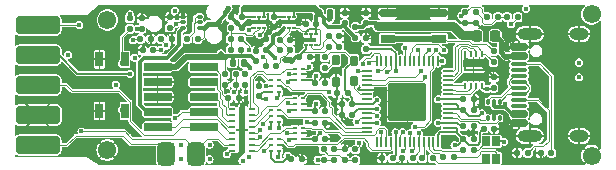
<source format=gbr>
G04 #@! TF.GenerationSoftware,KiCad,Pcbnew,7.0.7*
G04 #@! TF.CreationDate,2024-03-21T15:18:08+09:00*
G04 #@! TF.ProjectId,rs-probe,72732d70-726f-4626-952e-6b696361645f,rev?*
G04 #@! TF.SameCoordinates,Original*
G04 #@! TF.FileFunction,Copper,L1,Top*
G04 #@! TF.FilePolarity,Positive*
%FSLAX46Y46*%
G04 Gerber Fmt 4.6, Leading zero omitted, Abs format (unit mm)*
G04 Created by KiCad (PCBNEW 7.0.7) date 2024-03-21 15:18:08*
%MOMM*%
%LPD*%
G01*
G04 APERTURE LIST*
G04 Aperture macros list*
%AMRoundRect*
0 Rectangle with rounded corners*
0 $1 Rounding radius*
0 $2 $3 $4 $5 $6 $7 $8 $9 X,Y pos of 4 corners*
0 Add a 4 corners polygon primitive as box body*
4,1,4,$2,$3,$4,$5,$6,$7,$8,$9,$2,$3,0*
0 Add four circle primitives for the rounded corners*
1,1,$1+$1,$2,$3*
1,1,$1+$1,$4,$5*
1,1,$1+$1,$6,$7*
1,1,$1+$1,$8,$9*
0 Add four rect primitives between the rounded corners*
20,1,$1+$1,$2,$3,$4,$5,0*
20,1,$1+$1,$4,$5,$6,$7,0*
20,1,$1+$1,$6,$7,$8,$9,0*
20,1,$1+$1,$8,$9,$2,$3,0*%
G04 Aperture macros list end*
G04 #@! TA.AperFunction,SMDPad,CuDef*
%ADD10RoundRect,0.400000X-1.500000X-0.400000X1.500000X-0.400000X1.500000X0.400000X-1.500000X0.400000X0*%
G04 #@! TD*
G04 #@! TA.AperFunction,SMDPad,CuDef*
%ADD11RoundRect,0.185000X-1.015000X-0.185000X1.015000X-0.185000X1.015000X0.185000X-1.015000X0.185000X0*%
G04 #@! TD*
G04 #@! TA.AperFunction,SMDPad,CuDef*
%ADD12RoundRect,0.150000X0.575000X-0.150000X0.575000X0.150000X-0.575000X0.150000X-0.575000X-0.150000X0*%
G04 #@! TD*
G04 #@! TA.AperFunction,SMDPad,CuDef*
%ADD13O,1.450000X0.300000*%
G04 #@! TD*
G04 #@! TA.AperFunction,ComponentPad*
%ADD14O,2.100000X1.000000*%
G04 #@! TD*
G04 #@! TA.AperFunction,ComponentPad*
%ADD15O,1.600000X1.000000*%
G04 #@! TD*
G04 #@! TA.AperFunction,SMDPad,CuDef*
%ADD16RoundRect,0.125000X0.200000X0.000000X-0.200000X0.000000X-0.200000X0.000000X0.200000X0.000000X0*%
G04 #@! TD*
G04 #@! TA.AperFunction,SMDPad,CuDef*
%ADD17RoundRect,0.125000X0.125000X1.925000X-0.125000X1.925000X-0.125000X-1.925000X0.125000X-1.925000X0*%
G04 #@! TD*
G04 #@! TA.AperFunction,SMDPad,CuDef*
%ADD18RoundRect,0.137500X-0.137500X-0.137500X0.137500X-0.137500X0.137500X0.137500X-0.137500X0.137500X0*%
G04 #@! TD*
G04 #@! TA.AperFunction,SMDPad,CuDef*
%ADD19RoundRect,0.137500X0.137500X-0.137500X0.137500X0.137500X-0.137500X0.137500X-0.137500X-0.137500X0*%
G04 #@! TD*
G04 #@! TA.AperFunction,SMDPad,CuDef*
%ADD20RoundRect,0.050000X-0.050000X0.387500X-0.050000X-0.387500X0.050000X-0.387500X0.050000X0.387500X0*%
G04 #@! TD*
G04 #@! TA.AperFunction,SMDPad,CuDef*
%ADD21RoundRect,0.050000X-0.387500X0.050000X-0.387500X-0.050000X0.387500X-0.050000X0.387500X0.050000X0*%
G04 #@! TD*
G04 #@! TA.AperFunction,ComponentPad*
%ADD22C,0.600000*%
G04 #@! TD*
G04 #@! TA.AperFunction,SMDPad,CuDef*
%ADD23RoundRect,0.144000X-1.456000X1.456000X-1.456000X-1.456000X1.456000X-1.456000X1.456000X1.456000X0*%
G04 #@! TD*
G04 #@! TA.AperFunction,SMDPad,CuDef*
%ADD24RoundRect,0.137500X-0.137500X0.137500X-0.137500X-0.137500X0.137500X-0.137500X0.137500X0.137500X0*%
G04 #@! TD*
G04 #@! TA.AperFunction,SMDPad,CuDef*
%ADD25R,0.360000X0.270000*%
G04 #@! TD*
G04 #@! TA.AperFunction,SMDPad,CuDef*
%ADD26RoundRect,0.137500X0.137500X0.137500X-0.137500X0.137500X-0.137500X-0.137500X0.137500X-0.137500X0*%
G04 #@! TD*
G04 #@! TA.AperFunction,SMDPad,CuDef*
%ADD27RoundRect,0.147500X0.147500X0.172500X-0.147500X0.172500X-0.147500X-0.172500X0.147500X-0.172500X0*%
G04 #@! TD*
G04 #@! TA.AperFunction,ComponentPad*
%ADD28C,1.552000*%
G04 #@! TD*
G04 #@! TA.AperFunction,SMDPad,CuDef*
%ADD29RoundRect,0.075000X-0.150000X-0.075000X0.150000X-0.075000X0.150000X0.075000X-0.150000X0.075000X0*%
G04 #@! TD*
G04 #@! TA.AperFunction,SMDPad,CuDef*
%ADD30RoundRect,0.062500X0.087500X-0.062500X0.087500X0.062500X-0.087500X0.062500X-0.087500X-0.062500X0*%
G04 #@! TD*
G04 #@! TA.AperFunction,SMDPad,CuDef*
%ADD31R,0.940000X0.300000*%
G04 #@! TD*
G04 #@! TA.AperFunction,SMDPad,CuDef*
%ADD32R,0.650000X0.850000*%
G04 #@! TD*
G04 #@! TA.AperFunction,SMDPad,CuDef*
%ADD33O,0.250000X0.600000*%
G04 #@! TD*
G04 #@! TA.AperFunction,SMDPad,CuDef*
%ADD34R,1.600000X0.200000*%
G04 #@! TD*
G04 #@! TA.AperFunction,SMDPad,CuDef*
%ADD35RoundRect,0.075000X0.075000X-0.150000X0.075000X0.150000X-0.075000X0.150000X-0.075000X-0.150000X0*%
G04 #@! TD*
G04 #@! TA.AperFunction,SMDPad,CuDef*
%ADD36RoundRect,0.375000X-0.375000X-0.625000X0.375000X-0.625000X0.375000X0.625000X-0.375000X0.625000X0*%
G04 #@! TD*
G04 #@! TA.AperFunction,SMDPad,CuDef*
%ADD37RoundRect,0.147500X-0.147500X-0.172500X0.147500X-0.172500X0.147500X0.172500X-0.147500X0.172500X0*%
G04 #@! TD*
G04 #@! TA.AperFunction,SMDPad,CuDef*
%ADD38R,0.650000X1.250000*%
G04 #@! TD*
G04 #@! TA.AperFunction,SMDPad,CuDef*
%ADD39RoundRect,0.218750X0.218750X0.256250X-0.218750X0.256250X-0.218750X-0.256250X0.218750X-0.256250X0*%
G04 #@! TD*
G04 #@! TA.AperFunction,SMDPad,CuDef*
%ADD40RoundRect,0.175000X-0.175000X0.275000X-0.175000X-0.275000X0.175000X-0.275000X0.175000X0.275000X0*%
G04 #@! TD*
G04 #@! TA.AperFunction,SMDPad,CuDef*
%ADD41R,1.250000X0.650000*%
G04 #@! TD*
G04 #@! TA.AperFunction,ViaPad*
%ADD42C,0.450000*%
G04 #@! TD*
G04 #@! TA.AperFunction,Conductor*
%ADD43C,0.200000*%
G04 #@! TD*
G04 #@! TA.AperFunction,Conductor*
%ADD44C,0.100000*%
G04 #@! TD*
G04 #@! TA.AperFunction,Conductor*
%ADD45C,0.300000*%
G04 #@! TD*
G04 #@! TA.AperFunction,Conductor*
%ADD46C,0.150000*%
G04 #@! TD*
G04 #@! TA.AperFunction,Conductor*
%ADD47C,0.400000*%
G04 #@! TD*
G04 #@! TA.AperFunction,Conductor*
%ADD48C,0.700000*%
G04 #@! TD*
G04 #@! TA.AperFunction,Conductor*
%ADD49C,0.500000*%
G04 #@! TD*
G04 #@! TA.AperFunction,Conductor*
%ADD50C,0.350000*%
G04 #@! TD*
G04 #@! TA.AperFunction,Conductor*
%ADD51C,0.600000*%
G04 #@! TD*
G04 #@! TA.AperFunction,Conductor*
%ADD52C,0.800000*%
G04 #@! TD*
G04 APERTURE END LIST*
D10*
X132100000Y-87920000D03*
X132100000Y-90460000D03*
X132100000Y-93000000D03*
X132100000Y-95540000D03*
X132100000Y-98080000D03*
D11*
X142250000Y-91460000D03*
X146150000Y-91460000D03*
X142250000Y-92730000D03*
X146150000Y-92730000D03*
X142250000Y-94000000D03*
X146150000Y-94000000D03*
X142250000Y-95270000D03*
X146150000Y-95270000D03*
X142250000Y-96540000D03*
X146150000Y-96540000D03*
D12*
X172855000Y-96250000D03*
X172855000Y-95450000D03*
D13*
X172855000Y-94250000D03*
X172855000Y-93250000D03*
X172855000Y-92750000D03*
X172855000Y-91750000D03*
D12*
X172855000Y-90550000D03*
X172855000Y-89750000D03*
X172855000Y-89750000D03*
X172855000Y-90550000D03*
D13*
X172855000Y-91250000D03*
X172855000Y-92250000D03*
X172855000Y-93750000D03*
X172855000Y-94750000D03*
D12*
X172855000Y-95450000D03*
X172855000Y-96250000D03*
D14*
X173770000Y-97320000D03*
D15*
X177950000Y-97320000D03*
D14*
X173770000Y-88680000D03*
D15*
X177950000Y-88680000D03*
D16*
X150225000Y-98550000D03*
X150225000Y-98050000D03*
X150225000Y-97550000D03*
X150225000Y-97050000D03*
X150225000Y-96550000D03*
X150225000Y-96050000D03*
X150225000Y-95550000D03*
X150225000Y-95050000D03*
X148575000Y-95050000D03*
X148575000Y-95550000D03*
X148575000Y-96050000D03*
X148575000Y-96550000D03*
X148575000Y-97050000D03*
X148575000Y-97550000D03*
X148575000Y-98050000D03*
X148575000Y-98550000D03*
D17*
X149400000Y-96800000D03*
D18*
X170150000Y-87250000D03*
X171050000Y-87250000D03*
X147975000Y-92100000D03*
X148875000Y-92100000D03*
D19*
X170700000Y-91050000D03*
X170700000Y-90150000D03*
D20*
X166000000Y-90962500D03*
X165600000Y-90962500D03*
X165200000Y-90962500D03*
X164800000Y-90962500D03*
X164400000Y-90962500D03*
X164000000Y-90962500D03*
X163600000Y-90962500D03*
X163200000Y-90962500D03*
X162800000Y-90962500D03*
X162400000Y-90962500D03*
X162000000Y-90962500D03*
X161600000Y-90962500D03*
X161200000Y-90962500D03*
X160800000Y-90962500D03*
D21*
X159962500Y-91800000D03*
X159962500Y-92200000D03*
X159962500Y-92600000D03*
X159962500Y-93000000D03*
X159962500Y-93400000D03*
X159962500Y-93800000D03*
X159962500Y-94200000D03*
X159962500Y-94600000D03*
X159962500Y-95000000D03*
X159962500Y-95400000D03*
X159962500Y-95800000D03*
X159962500Y-96200000D03*
X159962500Y-96600000D03*
X159962500Y-97000000D03*
D20*
X160800000Y-97837500D03*
X161200000Y-97837500D03*
X161600000Y-97837500D03*
X162000000Y-97837500D03*
X162400000Y-97837500D03*
X162800000Y-97837500D03*
X163200000Y-97837500D03*
X163600000Y-97837500D03*
X164000000Y-97837500D03*
X164400000Y-97837500D03*
X164800000Y-97837500D03*
X165200000Y-97837500D03*
X165600000Y-97837500D03*
X166000000Y-97837500D03*
D21*
X166837500Y-97000000D03*
X166837500Y-96600000D03*
X166837500Y-96200000D03*
X166837500Y-95800000D03*
X166837500Y-95400000D03*
X166837500Y-95000000D03*
X166837500Y-94600000D03*
X166837500Y-94200000D03*
X166837500Y-93800000D03*
X166837500Y-93400000D03*
X166837500Y-93000000D03*
X166837500Y-92600000D03*
X166837500Y-92200000D03*
X166837500Y-91800000D03*
D22*
X164675000Y-93125000D03*
X163400000Y-93125000D03*
X162125000Y-93125000D03*
X164675000Y-94400000D03*
X163400000Y-94400000D03*
D23*
X163400000Y-94400000D03*
D22*
X162125000Y-94400000D03*
X164675000Y-95675000D03*
X163400000Y-95675000D03*
X162125000Y-95675000D03*
D24*
X156400000Y-90650000D03*
X156400000Y-91550000D03*
D25*
X152545000Y-93600000D03*
X152545000Y-93100000D03*
X152545000Y-92600000D03*
X151855000Y-92600000D03*
X151855000Y-93100000D03*
X151855000Y-93600000D03*
D26*
X163850000Y-99200000D03*
X162950000Y-99200000D03*
D27*
X156885000Y-86900000D03*
X155915000Y-86900000D03*
D18*
X154250000Y-90650000D03*
X155150000Y-90650000D03*
D28*
X179000000Y-99000000D03*
D19*
X159900000Y-89950000D03*
X159900000Y-89050000D03*
D18*
X155550000Y-92800000D03*
X156450000Y-92800000D03*
D19*
X156300000Y-99350000D03*
X156300000Y-98450000D03*
D26*
X148875000Y-93000000D03*
X147975000Y-93000000D03*
D18*
X155550000Y-96200000D03*
X156450000Y-96200000D03*
D26*
X153500000Y-89200000D03*
X152600000Y-89200000D03*
X158350000Y-93700000D03*
X157450000Y-93700000D03*
D29*
X144400000Y-87200000D03*
X144400000Y-87700000D03*
X144400000Y-88200000D03*
X145800000Y-88200000D03*
X145800000Y-87700000D03*
X145800000Y-87200000D03*
D25*
X152545000Y-96100000D03*
X152545000Y-95600000D03*
X152545000Y-95100000D03*
X151855000Y-95100000D03*
X151855000Y-95600000D03*
X151855000Y-96100000D03*
D26*
X162150000Y-99200000D03*
X161250000Y-99200000D03*
D18*
X148450000Y-89100000D03*
X149350000Y-89100000D03*
D24*
X149400000Y-87250000D03*
X149400000Y-88150000D03*
D26*
X155675000Y-87825000D03*
X154775000Y-87825000D03*
D24*
X169200000Y-86850000D03*
X169200000Y-87750000D03*
X168300000Y-86850000D03*
X168300000Y-87750000D03*
D18*
X153550000Y-99300000D03*
X154450000Y-99300000D03*
X169850000Y-96700000D03*
X170750000Y-96700000D03*
D30*
X152965000Y-88175000D03*
X153365000Y-88175000D03*
X153765000Y-88175000D03*
X153765000Y-87225000D03*
X153365000Y-87225000D03*
X152965000Y-87225000D03*
D31*
X153365000Y-87700000D03*
D24*
X152100000Y-87200000D03*
X152100000Y-88100000D03*
D19*
X150600000Y-91000000D03*
X150600000Y-90100000D03*
D26*
X175600000Y-98750000D03*
X174700000Y-98750000D03*
D19*
X151450000Y-90000000D03*
X151450000Y-89100000D03*
D25*
X154545000Y-95100000D03*
X154545000Y-94600000D03*
X154545000Y-94100000D03*
X153855000Y-94100000D03*
X153855000Y-94600000D03*
X153855000Y-95100000D03*
D32*
X170925000Y-99225000D03*
X170075000Y-99225000D03*
X170075000Y-97775000D03*
X170925000Y-97775000D03*
D18*
X168150000Y-96500000D03*
X169050000Y-96500000D03*
X148450000Y-90000000D03*
X149350000Y-90000000D03*
D24*
X156750000Y-88850000D03*
X156750000Y-89750000D03*
D33*
X169750000Y-90350000D03*
X169250000Y-90350000D03*
X168750000Y-90350000D03*
X168250000Y-90350000D03*
X168250000Y-93050000D03*
X168750000Y-93050000D03*
X169250000Y-93050000D03*
X169750000Y-93050000D03*
D34*
X169000000Y-91700000D03*
D24*
X157650000Y-88850000D03*
X157650000Y-89750000D03*
X148500000Y-87250000D03*
X148500000Y-88150000D03*
D19*
X150800000Y-93950000D03*
X150800000Y-93050000D03*
D35*
X170200000Y-95800000D03*
X170700000Y-95800000D03*
X171200000Y-95800000D03*
X171200000Y-94400000D03*
X170700000Y-94400000D03*
X170200000Y-94400000D03*
D26*
X143450000Y-89100000D03*
X142550000Y-89100000D03*
D18*
X155550000Y-97600000D03*
X156450000Y-97600000D03*
D24*
X139900000Y-87350000D03*
X139900000Y-88250000D03*
D28*
X138000000Y-98500000D03*
D24*
X140900000Y-87350000D03*
X140900000Y-88250000D03*
D30*
X150450000Y-88175000D03*
X150850000Y-88175000D03*
X151250000Y-88175000D03*
X151250000Y-87225000D03*
X150850000Y-87225000D03*
X150450000Y-87225000D03*
D31*
X150850000Y-87700000D03*
D25*
X152545000Y-98600000D03*
X152545000Y-98100000D03*
X152545000Y-97600000D03*
X151855000Y-97600000D03*
X151855000Y-98100000D03*
X151855000Y-98600000D03*
D28*
X138000000Y-87500000D03*
D36*
X142960000Y-98800000D03*
D26*
X165550000Y-99200000D03*
X164650000Y-99200000D03*
X169050000Y-98500000D03*
X168150000Y-98500000D03*
D25*
X154545000Y-92600000D03*
X154545000Y-92100000D03*
X154545000Y-91600000D03*
X153855000Y-91600000D03*
X153855000Y-92100000D03*
X153855000Y-92600000D03*
D36*
X145500000Y-98800000D03*
D19*
X159000000Y-99350000D03*
X159000000Y-98450000D03*
D26*
X158750000Y-95500000D03*
X157850000Y-95500000D03*
D28*
X179000000Y-87000000D03*
D26*
X153500000Y-90050000D03*
X152600000Y-90050000D03*
D18*
X168150000Y-94200000D03*
X169050000Y-94200000D03*
D26*
X149150000Y-94100000D03*
X148250000Y-94100000D03*
D18*
X155550000Y-95200000D03*
X156450000Y-95200000D03*
X168150000Y-97600000D03*
X169050000Y-97600000D03*
D19*
X170700000Y-93250000D03*
X170700000Y-92350000D03*
D37*
X148615000Y-91150000D03*
X149585000Y-91150000D03*
D26*
X152300000Y-91350000D03*
X151400000Y-91350000D03*
D18*
X141000000Y-90050000D03*
X141900000Y-90050000D03*
D38*
X137325000Y-95175000D03*
X137325000Y-90825000D03*
X139475000Y-95175000D03*
X139475000Y-90825000D03*
D18*
X144750000Y-89100000D03*
X145650000Y-89100000D03*
D19*
X157200000Y-99350000D03*
X157200000Y-98450000D03*
D39*
X170837500Y-88850000D03*
X169262500Y-88850000D03*
D26*
X167350000Y-99100000D03*
X166450000Y-99100000D03*
D25*
X154545000Y-97600000D03*
X154545000Y-97100000D03*
X154545000Y-96600000D03*
X153855000Y-96600000D03*
X153855000Y-97100000D03*
X153855000Y-97600000D03*
D24*
X143300000Y-87250000D03*
X143300000Y-88150000D03*
D26*
X158750000Y-94600000D03*
X157850000Y-94600000D03*
D40*
X157350000Y-90900000D03*
X157350000Y-92700000D03*
X158850000Y-92675000D03*
X158850000Y-90925000D03*
D19*
X158100000Y-87775000D03*
X158100000Y-86875000D03*
D26*
X173600000Y-98750000D03*
X172700000Y-98750000D03*
D19*
X159900000Y-87775000D03*
X159900000Y-86875000D03*
D30*
X154850000Y-89650000D03*
X155250000Y-89650000D03*
X155650000Y-89650000D03*
X155650000Y-88700000D03*
X155250000Y-88700000D03*
X154850000Y-88700000D03*
D31*
X155250000Y-89175000D03*
D41*
X161725000Y-86925000D03*
X166075000Y-86925000D03*
X161725000Y-89075000D03*
X166075000Y-89075000D03*
D19*
X158100000Y-99350000D03*
X158100000Y-98450000D03*
D24*
X159000000Y-88075000D03*
X159000000Y-88975000D03*
X149650000Y-92100000D03*
X149650000Y-93000000D03*
D18*
X171850000Y-87250000D03*
X172750000Y-87250000D03*
X168150000Y-95100000D03*
X169050000Y-95100000D03*
D26*
X141700000Y-89100000D03*
X140800000Y-89100000D03*
D42*
X150100000Y-91550000D03*
X150020000Y-88340000D03*
X150930000Y-89540000D03*
X148870000Y-86620000D03*
X149700000Y-94400000D03*
X155100000Y-92100000D03*
X175025000Y-99250000D03*
X154250000Y-87375000D03*
X145750000Y-86500000D03*
X153750000Y-88650000D03*
X172300000Y-89200000D03*
X174400000Y-86450000D03*
X158500000Y-97900000D03*
X141800000Y-99500000D03*
X154670000Y-98440000D03*
X153200000Y-96200000D03*
X156400000Y-92200000D03*
X165950000Y-93250000D03*
X135800000Y-94900000D03*
X137600000Y-93875000D03*
X170400000Y-95250000D03*
X158975000Y-87400000D03*
X155100000Y-94600000D03*
X153100000Y-93500000D03*
X160200000Y-88540000D03*
X141800000Y-98700000D03*
X141200000Y-86450000D03*
X171900000Y-89900000D03*
X171700000Y-96100000D03*
X174175000Y-93000000D03*
X176975000Y-93650000D03*
X160614812Y-99014812D03*
X158300000Y-96000000D03*
X172200000Y-96900000D03*
X150900000Y-92500000D03*
X168550000Y-91100000D03*
X139825000Y-93550000D03*
X158180000Y-88860000D03*
X140200000Y-96975000D03*
X141300000Y-94000000D03*
X157212878Y-94583254D03*
X166700000Y-97700000D03*
X149400000Y-96700000D03*
X155150000Y-97050000D03*
X155770000Y-90580000D03*
X149950000Y-87750000D03*
X168700000Y-97100000D03*
X157300000Y-91800000D03*
X157100000Y-97400000D03*
X146300000Y-89500000D03*
X144400000Y-94700000D03*
X169650000Y-91225000D03*
X165100000Y-96900000D03*
X148400000Y-99450000D03*
X171400000Y-96700000D03*
X142900000Y-86450000D03*
X166950000Y-90500000D03*
X148130000Y-93470000D03*
X176300000Y-98775000D03*
X135700000Y-89700000D03*
X179450000Y-88700000D03*
X169700000Y-94000000D03*
X157000000Y-96500000D03*
X143200000Y-94100000D03*
X143100000Y-92800000D03*
X141800000Y-92700000D03*
X156400000Y-94600000D03*
X177200000Y-86450000D03*
X172100000Y-98500000D03*
X151600000Y-87711694D03*
X152500000Y-96600000D03*
X162400000Y-91800000D03*
X160800000Y-96200000D03*
X152450000Y-99050011D03*
X153600000Y-91000000D03*
X160800000Y-94300000D03*
X156000000Y-97100000D03*
X171600000Y-97800000D03*
X167400000Y-98100000D03*
X170175000Y-93350000D03*
X169700000Y-95400000D03*
X155700000Y-92200000D03*
X166350000Y-90962500D03*
X155700000Y-94600000D03*
X143700000Y-86700000D03*
X152400000Y-94100000D03*
X153000000Y-90900000D03*
X162400000Y-97000000D03*
X171700000Y-94600000D03*
X171800000Y-90600000D03*
X143200000Y-96500000D03*
X143200000Y-98100000D03*
X142500000Y-90000000D03*
X143200000Y-99300000D03*
X148100000Y-98850000D03*
X145800000Y-99300000D03*
X149700000Y-93575000D03*
X145800000Y-98050000D03*
X135800000Y-96925500D03*
X160800000Y-95600000D03*
X159100000Y-96100000D03*
X140200000Y-89200000D03*
X145200000Y-94150000D03*
X135600000Y-87920000D03*
X139925500Y-92040000D03*
X149450000Y-99400000D03*
X150000000Y-99050000D03*
X145200000Y-91500000D03*
X146650000Y-99300000D03*
X146650000Y-98050000D03*
X134660000Y-90460000D03*
X140500000Y-88250000D03*
X145200000Y-92750000D03*
X143000000Y-89650000D03*
X140300000Y-90700000D03*
X143750000Y-95800000D03*
X138700000Y-93000000D03*
X173430000Y-86530000D03*
X147600000Y-90350000D03*
X142800000Y-91600000D03*
X144225000Y-98100000D03*
X144225000Y-99300000D03*
X150880000Y-88750000D03*
X163200000Y-89825000D03*
X148700000Y-93600000D03*
X164400000Y-97100000D03*
X165200000Y-90000000D03*
X139900000Y-87000000D03*
X165800000Y-90050000D03*
X148250000Y-86500000D03*
X156800000Y-87450000D03*
X164300000Y-90000000D03*
X143800000Y-87800000D03*
X149970000Y-90050000D03*
X155800000Y-99350000D03*
X153400000Y-95200000D03*
X151800000Y-96600000D03*
X153260000Y-98980000D03*
X153414812Y-97685188D03*
X151400000Y-94200000D03*
X154900000Y-96100000D03*
X153300000Y-92700000D03*
X152200000Y-90690000D03*
X166000000Y-96200000D03*
X160800000Y-95000000D03*
X166000000Y-94200000D03*
X164025000Y-96550000D03*
X159300000Y-97900000D03*
X163820000Y-98580000D03*
X151240000Y-98610000D03*
X163600000Y-97100000D03*
X153200000Y-97100000D03*
X160900000Y-91800000D03*
X150900000Y-97400000D03*
X150900000Y-96800000D03*
X161700000Y-91900000D03*
X156800000Y-93600000D03*
X160190000Y-91120000D03*
X159600000Y-91200000D03*
X155100000Y-91474500D03*
X163020000Y-98580000D03*
X151200000Y-96300000D03*
X153300000Y-94500000D03*
X163000000Y-97000000D03*
X151430000Y-93100000D03*
X161200000Y-97000000D03*
X159200000Y-91800000D03*
X153400000Y-92100000D03*
X151200000Y-90610000D03*
X167980000Y-87140000D03*
X172150000Y-87850000D03*
X166500000Y-90050000D03*
X139250000Y-91175000D03*
X139250000Y-95075000D03*
X164550000Y-91850000D03*
X177930000Y-91095000D03*
X177930000Y-92350000D03*
X164925000Y-92350000D03*
D43*
X135464264Y-92040000D02*
X133884264Y-90460000D01*
X139925500Y-92040000D02*
X135464264Y-92040000D01*
X133884264Y-90460000D02*
X132100000Y-90460000D01*
D44*
X148000000Y-97550000D02*
X148575000Y-97550000D01*
X146990000Y-96540000D02*
X148000000Y-97550000D01*
X144260000Y-96540000D02*
X146990000Y-96540000D01*
X141107842Y-97225000D02*
X143575000Y-97225000D01*
X139950000Y-94450000D02*
X139950000Y-96067158D01*
X134975000Y-93475000D02*
X138975000Y-93475000D01*
X143575000Y-97225000D02*
X144260000Y-96540000D01*
X134500000Y-93000000D02*
X134975000Y-93475000D01*
X132100000Y-93000000D02*
X134500000Y-93000000D01*
X138975000Y-93475000D02*
X139950000Y-94450000D01*
X139950000Y-96067158D02*
X141107842Y-97225000D01*
X142610000Y-98310000D02*
X142990000Y-98310000D01*
X140000000Y-98000000D02*
X142300000Y-98000000D01*
X142990000Y-98310000D02*
X143200000Y-98100000D01*
X139300000Y-97300000D02*
X140000000Y-98000000D01*
X142300000Y-98000000D02*
X142610000Y-98310000D01*
X135300000Y-97300000D02*
X139300000Y-97300000D01*
X132100000Y-98080000D02*
X134520000Y-98080000D01*
X134520000Y-98080000D02*
X135300000Y-97300000D01*
X144600000Y-97550000D02*
X145100000Y-98050000D01*
X145100000Y-98050000D02*
X145800000Y-98050000D01*
X139850000Y-97317158D02*
X140082842Y-97550000D01*
X140082842Y-97550000D02*
X144600000Y-97550000D01*
X139850000Y-97313604D02*
X139850000Y-97317158D01*
X139461896Y-96925500D02*
X139850000Y-97313604D01*
X135800000Y-96925500D02*
X139461896Y-96925500D01*
X135600000Y-87920000D02*
X132100000Y-87920000D01*
X170925000Y-98725000D02*
X170925000Y-99225000D01*
X170800000Y-98600000D02*
X170925000Y-98725000D01*
X169300000Y-99100000D02*
X169532164Y-98867836D01*
X167350000Y-99100000D02*
X169300000Y-99100000D01*
X169532164Y-98700000D02*
X169632164Y-98600000D01*
X169632164Y-98600000D02*
X170800000Y-98600000D01*
X169532164Y-98867836D02*
X169532164Y-98700000D01*
X170075000Y-99600000D02*
X170075000Y-99225000D01*
X165550000Y-99200000D02*
X165950000Y-99600000D01*
X165950000Y-99600000D02*
X170075000Y-99600000D01*
X169350000Y-98500000D02*
X170075000Y-97775000D01*
X169050000Y-98500000D02*
X169350000Y-98500000D01*
D45*
X149700000Y-91150000D02*
X149585000Y-91150000D01*
X150100000Y-91550000D02*
X149700000Y-91150000D01*
D43*
X150020000Y-88340000D02*
X150185000Y-88175000D01*
X150185000Y-88175000D02*
X150450000Y-88175000D01*
X169050000Y-96750000D02*
X168700000Y-97100000D01*
D44*
X143350000Y-87200000D02*
X143300000Y-87250000D01*
D43*
X169650000Y-91225000D02*
X169650000Y-91300000D01*
X171800000Y-89100000D02*
X172450000Y-89750000D01*
X156300350Y-92200000D02*
X156400000Y-92200000D01*
D44*
X149450000Y-94400000D02*
X149700000Y-94400000D01*
D43*
X150850000Y-87225000D02*
X150850000Y-87700000D01*
X157212878Y-94397122D02*
X157212878Y-94583254D01*
X169200000Y-87750000D02*
X168300000Y-87750000D01*
D44*
X161325000Y-93400000D02*
X161850000Y-93400000D01*
X160825000Y-99700000D02*
X162450000Y-99700000D01*
D45*
X170450000Y-95300000D02*
X171534994Y-95300000D01*
D44*
X149650000Y-92100000D02*
X149200000Y-91650000D01*
X140900000Y-86750000D02*
X140900000Y-87350000D01*
D43*
X158180000Y-88860000D02*
X158170000Y-88850000D01*
D45*
X154275000Y-89175000D02*
X153750000Y-88650000D01*
D43*
X156450000Y-94650000D02*
X156400000Y-94600000D01*
X160800000Y-99200000D02*
X161250000Y-99200000D01*
X169050000Y-96500000D02*
X169050000Y-96750000D01*
X160200000Y-88540000D02*
X160200000Y-88750000D01*
D44*
X142225000Y-88575000D02*
X141700000Y-89100000D01*
D43*
X157450000Y-93700000D02*
X157450000Y-92800000D01*
D44*
X147975000Y-93315000D02*
X147975000Y-93000000D01*
D45*
X150850000Y-87700000D02*
X149850000Y-87700000D01*
D46*
X155440000Y-91760000D02*
X155100000Y-92100000D01*
D45*
X151450000Y-88750000D02*
X152100000Y-88100000D01*
D44*
X162450000Y-99700000D02*
X162950000Y-99200000D01*
D43*
X169050000Y-97600000D02*
X169050000Y-97450000D01*
X169050000Y-97450000D02*
X168700000Y-97100000D01*
X161325000Y-95350000D02*
X161325000Y-93400000D01*
D44*
X142675000Y-88575000D02*
X142225000Y-88575000D01*
D43*
X171800000Y-88600000D02*
X171800000Y-89100000D01*
X169500000Y-94200000D02*
X169700000Y-94000000D01*
D45*
X152500000Y-87700000D02*
X152100000Y-88100000D01*
D43*
X157850000Y-95550000D02*
X158300000Y-96000000D01*
D45*
X151700000Y-87700000D02*
X152100000Y-88100000D01*
D43*
X153200000Y-96100000D02*
X153200000Y-96200000D01*
D45*
X149900000Y-87700000D02*
X149950000Y-87750000D01*
X149400000Y-88150000D02*
X148500000Y-87250000D01*
X159900000Y-86875000D02*
X159500000Y-86875000D01*
X155250000Y-89175000D02*
X154275000Y-89175000D01*
X170400000Y-95250000D02*
X170450000Y-95300000D01*
D44*
X161850000Y-93400000D02*
X162125000Y-93125000D01*
D43*
X167950000Y-87750000D02*
X167200000Y-87000000D01*
D44*
X141000000Y-89800000D02*
X141700000Y-89100000D01*
D43*
X154540000Y-97100000D02*
X155100000Y-97100000D01*
D45*
X172855000Y-96250000D02*
X172450000Y-96250000D01*
X171800000Y-95800000D02*
X171800000Y-96000000D01*
D43*
X152800000Y-98100000D02*
X152540000Y-98100000D01*
X156450000Y-96200000D02*
X156700000Y-96200000D01*
D45*
X150930000Y-89540000D02*
X151370000Y-89100000D01*
D44*
X144400000Y-87200000D02*
X143350000Y-87200000D01*
D45*
X172200000Y-96500000D02*
X172200000Y-96900000D01*
X144400000Y-86900000D02*
X144800000Y-86500000D01*
X150850000Y-87700000D02*
X151700000Y-87700000D01*
D43*
X153750000Y-88950000D02*
X153500000Y-89200000D01*
X152540000Y-93100000D02*
X152700000Y-93100000D01*
D44*
X148130000Y-93470000D02*
X147975000Y-93315000D01*
D43*
X172300000Y-89500000D02*
X172300000Y-89200000D01*
D44*
X175025000Y-99175000D02*
X174700000Y-98850000D01*
D43*
X172550000Y-89750000D02*
X172300000Y-89500000D01*
X150800000Y-92600000D02*
X150900000Y-92500000D01*
D45*
X144400000Y-87200000D02*
X144400000Y-86900000D01*
D44*
X149200000Y-91650000D02*
X148575000Y-91650000D01*
D43*
X171400000Y-96400000D02*
X171700000Y-96100000D01*
D45*
X148500000Y-86990000D02*
X148500000Y-87250000D01*
X153365000Y-87700000D02*
X152500000Y-87700000D01*
X150600000Y-89870000D02*
X150600000Y-90100000D01*
X170700000Y-95400000D02*
X170400000Y-95250000D01*
D43*
X155100000Y-94600000D02*
X155100000Y-94500000D01*
X157100000Y-97400000D02*
X156900000Y-97600000D01*
D45*
X150930000Y-89540000D02*
X150600000Y-89870000D01*
D44*
X159962500Y-93400000D02*
X161325000Y-93400000D01*
X148425000Y-92550000D02*
X147975000Y-93000000D01*
D43*
X152700000Y-95600000D02*
X153200000Y-96100000D01*
D44*
X158100000Y-98450000D02*
X158500000Y-98050000D01*
D43*
X152540000Y-95600000D02*
X152700000Y-95600000D01*
D44*
X175025000Y-99250000D02*
X175025000Y-99175000D01*
D43*
X169000000Y-91700000D02*
X170050000Y-91700000D01*
X154700000Y-87825000D02*
X154250000Y-87375000D01*
X170050000Y-94900000D02*
X170400000Y-95250000D01*
X169250000Y-94900000D02*
X170050000Y-94900000D01*
X152700000Y-93100000D02*
X153100000Y-93500000D01*
X172000000Y-96700000D02*
X172200000Y-96900000D01*
D45*
X149850000Y-87700000D02*
X149400000Y-88150000D01*
D43*
X155100000Y-97100000D02*
X155150000Y-97050000D01*
D44*
X141000000Y-90050000D02*
X141000000Y-89800000D01*
D43*
X171400000Y-96700000D02*
X172000000Y-96700000D01*
X153250000Y-98550000D02*
X152800000Y-98100000D01*
D44*
X157200000Y-98450000D02*
X158100000Y-98450000D01*
X143300000Y-87250000D02*
X142800000Y-87750000D01*
D43*
X157450000Y-93700000D02*
X157450000Y-94160000D01*
D45*
X170700000Y-95800000D02*
X170700000Y-95400000D01*
D47*
X149400000Y-94700000D02*
X149400000Y-96550000D01*
D43*
X169200000Y-87750000D02*
X169550000Y-88100000D01*
X157450000Y-92800000D02*
X157350000Y-92700000D01*
D45*
X171800000Y-95565006D02*
X171800000Y-95800000D01*
X151700000Y-87703226D02*
X151691532Y-87711694D01*
D43*
X155250000Y-88700000D02*
X155250000Y-89175000D01*
D45*
X172250000Y-96250000D02*
X172855000Y-96250000D01*
X144800000Y-86500000D02*
X145750000Y-86500000D01*
D43*
X153365000Y-87225000D02*
X153365000Y-87700000D01*
X172050000Y-89750000D02*
X172855000Y-89750000D01*
D44*
X141200000Y-86450000D02*
X140900000Y-86750000D01*
X174700000Y-98850000D02*
X174700000Y-98750000D01*
D43*
X171900000Y-89900000D02*
X172050000Y-89750000D01*
X169550000Y-88100000D02*
X171300000Y-88100000D01*
X171400000Y-96700000D02*
X171400000Y-96400000D01*
D45*
X158450000Y-86875000D02*
X158975000Y-87400000D01*
D43*
X150800000Y-93050000D02*
X150800000Y-92600000D01*
D44*
X172100000Y-98500000D02*
X172350000Y-98750000D01*
D43*
X156450000Y-95200000D02*
X156450000Y-94650000D01*
D44*
X160614812Y-99489812D02*
X160825000Y-99700000D01*
D43*
X168250000Y-91100000D02*
X168550000Y-91100000D01*
X156900000Y-97600000D02*
X156450000Y-97600000D01*
X155770000Y-90580000D02*
X155700000Y-90650000D01*
D45*
X148870000Y-86620000D02*
X148500000Y-86990000D01*
X154250000Y-87375000D02*
X153925000Y-87700000D01*
D43*
X167200000Y-87000000D02*
X166480000Y-87000000D01*
D45*
X151450000Y-89100000D02*
X151450000Y-88750000D01*
D43*
X169650000Y-91300000D02*
X170700000Y-92350000D01*
X170050000Y-91700000D02*
X170700000Y-92350000D01*
X157450000Y-94160000D02*
X157212878Y-94397122D01*
X155500000Y-94100000D02*
X155900000Y-94100000D01*
X168250000Y-91100000D02*
X168250000Y-91700000D01*
D44*
X158500000Y-98050000D02*
X158500000Y-97900000D01*
D43*
X154450000Y-98660000D02*
X154450000Y-99300000D01*
D45*
X159500000Y-86875000D02*
X158975000Y-87400000D01*
D43*
X169050000Y-95100000D02*
X169250000Y-94900000D01*
X171300000Y-88100000D02*
X171800000Y-88600000D01*
X172855000Y-89750000D02*
X172550000Y-89750000D01*
X157229624Y-94600000D02*
X157212878Y-94583254D01*
X155900000Y-94100000D02*
X156400000Y-94600000D01*
X168250000Y-91700000D02*
X169000000Y-91700000D01*
X161650000Y-95675000D02*
X161325000Y-95350000D01*
X157850000Y-94600000D02*
X157229624Y-94600000D01*
X168300000Y-87750000D02*
X167950000Y-87750000D01*
D44*
X149150000Y-94100000D02*
X149450000Y-94400000D01*
D43*
X169000000Y-91700000D02*
X169200000Y-91700000D01*
D45*
X153925000Y-87700000D02*
X153365000Y-87700000D01*
D43*
X162125000Y-95675000D02*
X161650000Y-95675000D01*
X157850000Y-95500000D02*
X157850000Y-94600000D01*
X154775000Y-87825000D02*
X154700000Y-87825000D01*
D46*
X156400000Y-92200000D02*
X156300000Y-92200000D01*
D47*
X148550000Y-99450000D02*
X149400000Y-98600000D01*
X149700000Y-94400000D02*
X149400000Y-94700000D01*
D43*
X153750000Y-88650000D02*
X153750000Y-88950000D01*
D45*
X158100000Y-86875000D02*
X158450000Y-86875000D01*
D43*
X157350000Y-91850000D02*
X157300000Y-91800000D01*
X172450000Y-89750000D02*
X172855000Y-89750000D01*
D45*
X151370000Y-89100000D02*
X151450000Y-89100000D01*
D43*
X154450000Y-99300000D02*
X153700000Y-98550000D01*
X155700000Y-90650000D02*
X155150000Y-90650000D01*
X169050000Y-94200000D02*
X169500000Y-94200000D01*
D48*
X161320000Y-86925000D02*
X166480000Y-86925000D01*
D44*
X160614812Y-99014812D02*
X160614812Y-99489812D01*
X148425000Y-91800000D02*
X148425000Y-92550000D01*
D43*
X155100000Y-94500000D02*
X155500000Y-94100000D01*
X160614812Y-99014812D02*
X160800000Y-99200000D01*
D44*
X143300000Y-87250000D02*
X143300000Y-86850000D01*
D43*
X153700000Y-98550000D02*
X153250000Y-98550000D01*
D45*
X172450000Y-96250000D02*
X172200000Y-96500000D01*
X171534994Y-95300000D02*
X171800000Y-95565006D01*
D43*
X154540000Y-92100000D02*
X155100000Y-92100000D01*
D46*
X156300000Y-92200000D02*
X155860000Y-91760000D01*
D44*
X142800000Y-88450000D02*
X142675000Y-88575000D01*
D43*
X156700000Y-96200000D02*
X157000000Y-96500000D01*
X156450000Y-92800000D02*
X156450000Y-92250000D01*
D45*
X151700000Y-87700000D02*
X151700000Y-87703226D01*
D44*
X142800000Y-88450000D02*
X143450000Y-89100000D01*
D43*
X160200000Y-88750000D02*
X159900000Y-89050000D01*
D47*
X149400000Y-96800000D02*
X149400000Y-96550000D01*
D44*
X143300000Y-86850000D02*
X142900000Y-86450000D01*
D43*
X154670000Y-98440000D02*
X154450000Y-98660000D01*
X157850000Y-95500000D02*
X157850000Y-95550000D01*
X157350000Y-92700000D02*
X157350000Y-91850000D01*
D44*
X142800000Y-87750000D02*
X142800000Y-88450000D01*
X148575000Y-91650000D02*
X148425000Y-91800000D01*
D45*
X171800000Y-96000000D02*
X171700000Y-96100000D01*
D46*
X155860000Y-91760000D02*
X155440000Y-91760000D01*
D43*
X158170000Y-88850000D02*
X157650000Y-88850000D01*
D47*
X149400000Y-98600000D02*
X149400000Y-96800000D01*
D43*
X168250000Y-90350000D02*
X168250000Y-91100000D01*
D45*
X171800000Y-95800000D02*
X172250000Y-96250000D01*
D43*
X156450000Y-92250000D02*
X156400000Y-92200000D01*
X170750000Y-96700000D02*
X171400000Y-96700000D01*
X154540000Y-94600000D02*
X155100000Y-94600000D01*
D47*
X148400000Y-99450000D02*
X148550000Y-99450000D01*
D45*
X149850000Y-87700000D02*
X149900000Y-87700000D01*
D44*
X172350000Y-98750000D02*
X172700000Y-98750000D01*
D46*
X169850000Y-96700000D02*
X169550489Y-96999511D01*
D43*
X155550000Y-97550000D02*
X155550000Y-97700000D01*
X162400000Y-97837500D02*
X162400000Y-98950000D01*
X168600000Y-95600000D02*
X169500000Y-95600000D01*
X167650000Y-98100000D02*
X168150000Y-97600000D01*
X152450000Y-99050011D02*
X152540000Y-98960011D01*
X156000000Y-97100000D02*
X155550000Y-97550000D01*
X159900000Y-89950000D02*
X162050000Y-89950000D01*
X168050000Y-95000000D02*
X168150000Y-95100000D01*
D45*
X153950000Y-90650000D02*
X154150000Y-90650000D01*
D43*
X169750000Y-93250000D02*
X169750000Y-93050000D01*
X168150000Y-95150000D02*
X168600000Y-95600000D01*
D44*
X156825000Y-90225000D02*
X158150000Y-90225000D01*
D43*
X154540000Y-95100000D02*
X155450000Y-95100000D01*
X166000000Y-97200000D02*
X166200000Y-97000000D01*
X154850000Y-89950000D02*
X154850000Y-89650000D01*
X167500000Y-96600000D02*
X167600000Y-96700000D01*
X159962500Y-96200000D02*
X160800000Y-96200000D01*
X168150000Y-95100000D02*
X168150000Y-95150000D01*
X152540000Y-98960011D02*
X152540000Y-98600000D01*
X159962500Y-94600000D02*
X160500000Y-94600000D01*
X158850000Y-90925000D02*
X158100000Y-91675000D01*
D46*
X169550489Y-96999511D02*
X169550489Y-97849511D01*
D43*
X158750000Y-94100000D02*
X158350000Y-93700000D01*
D46*
X169550489Y-97849511D02*
X169350480Y-98049520D01*
D43*
X155450000Y-95100000D02*
X155550000Y-95200000D01*
X162400000Y-90962500D02*
X162400000Y-91800000D01*
X155450000Y-97600000D02*
X155550000Y-97700000D01*
X170925000Y-97775000D02*
X171575000Y-97775000D01*
X166837500Y-96600000D02*
X167500000Y-96600000D01*
X170700000Y-93250000D02*
X170600000Y-93350000D01*
X162400000Y-97837500D02*
X162400000Y-97000000D01*
D44*
X156400000Y-90650000D02*
X156825000Y-90225000D01*
D45*
X153600000Y-91000000D02*
X153950000Y-90650000D01*
D43*
X170600000Y-93350000D02*
X169850000Y-93350000D01*
X155550000Y-92350000D02*
X155700000Y-92200000D01*
X158100000Y-93450000D02*
X158350000Y-93700000D01*
X169500000Y-95600000D02*
X169700000Y-95400000D01*
X158100000Y-91675000D02*
X158100000Y-93450000D01*
X162400000Y-98950000D02*
X162150000Y-99200000D01*
X167500000Y-94600000D02*
X167700000Y-94800000D01*
X169850000Y-93350000D02*
X169750000Y-93250000D01*
X166350000Y-90962500D02*
X166000000Y-90962500D01*
D46*
X169350480Y-98049520D02*
X168599520Y-98049520D01*
D43*
X154150000Y-90650000D02*
X154850000Y-89950000D01*
X160500000Y-94600000D02*
X160800000Y-94300000D01*
X155550000Y-94750000D02*
X155700000Y-94600000D01*
D49*
X153600000Y-91000000D02*
X153500000Y-90900000D01*
D43*
X167700000Y-95000000D02*
X168050000Y-95000000D01*
D46*
X168599520Y-98049520D02*
X168150000Y-97600000D01*
D43*
X166837500Y-94600000D02*
X167500000Y-94600000D01*
X152540000Y-93960000D02*
X152400000Y-94100000D01*
X155350000Y-92600000D02*
X155550000Y-92800000D01*
X167400000Y-98100000D02*
X167650000Y-98100000D01*
X152540000Y-96560000D02*
X152540000Y-96100000D01*
X166000000Y-97837500D02*
X166000000Y-97200000D01*
X167700000Y-94800000D02*
X167700000Y-95000000D01*
X167600000Y-96700000D02*
X167600000Y-96950000D01*
X158750000Y-94600000D02*
X158750000Y-94100000D01*
D49*
X153500000Y-90900000D02*
X153000000Y-90900000D01*
D43*
X154540000Y-92600000D02*
X155350000Y-92600000D01*
D44*
X158150000Y-90225000D02*
X158850000Y-90925000D01*
D43*
X152500000Y-96600000D02*
X152540000Y-96560000D01*
X154540000Y-97600000D02*
X155450000Y-97600000D01*
X152540000Y-93600000D02*
X152540000Y-93960000D01*
X166837500Y-95000000D02*
X167700000Y-95000000D01*
X155550000Y-95200000D02*
X155550000Y-94750000D01*
X162400000Y-90300000D02*
X162400000Y-90962500D01*
D44*
X156750000Y-89750000D02*
X156325000Y-90175000D01*
D43*
X162050000Y-89950000D02*
X162400000Y-90300000D01*
X159962500Y-94600000D02*
X158750000Y-94600000D01*
X166837500Y-97000000D02*
X167550000Y-97000000D01*
X155550000Y-92800000D02*
X155550000Y-92350000D01*
X166200000Y-97000000D02*
X166837500Y-97000000D01*
X171575000Y-97775000D02*
X171600000Y-97800000D01*
D44*
X156325000Y-90175000D02*
X154625000Y-90175000D01*
D43*
X167550000Y-97000000D02*
X168150000Y-97600000D01*
X167600000Y-96950000D02*
X167550000Y-97000000D01*
X170175000Y-93350000D02*
X170600000Y-93350000D01*
D45*
X170700000Y-94784900D02*
X170700000Y-94400000D01*
D47*
X172855000Y-90550000D02*
X171850000Y-90550000D01*
X171300000Y-90200000D02*
X171700000Y-90600000D01*
X171850000Y-90550000D02*
X171800000Y-90600000D01*
X170837500Y-88850000D02*
X171300000Y-89312500D01*
D45*
X171700000Y-94900000D02*
X171700000Y-94600000D01*
X170815100Y-94900000D02*
X170700000Y-94784900D01*
D47*
X171300000Y-89312500D02*
X171300000Y-90200000D01*
D45*
X172855000Y-95450000D02*
X172250000Y-95450000D01*
X171700000Y-94900000D02*
X170815100Y-94900000D01*
X172250000Y-95450000D02*
X171700000Y-94900000D01*
D47*
X171700000Y-90600000D02*
X171800000Y-90600000D01*
D44*
X143760000Y-96540000D02*
X144400000Y-95900000D01*
X144400000Y-95900000D02*
X147241541Y-95900000D01*
X148391541Y-97050000D02*
X148575000Y-97050000D01*
X142250000Y-96540000D02*
X143760000Y-96540000D01*
X147241541Y-95900000D02*
X148391541Y-97050000D01*
X148400000Y-98550000D02*
X148575000Y-98550000D01*
X142450000Y-90050000D02*
X141900000Y-90050000D01*
X148100000Y-98850000D02*
X148400000Y-98550000D01*
X142500000Y-90000000D02*
X142450000Y-90050000D01*
X143200000Y-99300000D02*
X143200000Y-98100000D01*
X149650000Y-93525000D02*
X149700000Y-93575000D01*
X145900000Y-98050000D02*
X145800000Y-98050000D01*
X147900000Y-98050000D02*
X147400000Y-97550000D01*
X146400000Y-97550000D02*
X145900000Y-98050000D01*
X148575000Y-98050000D02*
X147900000Y-98050000D01*
X147400000Y-97550000D02*
X146400000Y-97550000D01*
X149650000Y-93000000D02*
X149650000Y-93525000D01*
X174850000Y-98200000D02*
X175350000Y-97700000D01*
X175350000Y-97700000D02*
X175350000Y-95150000D01*
X173600000Y-98750000D02*
X174150000Y-98200000D01*
X174150000Y-98200000D02*
X174850000Y-98200000D01*
X174450000Y-94250000D02*
X172855000Y-94250000D01*
X175350000Y-95150000D02*
X174450000Y-94250000D01*
X174650000Y-91250000D02*
X172855000Y-91250000D01*
X175600000Y-92200000D02*
X174650000Y-91250000D01*
X175600000Y-98750000D02*
X175600000Y-92200000D01*
X165550000Y-98750000D02*
X166100000Y-98750000D01*
X165200000Y-97837500D02*
X165200000Y-98400000D01*
X165200000Y-98400000D02*
X165550000Y-98750000D01*
X166100000Y-98750000D02*
X166450000Y-99100000D01*
X164800000Y-99050000D02*
X164650000Y-99200000D01*
X164800000Y-97837500D02*
X164800000Y-99050000D01*
X165600000Y-97837500D02*
X165600000Y-98400000D01*
X166250000Y-98500000D02*
X166350000Y-98600000D01*
X166350000Y-98600000D02*
X168050000Y-98600000D01*
X168050000Y-98600000D02*
X168150000Y-98500000D01*
X165700000Y-98500000D02*
X166250000Y-98500000D01*
X165600000Y-98400000D02*
X165700000Y-98500000D01*
X160600000Y-95400000D02*
X160800000Y-95600000D01*
X159962500Y-95400000D02*
X160600000Y-95400000D01*
X159400000Y-95800000D02*
X159100000Y-96100000D01*
X159962500Y-95800000D02*
X159400000Y-95800000D01*
X145350000Y-94000000D02*
X146675000Y-94000000D01*
X145200000Y-94150000D02*
X145350000Y-94000000D01*
X147412500Y-94737500D02*
X147700000Y-95025000D01*
X147700000Y-95600000D02*
X148150000Y-96050000D01*
X147412500Y-94312500D02*
X147100000Y-94000000D01*
X140200000Y-89200000D02*
X140300000Y-89100000D01*
X147700000Y-95025000D02*
X147700000Y-95600000D01*
X147100000Y-94000000D02*
X146150000Y-94000000D01*
X148150000Y-96050000D02*
X148575000Y-96050000D01*
X140300000Y-89100000D02*
X140800000Y-89100000D01*
X147412500Y-94737500D02*
X147412500Y-94312500D01*
X147720000Y-93530000D02*
X147720000Y-93770000D01*
X148400000Y-95050000D02*
X148250000Y-94900000D01*
X147525000Y-92025000D02*
X147525000Y-93325000D01*
X148575000Y-95050000D02*
X148400000Y-95050000D01*
X145200000Y-91500000D02*
X147000000Y-91500000D01*
X147525000Y-93325000D02*
X147725000Y-93525000D01*
X148250000Y-94900000D02*
X148250000Y-94050000D01*
X147720000Y-93770000D02*
X148050000Y-94100000D01*
X147725000Y-93525000D02*
X147720000Y-93530000D01*
X148050000Y-94100000D02*
X148250000Y-94100000D01*
X147000000Y-91500000D02*
X147525000Y-92025000D01*
X148150000Y-95550000D02*
X148575000Y-95550000D01*
X140500000Y-88250000D02*
X140900000Y-88250000D01*
X147700000Y-94250000D02*
X147700000Y-94600000D01*
X147520000Y-93620000D02*
X147520000Y-94070000D01*
X148000000Y-94900000D02*
X148000000Y-95400000D01*
X147080000Y-92730000D02*
X147250000Y-92900000D01*
X146150000Y-92730000D02*
X147080000Y-92730000D01*
X147250000Y-93350000D02*
X147520000Y-93620000D01*
X147250000Y-92900000D02*
X147250000Y-93350000D01*
X145200000Y-92750000D02*
X146650000Y-92750000D01*
X148000000Y-95400000D02*
X148150000Y-95550000D01*
X147700000Y-94600000D02*
X148000000Y-94900000D01*
X147520000Y-94070000D02*
X147700000Y-94250000D01*
X148250000Y-96550000D02*
X148575000Y-96550000D01*
X142550000Y-89200000D02*
X142550000Y-89100000D01*
X143750000Y-95800000D02*
X144280000Y-95270000D01*
X143000000Y-89650000D02*
X142550000Y-89200000D01*
X146970000Y-95270000D02*
X148250000Y-96550000D01*
X144280000Y-95270000D02*
X146970000Y-95270000D01*
D49*
X143850000Y-91450000D02*
X144650000Y-90650000D01*
D44*
X149350000Y-90000000D02*
X149350000Y-90550000D01*
D49*
X144650000Y-90650000D02*
X147600000Y-90650000D01*
D45*
X148750000Y-90550000D02*
X148150000Y-90550000D01*
D49*
X142250000Y-91460000D02*
X143850000Y-91460000D01*
X147600000Y-90650000D02*
X148050000Y-90650000D01*
X147600000Y-90650000D02*
X147600000Y-90350000D01*
D44*
X147975000Y-92100000D02*
X147975000Y-90675000D01*
D45*
X150600000Y-91000000D02*
X150150000Y-90550000D01*
D44*
X147975000Y-90675000D02*
X148000000Y-90650000D01*
D45*
X148150000Y-90550000D02*
X148050000Y-90650000D01*
X148615000Y-91150000D02*
X148615000Y-90565000D01*
X150150000Y-90550000D02*
X148750000Y-90550000D01*
D44*
X150880000Y-88750000D02*
X151250000Y-88380000D01*
X151250000Y-88380000D02*
X151250000Y-88175000D01*
X163200000Y-90962500D02*
X163200000Y-89825000D01*
X148875000Y-93000000D02*
X148875000Y-92100000D01*
X163850000Y-99200000D02*
X163850000Y-99150000D01*
X148875000Y-93425000D02*
X148875000Y-93000000D01*
X164400000Y-98600000D02*
X164400000Y-97837500D01*
X163850000Y-99150000D02*
X164400000Y-98600000D01*
X148700000Y-93600000D02*
X148875000Y-93425000D01*
X164400000Y-97837500D02*
X164400000Y-97100000D01*
X167600000Y-95800000D02*
X167865998Y-96065998D01*
X171200000Y-95900000D02*
X171200000Y-95800000D01*
X167865998Y-96065998D02*
X169365998Y-96065998D01*
X169500000Y-96200000D02*
X170900000Y-96200000D01*
X169365998Y-96065998D02*
X169500000Y-96200000D01*
X170900000Y-96200000D02*
X171200000Y-95900000D01*
X166837500Y-95800000D02*
X167600000Y-95800000D01*
X167500000Y-95400000D02*
X167966478Y-95866478D01*
X167966478Y-95866478D02*
X169466478Y-95866478D01*
X166837500Y-95400000D02*
X167500000Y-95400000D01*
X170000000Y-96000000D02*
X170200000Y-95800000D01*
X169600000Y-96000000D02*
X170000000Y-96000000D01*
X169466478Y-95866478D02*
X169600000Y-96000000D01*
X164800000Y-90400000D02*
X164800000Y-90962500D01*
X165200000Y-90000000D02*
X164800000Y-90400000D01*
X139900000Y-87000000D02*
X139900000Y-87350000D01*
X165792837Y-90050000D02*
X165200000Y-90642837D01*
X165800000Y-90050000D02*
X165792837Y-90050000D01*
X165200000Y-90642837D02*
X165200000Y-90962500D01*
D47*
X147250000Y-87800000D02*
X147450000Y-87600000D01*
D45*
X146150000Y-88150000D02*
X146100000Y-88200000D01*
D49*
X156800000Y-87450000D02*
X156885000Y-87365000D01*
D45*
X146100000Y-88200000D02*
X145800000Y-88200000D01*
D49*
X156885000Y-87365000D02*
X156885000Y-86900000D01*
D47*
X146150000Y-88150000D02*
X146500000Y-87800000D01*
D45*
X147950000Y-87068758D02*
X147950000Y-86800000D01*
D47*
X148250000Y-86500000D02*
X148000000Y-86750000D01*
D45*
X147950000Y-86800000D02*
X148000000Y-86750000D01*
D44*
X145650000Y-89100000D02*
X146000000Y-89100000D01*
X146000000Y-89100000D02*
X146150000Y-88950000D01*
D45*
X147450000Y-87568758D02*
X147950000Y-87068758D01*
D47*
X146500000Y-87800000D02*
X147250000Y-87800000D01*
D44*
X146150000Y-88950000D02*
X146150000Y-88150000D01*
D45*
X147450000Y-87600000D02*
X147450000Y-87568758D01*
X141470000Y-95200000D02*
X141540000Y-95270000D01*
D50*
X141100000Y-90700000D02*
X143050000Y-90700000D01*
X144100000Y-89650000D02*
X144100000Y-88600000D01*
X143050000Y-90700000D02*
X144100000Y-89650000D01*
X141293584Y-95200000D02*
X140750000Y-94656416D01*
D45*
X141540000Y-95270000D02*
X142250000Y-95270000D01*
D50*
X140750000Y-94656416D02*
X140750000Y-91050000D01*
X140750000Y-91050000D02*
X141100000Y-90700000D01*
X141470000Y-95200000D02*
X141293584Y-95200000D01*
D45*
X144100000Y-88600000D02*
X144100000Y-88500000D01*
X144100000Y-88500000D02*
X144400000Y-88200000D01*
D44*
X143900000Y-87700000D02*
X144400000Y-87700000D01*
X143300000Y-88150000D02*
X143450000Y-88150000D01*
X164300000Y-90000000D02*
X164400000Y-90100000D01*
X164400000Y-90100000D02*
X164400000Y-90962500D01*
X143450000Y-88150000D02*
X143900000Y-87700000D01*
X149620000Y-88600000D02*
X149760000Y-88740000D01*
X150615520Y-88460000D02*
X150850000Y-88225520D01*
X150220000Y-88740000D02*
X150500000Y-88460000D01*
X148450000Y-88600000D02*
X149620000Y-88600000D01*
X150500000Y-88460000D02*
X150615520Y-88460000D01*
X148450000Y-88200000D02*
X148450000Y-88600000D01*
X149760000Y-88740000D02*
X150220000Y-88740000D01*
X148500000Y-88150000D02*
X148450000Y-88200000D01*
X150850000Y-88225520D02*
X150850000Y-88175000D01*
X148450000Y-88600000D02*
X148450000Y-90000000D01*
X157200000Y-99350000D02*
X156300000Y-99350000D01*
X149970000Y-90050000D02*
X149970000Y-89720000D01*
X149970000Y-89720000D02*
X149350000Y-89100000D01*
X155800000Y-99350000D02*
X156300000Y-99350000D01*
D45*
X152250000Y-88650000D02*
X152030000Y-88870000D01*
D43*
X151150000Y-93600000D02*
X150800000Y-93950000D01*
D45*
X152030000Y-88870000D02*
X152030000Y-89420000D01*
X152965000Y-88175000D02*
X152490000Y-88650000D01*
D43*
X153020000Y-99350000D02*
X153070000Y-99300000D01*
D45*
X152000000Y-89450000D02*
X151450000Y-90000000D01*
D43*
X153500000Y-95100000D02*
X153400000Y-95200000D01*
X151860000Y-93600000D02*
X151150000Y-93600000D01*
X153300000Y-92700000D02*
X153400000Y-92600000D01*
D45*
X152200000Y-90690000D02*
X151510000Y-90000000D01*
D43*
X150800000Y-93950000D02*
X151050000Y-94200000D01*
X151860000Y-96540000D02*
X151860000Y-96100000D01*
X153550000Y-99300000D02*
X153550000Y-99270000D01*
X153020000Y-99350000D02*
X152870000Y-99500000D01*
X155550000Y-96200000D02*
X155000000Y-96200000D01*
X151860000Y-99160000D02*
X151860000Y-98600000D01*
X152870000Y-99500000D02*
X152200000Y-99500000D01*
X153500000Y-97600000D02*
X153860000Y-97600000D01*
X153860000Y-95100000D02*
X153500000Y-95100000D01*
D45*
X151510000Y-90000000D02*
X151450000Y-90000000D01*
D43*
X153414812Y-97685188D02*
X153500000Y-97600000D01*
X153070000Y-99300000D02*
X153550000Y-99300000D01*
X152200000Y-99500000D02*
X151860000Y-99160000D01*
X153400000Y-92600000D02*
X153860000Y-92600000D01*
X151050000Y-94200000D02*
X151400000Y-94200000D01*
D44*
X152600000Y-90050000D02*
X152000000Y-89450000D01*
D45*
X152030000Y-89420000D02*
X152000000Y-89450000D01*
D43*
X153550000Y-99270000D02*
X153260000Y-98980000D01*
X151800000Y-96600000D02*
X151860000Y-96540000D01*
D45*
X152490000Y-88650000D02*
X152250000Y-88650000D01*
D43*
X155000000Y-96200000D02*
X154900000Y-96100000D01*
X149425000Y-87225000D02*
X149400000Y-87250000D01*
D44*
X154975000Y-88400000D02*
X154450000Y-88400000D01*
D43*
X155675000Y-87825000D02*
X155675000Y-88350000D01*
X152965000Y-87225000D02*
X152125000Y-87225000D01*
X155675000Y-88675000D02*
X155650000Y-88700000D01*
X152125000Y-87225000D02*
X152100000Y-87200000D01*
X151350000Y-86500000D02*
X151250000Y-86600000D01*
X155675000Y-88275000D02*
X155075000Y-88275000D01*
D45*
X156675000Y-88125000D02*
X156300000Y-87750000D01*
D43*
X153765000Y-87225000D02*
X153765000Y-86465000D01*
D45*
X157750000Y-88125000D02*
X156675000Y-88125000D01*
D51*
X151350000Y-86500000D02*
X155515000Y-86500000D01*
D43*
X152100000Y-86450000D02*
X152100000Y-87200000D01*
X155075000Y-88275000D02*
X154850000Y-88500000D01*
D45*
X156300000Y-87285000D02*
X155915000Y-86900000D01*
D43*
X149400000Y-86650000D02*
X149400000Y-87250000D01*
X155675000Y-88275000D02*
X155675000Y-88675000D01*
X149550000Y-86500000D02*
X149400000Y-86650000D01*
X151250000Y-86600000D02*
X151250000Y-87225000D01*
D45*
X156300000Y-87750000D02*
X156300000Y-87285000D01*
D43*
X154850000Y-88500000D02*
X154850000Y-88700000D01*
D44*
X154450000Y-88400000D02*
X154225000Y-88175000D01*
X155650000Y-89650000D02*
X155825000Y-89650000D01*
X155825000Y-89650000D02*
X155975000Y-89500000D01*
D45*
X155675000Y-87825000D02*
X155675000Y-87140000D01*
X158100000Y-88075000D02*
X158100000Y-87775000D01*
D43*
X150450000Y-87225000D02*
X149425000Y-87225000D01*
D44*
X155875000Y-88275000D02*
X155675000Y-88275000D01*
X155975000Y-89500000D02*
X155975000Y-88375000D01*
D45*
X155675000Y-87140000D02*
X155915000Y-86900000D01*
X159000000Y-88975000D02*
X158100000Y-88075000D01*
D44*
X155975000Y-88375000D02*
X155875000Y-88275000D01*
D45*
X158100000Y-87775000D02*
X157750000Y-88125000D01*
D51*
X149550000Y-86500000D02*
X151350000Y-86500000D01*
D44*
X154225000Y-88175000D02*
X153765000Y-88175000D01*
D51*
X155515000Y-86500000D02*
X155915000Y-86900000D01*
D43*
X166837500Y-96200000D02*
X167611793Y-96200000D01*
X167611793Y-96200000D02*
X167911793Y-96500000D01*
X166837500Y-96200000D02*
X166000000Y-96200000D01*
X166837500Y-94200000D02*
X166000000Y-94200000D01*
X159250000Y-95000000D02*
X158750000Y-95500000D01*
X167911793Y-96500000D02*
X168150000Y-96500000D01*
X159962500Y-95000000D02*
X159250000Y-95000000D01*
X159962500Y-95000000D02*
X160800000Y-95000000D01*
X166837500Y-94200000D02*
X168150000Y-94200000D01*
D44*
X157650000Y-98900000D02*
X158100000Y-99350000D01*
X156300000Y-98450000D02*
X156300000Y-98500000D01*
X156300000Y-98500000D02*
X156700000Y-98900000D01*
X158100000Y-99350000D02*
X159000000Y-99350000D01*
X156700000Y-98900000D02*
X157650000Y-98900000D01*
X172855000Y-92250000D02*
X172350000Y-92250000D01*
X170475000Y-94000000D02*
X171317836Y-94000000D01*
X172067836Y-93250000D02*
X172855000Y-93250000D01*
X172350000Y-93250000D02*
X172855000Y-93250000D01*
X170200000Y-94400000D02*
X170200000Y-94275000D01*
X171980480Y-92619520D02*
X171980480Y-92880480D01*
X170200000Y-94275000D02*
X170475000Y-94000000D01*
X172350000Y-92250000D02*
X171980480Y-92619520D01*
X171980480Y-92880480D02*
X172350000Y-93250000D01*
X171317836Y-94000000D02*
X172067836Y-93250000D01*
X171850000Y-93750000D02*
X172855000Y-93750000D01*
X173729520Y-93125935D02*
X173353585Y-92750000D01*
X173729520Y-93374065D02*
X173729520Y-93125935D01*
X172855000Y-93750000D02*
X173353585Y-93750000D01*
X173353585Y-93750000D02*
X173729520Y-93374065D01*
X171200000Y-94400000D02*
X171850000Y-93750000D01*
X173353585Y-92750000D02*
X172855000Y-92750000D01*
X159300000Y-98150000D02*
X159300000Y-97900000D01*
X165350000Y-96000000D02*
X165350000Y-91775000D01*
X159000000Y-98450000D02*
X159300000Y-98150000D01*
X165600000Y-91525000D02*
X165600000Y-90962500D01*
X165350000Y-91775000D02*
X165600000Y-91525000D01*
X164025000Y-96550000D02*
X164800000Y-96550000D01*
X164800000Y-96550000D02*
X165350000Y-96000000D01*
X170700000Y-90150000D02*
X170050962Y-89500962D01*
D49*
X161420000Y-89075000D02*
X166380000Y-89075000D01*
D44*
X168847454Y-89500962D02*
X168646492Y-89300000D01*
X166780000Y-89300000D02*
X166480000Y-89000000D01*
X168646492Y-89300000D02*
X166780000Y-89300000D01*
X166380000Y-88900000D02*
X166480000Y-89000000D01*
X161320000Y-89000000D02*
X161420000Y-88900000D01*
X170050962Y-89500962D02*
X168847454Y-89500962D01*
X153300000Y-98150000D02*
X153750000Y-98150000D01*
X162000000Y-98400000D02*
X162000000Y-97837500D01*
X161900000Y-98500000D02*
X162000000Y-98400000D01*
X158000000Y-97500000D02*
X159700000Y-97500000D01*
X160100000Y-97900000D02*
X160100000Y-98200000D01*
X160100000Y-98200000D02*
X160400000Y-98500000D01*
X160400000Y-98500000D02*
X161900000Y-98500000D01*
X153875480Y-98024520D02*
X157475480Y-98024520D01*
X153750000Y-98150000D02*
X153875480Y-98024520D01*
X157475480Y-98024520D02*
X158000000Y-97500000D01*
X159700000Y-97500000D02*
X160100000Y-97900000D01*
X152750000Y-97600000D02*
X153300000Y-98150000D01*
X152540000Y-97600000D02*
X152750000Y-97600000D01*
X163820000Y-98580000D02*
X164000000Y-98400000D01*
X151730000Y-98100000D02*
X151860000Y-98100000D01*
X151240000Y-98590000D02*
X151730000Y-98100000D01*
X151240000Y-98610000D02*
X151240000Y-98590000D01*
X164000000Y-98400000D02*
X164000000Y-97837500D01*
X161400000Y-96600000D02*
X161600000Y-96800000D01*
X154540000Y-96600000D02*
X155265000Y-96600000D01*
X160700000Y-96900000D02*
X161000000Y-96600000D01*
X155365000Y-96700000D02*
X156200000Y-96700000D01*
X161000000Y-96600000D02*
X161400000Y-96600000D01*
X160550000Y-97250000D02*
X160700000Y-97100000D01*
X157600000Y-96950000D02*
X157900000Y-97250000D01*
X156450000Y-96950000D02*
X157600000Y-96950000D01*
X155265000Y-96600000D02*
X155365000Y-96700000D01*
X161600000Y-96800000D02*
X161600000Y-97837500D01*
X160700000Y-97100000D02*
X160700000Y-96900000D01*
X156200000Y-96700000D02*
X156450000Y-96950000D01*
X157900000Y-97250000D02*
X160550000Y-97250000D01*
X163600000Y-97837500D02*
X163600000Y-97100000D01*
X153200000Y-97100000D02*
X153860000Y-97100000D01*
X161250000Y-91750000D02*
X161600000Y-91400000D01*
X161600000Y-91400000D02*
X161600000Y-90962500D01*
X150750000Y-97550000D02*
X150225000Y-97550000D01*
X160950000Y-91750000D02*
X161250000Y-91750000D01*
X160900000Y-91800000D02*
X160950000Y-91750000D01*
X150900000Y-97400000D02*
X150750000Y-97550000D01*
X162000000Y-91600000D02*
X161700000Y-91900000D01*
X150650000Y-97050000D02*
X150900000Y-96800000D01*
X150225000Y-97050000D02*
X150650000Y-97050000D01*
X162000000Y-90962500D02*
X162000000Y-91600000D01*
X145500000Y-87200000D02*
X145400000Y-87300000D01*
X145400000Y-87300000D02*
X145400000Y-87700000D01*
X145800000Y-87200000D02*
X145500000Y-87200000D01*
X144750000Y-89100000D02*
X145300000Y-88550000D01*
X145300000Y-88550000D02*
X145300000Y-87800000D01*
X145300000Y-87800000D02*
X145400000Y-87700000D01*
X145400000Y-87700000D02*
X145800000Y-87700000D01*
X168564328Y-89500000D02*
X167736221Y-89500000D01*
X167300000Y-91800000D02*
X166837500Y-91800000D01*
X169750000Y-90175000D02*
X169275481Y-89700481D01*
X169750000Y-90350000D02*
X169750000Y-90175000D01*
X167450000Y-91650000D02*
X167300000Y-91800000D01*
X170700000Y-91050000D02*
X170000000Y-90350000D01*
X169275481Y-89700481D02*
X168764809Y-89700481D01*
X167736221Y-89500000D02*
X167450000Y-89786221D01*
X167450000Y-89786221D02*
X167450000Y-91650000D01*
X170000000Y-90350000D02*
X169750000Y-90350000D01*
X168764809Y-89700481D02*
X168564328Y-89500000D01*
X156700000Y-91550000D02*
X157350000Y-90900000D01*
X156400000Y-91550000D02*
X156700000Y-91550000D01*
X155400000Y-89950000D02*
X156025000Y-89950000D01*
X156250000Y-89350000D02*
X156750000Y-88850000D01*
X157650000Y-89750000D02*
X156750000Y-88850000D01*
X155250000Y-89650000D02*
X155250000Y-89800000D01*
X155250000Y-89800000D02*
X155400000Y-89950000D01*
X156025000Y-89950000D02*
X156250000Y-89725000D01*
X156250000Y-89725000D02*
X156250000Y-89350000D01*
X156800000Y-95700000D02*
X158100000Y-97000000D01*
X158100000Y-97000000D02*
X159962500Y-97000000D01*
X152700000Y-95100000D02*
X153300000Y-95700000D01*
X152540000Y-95100000D02*
X152700000Y-95100000D01*
X153300000Y-95700000D02*
X156800000Y-95700000D01*
X154540000Y-94100000D02*
X154940000Y-93700000D01*
X156100000Y-93700000D02*
X156800000Y-94400000D01*
X157000000Y-95450000D02*
X158150000Y-96600000D01*
X156800000Y-94780000D02*
X157000000Y-94980000D01*
X156800000Y-94400000D02*
X156800000Y-94780000D01*
X158150000Y-96600000D02*
X159962500Y-96600000D01*
X157000000Y-94980000D02*
X157000000Y-95450000D01*
X154940000Y-93700000D02*
X156100000Y-93700000D01*
X153600000Y-93400000D02*
X153300000Y-93100000D01*
X153100000Y-93100000D02*
X152600000Y-92600000D01*
X156800000Y-93600000D02*
X156600000Y-93400000D01*
X160190000Y-91120000D02*
X160347500Y-90962500D01*
X156600000Y-93400000D02*
X153600000Y-93400000D01*
X152600000Y-92600000D02*
X152540000Y-92600000D01*
X160347500Y-90962500D02*
X160800000Y-90962500D01*
X153300000Y-93100000D02*
X153100000Y-93100000D01*
X159600000Y-90962250D02*
X159862250Y-90700000D01*
X161200000Y-90500000D02*
X161200000Y-90962500D01*
X159862250Y-90700000D02*
X160200000Y-90700000D01*
X160200000Y-90700000D02*
X160600000Y-90300000D01*
X154974500Y-91600000D02*
X155100000Y-91474500D01*
X160600000Y-90300000D02*
X161000000Y-90300000D01*
X154540000Y-91600000D02*
X154974500Y-91600000D01*
X159600000Y-91200000D02*
X159600000Y-90962250D01*
X161000000Y-90300000D02*
X161200000Y-90500000D01*
X151800000Y-95600000D02*
X151860000Y-95600000D01*
X163020000Y-98580000D02*
X163200000Y-98400000D01*
X163200000Y-98400000D02*
X163200000Y-97837500D01*
X151200000Y-96200000D02*
X151800000Y-95600000D01*
X151200000Y-96300000D02*
X151200000Y-96200000D01*
X153860000Y-94600000D02*
X153400000Y-94600000D01*
X162800000Y-97200000D02*
X163000000Y-97000000D01*
X162800000Y-97837500D02*
X162800000Y-97200000D01*
X153400000Y-94600000D02*
X153300000Y-94500000D01*
X161200000Y-97837500D02*
X161200000Y-97000000D01*
X151860000Y-93100000D02*
X151430000Y-93100000D01*
X159962500Y-91800000D02*
X159200000Y-91800000D01*
X153860000Y-92100000D02*
X153400000Y-92100000D01*
X153450000Y-90050000D02*
X153500000Y-90050000D01*
X153365000Y-88175000D02*
X153365000Y-88435000D01*
X153050000Y-90500000D02*
X152834994Y-90500000D01*
X152600480Y-90734514D02*
X152600480Y-91049520D01*
X153500000Y-90050000D02*
X153050000Y-90500000D01*
X153365000Y-88435000D02*
X152600000Y-89200000D01*
X152834994Y-90500000D02*
X152600480Y-90734514D01*
X152600480Y-91049520D02*
X152300000Y-91350000D01*
X152600000Y-89200000D02*
X153450000Y-90050000D01*
X150650000Y-98550000D02*
X151600000Y-97600000D01*
X151600000Y-97600000D02*
X151860000Y-97600000D01*
X150225000Y-98550000D02*
X150650000Y-98550000D01*
X171850000Y-87250000D02*
X171050000Y-87250000D01*
X170500000Y-87800000D02*
X169850000Y-87800000D01*
X169700000Y-87650000D02*
X169700000Y-87350000D01*
X169700000Y-87350000D02*
X169200000Y-86850000D01*
X171050000Y-87250000D02*
X170500000Y-87800000D01*
X169850000Y-87800000D02*
X169700000Y-87650000D01*
X150225000Y-98050000D02*
X150814820Y-98050000D01*
X151764820Y-97100000D02*
X152600000Y-97100000D01*
X153100000Y-96600000D02*
X153860000Y-96600000D01*
X150814820Y-98050000D02*
X151764820Y-97100000D01*
X152600000Y-97100000D02*
X153100000Y-96600000D01*
X169250000Y-90350000D02*
X169250000Y-90175000D01*
X168482645Y-89700481D02*
X167949519Y-89700481D01*
X167350000Y-92200000D02*
X166837500Y-92200000D01*
X168975000Y-89900000D02*
X168682164Y-89900000D01*
X167700000Y-89950000D02*
X167700000Y-91850000D01*
X167700000Y-91850000D02*
X167350000Y-92200000D01*
X169250000Y-90175000D02*
X168975000Y-89900000D01*
X168682164Y-89900000D02*
X168482645Y-89700481D01*
X167949519Y-89700481D02*
X167700000Y-89950000D01*
X168400000Y-89900000D02*
X168136771Y-89900000D01*
X168136771Y-89900000D02*
X167975480Y-90061291D01*
X167300000Y-92600000D02*
X166837500Y-92600000D01*
X168750000Y-90250000D02*
X168400000Y-89900000D01*
X168750000Y-90350000D02*
X168750000Y-90250000D01*
X167975480Y-91924520D02*
X167300000Y-92600000D01*
X167975480Y-90061291D02*
X167975480Y-91924520D01*
X168250000Y-93050000D02*
X168200000Y-93000000D01*
X168200000Y-93000000D02*
X166837500Y-93000000D01*
X168750000Y-93050000D02*
X168750000Y-93225000D01*
X167400000Y-93400000D02*
X166837500Y-93400000D01*
X168475000Y-93500000D02*
X167500000Y-93500000D01*
X168750000Y-93225000D02*
X168475000Y-93500000D01*
X167500000Y-93500000D02*
X167400000Y-93400000D01*
X167450000Y-93750000D02*
X168725000Y-93750000D01*
X166837500Y-93800000D02*
X167400000Y-93800000D01*
X168725000Y-93750000D02*
X169250000Y-93225000D01*
X167400000Y-93800000D02*
X167450000Y-93750000D01*
X169250000Y-93225000D02*
X169250000Y-93050000D01*
X169750000Y-86550000D02*
X169550000Y-86350000D01*
D43*
X167980000Y-87140000D02*
X168010000Y-87140000D01*
D44*
X169750000Y-86850000D02*
X169750000Y-86550000D01*
X151200000Y-90610000D02*
X151400000Y-90810000D01*
X168800000Y-86350000D02*
X168300000Y-86850000D01*
X170150000Y-87250000D02*
X169750000Y-86850000D01*
X151400000Y-90810000D02*
X151400000Y-91350000D01*
X169550000Y-86350000D02*
X168800000Y-86350000D01*
D43*
X168010000Y-87140000D02*
X168300000Y-86850000D01*
D44*
X164100000Y-89550000D02*
X163775000Y-89875000D01*
X166500000Y-90050000D02*
X166000000Y-89550000D01*
X172150000Y-87850000D02*
X172750000Y-87250000D01*
X163600000Y-90300000D02*
X163600000Y-90962500D01*
X166000000Y-89550000D02*
X164100000Y-89550000D01*
X163775000Y-90125000D02*
X163600000Y-90300000D01*
X163775000Y-89875000D02*
X163775000Y-90125000D01*
D52*
X169162980Y-88750480D02*
X168050480Y-88750480D01*
X167300000Y-88000000D02*
X160950000Y-88000000D01*
X169262500Y-88850000D02*
X169162980Y-88750480D01*
D45*
X159900000Y-87775000D02*
X159600000Y-88075000D01*
X159600000Y-88075000D02*
X159000000Y-88075000D01*
X159900000Y-87775000D02*
X160725000Y-87775000D01*
X160725000Y-87775000D02*
X160950000Y-88000000D01*
D52*
X168050480Y-88750480D02*
X167300000Y-88000000D01*
D44*
X150225000Y-96550000D02*
X150450000Y-96550000D01*
X150450000Y-96550000D02*
X150750000Y-96250000D01*
X150750000Y-96250000D02*
X150750000Y-96150000D01*
X150750000Y-96150000D02*
X151800000Y-95100000D01*
X151800000Y-95100000D02*
X151860000Y-95100000D01*
X151541082Y-94758918D02*
X152341082Y-94758918D01*
X151000000Y-95300000D02*
X151541082Y-94758918D01*
X151000000Y-95475000D02*
X151000000Y-95300000D01*
X153000000Y-94100000D02*
X153860000Y-94100000D01*
X150425000Y-96050000D02*
X151000000Y-95475000D01*
X152341082Y-94758918D02*
X153000000Y-94100000D01*
X150225000Y-96050000D02*
X150425000Y-96050000D01*
X151080000Y-92100000D02*
X151580000Y-92600000D01*
X150350000Y-92450000D02*
X150700000Y-92100000D01*
X150700000Y-92100000D02*
X151080000Y-92100000D01*
X150750000Y-94850000D02*
X150350000Y-94450000D01*
X151580000Y-92600000D02*
X151860000Y-92600000D01*
X150750000Y-95350000D02*
X150750000Y-94850000D01*
X150225000Y-95550000D02*
X150550000Y-95550000D01*
X150550000Y-95550000D02*
X150750000Y-95350000D01*
X150350000Y-94450000D02*
X150350000Y-92450000D01*
X150100000Y-94925000D02*
X150100000Y-92325000D01*
X153100000Y-91600000D02*
X153860000Y-91600000D01*
X150625000Y-91800000D02*
X151171081Y-91800000D01*
X152650000Y-92050000D02*
X153100000Y-91600000D01*
X151421081Y-92050000D02*
X152650000Y-92050000D01*
X151171081Y-91800000D02*
X151421081Y-92050000D01*
X150225000Y-95050000D02*
X150100000Y-94925000D01*
X150100000Y-92325000D02*
X150625000Y-91800000D01*
X159962500Y-93800000D02*
X159400000Y-93800000D01*
X159400000Y-93800000D02*
X158850000Y-93250000D01*
X158850000Y-93250000D02*
X158850000Y-92675000D01*
X139250000Y-88900000D02*
X139250000Y-90425000D01*
X139900000Y-88250000D02*
X139250000Y-88900000D01*
X139250000Y-91175000D02*
X139250000Y-90425000D01*
X164075000Y-92325000D02*
X161767694Y-92325000D01*
X161492694Y-92600000D02*
X159962500Y-92600000D01*
X164550000Y-91850000D02*
X164075000Y-92325000D01*
X161767694Y-92325000D02*
X161492694Y-92600000D01*
X164650000Y-92625000D02*
X164925000Y-92350000D01*
X161468230Y-93000000D02*
X161843230Y-92625000D01*
X159962500Y-93000000D02*
X161468230Y-93000000D01*
X161843230Y-92625000D02*
X164650000Y-92625000D01*
G04 #@! TA.AperFunction,Conductor*
G36*
X139243728Y-97484852D02*
G01*
X139865329Y-98106452D01*
X139871007Y-98113264D01*
X139883554Y-98131441D01*
X139915552Y-98148235D01*
X139916834Y-98148957D01*
X139925375Y-98154121D01*
X139947753Y-98167650D01*
X139947754Y-98167650D01*
X139947757Y-98167652D01*
X139947759Y-98167652D01*
X139952823Y-98169230D01*
X139957975Y-98170500D01*
X139994101Y-98170500D01*
X139995580Y-98170545D01*
X140026129Y-98172391D01*
X140031653Y-98172726D01*
X140031653Y-98172725D01*
X140031655Y-98172726D01*
X140037505Y-98171654D01*
X140037665Y-98172528D01*
X140047118Y-98170500D01*
X142040500Y-98170500D01*
X142075148Y-98184852D01*
X142089500Y-98219500D01*
X142089500Y-99472396D01*
X142095843Y-99531404D01*
X142112293Y-99575507D01*
X142141504Y-99653827D01*
X142145639Y-99664912D01*
X142187728Y-99721135D01*
X142197003Y-99757473D01*
X142177867Y-99789726D01*
X142148502Y-99799500D01*
X137278648Y-99799500D01*
X137250548Y-99790642D01*
X136320732Y-99139770D01*
X136319506Y-99138854D01*
X136289234Y-99114712D01*
X136289231Y-99114710D01*
X136264345Y-99109029D01*
X136256798Y-99106650D01*
X136240121Y-99099867D01*
X136233154Y-99097033D01*
X136199681Y-99099128D01*
X136194504Y-99099452D01*
X136192980Y-99099500D01*
X130249500Y-99099500D01*
X130214852Y-99085148D01*
X130200500Y-99050500D01*
X130200500Y-98928937D01*
X130214852Y-98894289D01*
X130249500Y-98879937D01*
X130279106Y-98889893D01*
X130309463Y-98912913D01*
X130332550Y-98930421D01*
X130342499Y-98937965D01*
X130475605Y-98990456D01*
X130475608Y-98990456D01*
X130475610Y-98990457D01*
X130475609Y-98990457D01*
X130559243Y-99000500D01*
X130559246Y-99000500D01*
X133640757Y-99000500D01*
X133724390Y-98990457D01*
X133724391Y-98990456D01*
X133724395Y-98990456D01*
X133857501Y-98937965D01*
X133971510Y-98851510D01*
X134057965Y-98737501D01*
X134110456Y-98604395D01*
X134111014Y-98599754D01*
X134114785Y-98568347D01*
X134120500Y-98520754D01*
X134120500Y-98500000D01*
X137068899Y-98500000D01*
X137089246Y-98693587D01*
X137149397Y-98878713D01*
X137149399Y-98878716D01*
X137246720Y-99047282D01*
X137246726Y-99047290D01*
X137294065Y-99099867D01*
X137503631Y-98890301D01*
X137538279Y-98875949D01*
X137572927Y-98890301D01*
X137577152Y-98895118D01*
X137589191Y-98910807D01*
X137589192Y-98910808D01*
X137593128Y-98913828D01*
X137604879Y-98922845D01*
X137623630Y-98955324D01*
X137613923Y-98991549D01*
X137609697Y-98996367D01*
X137398488Y-99207575D01*
X137398488Y-99207576D01*
X137534447Y-99306355D01*
X137712275Y-99385529D01*
X137902673Y-99426000D01*
X138097327Y-99426000D01*
X138287724Y-99385529D01*
X138465550Y-99306356D01*
X138601509Y-99207575D01*
X138390301Y-98996367D01*
X138375949Y-98961719D01*
X138390301Y-98927071D01*
X138395111Y-98922852D01*
X138410808Y-98910808D01*
X138422845Y-98895119D01*
X138455322Y-98876368D01*
X138491547Y-98886074D01*
X138496367Y-98890301D01*
X138705932Y-99099866D01*
X138753277Y-99047285D01*
X138753279Y-99047282D01*
X138850600Y-98878716D01*
X138850602Y-98878713D01*
X138910753Y-98693587D01*
X138931100Y-98500000D01*
X138910753Y-98306412D01*
X138850602Y-98121286D01*
X138850600Y-98121283D01*
X138753279Y-97952717D01*
X138753273Y-97952709D01*
X138705933Y-97900131D01*
X138705932Y-97900131D01*
X138496367Y-98109697D01*
X138461719Y-98124049D01*
X138427071Y-98109697D01*
X138422845Y-98104879D01*
X138419101Y-98100000D01*
X138410808Y-98089192D01*
X138410807Y-98089191D01*
X138395118Y-98077152D01*
X138376368Y-98044673D01*
X138386076Y-98008448D01*
X138390301Y-98003631D01*
X138601510Y-97792422D01*
X138465552Y-97693644D01*
X138287724Y-97614470D01*
X138097327Y-97574000D01*
X137902673Y-97574000D01*
X137712275Y-97614470D01*
X137534448Y-97693644D01*
X137398488Y-97792422D01*
X137609697Y-98003631D01*
X137624049Y-98038279D01*
X137609697Y-98072927D01*
X137604881Y-98077151D01*
X137589191Y-98089191D01*
X137577151Y-98104881D01*
X137544672Y-98123630D01*
X137508447Y-98113921D01*
X137503631Y-98109697D01*
X137294065Y-97900131D01*
X137246726Y-97952708D01*
X137246723Y-97952711D01*
X137149399Y-98121283D01*
X137149397Y-98121286D01*
X137089246Y-98306412D01*
X137068899Y-98500000D01*
X134120500Y-98500000D01*
X134120500Y-98299500D01*
X134134852Y-98264852D01*
X134169500Y-98250500D01*
X134500052Y-98250500D01*
X134508883Y-98251302D01*
X134515449Y-98252506D01*
X134530601Y-98255283D01*
X134530601Y-98255282D01*
X134530603Y-98255283D01*
X134565119Y-98244526D01*
X134566510Y-98244138D01*
X134601607Y-98235489D01*
X134601609Y-98235486D01*
X134606302Y-98233024D01*
X134610841Y-98230279D01*
X134610846Y-98230278D01*
X134636400Y-98204722D01*
X134637462Y-98203722D01*
X134664518Y-98179754D01*
X134664519Y-98179750D01*
X134667900Y-98174855D01*
X134668634Y-98175362D01*
X134673879Y-98167243D01*
X135356271Y-97484852D01*
X135390919Y-97470500D01*
X139209080Y-97470500D01*
X139243728Y-97484852D01*
G37*
G04 #@! TD.AperFunction*
G04 #@! TA.AperFunction,Conductor*
G36*
X147343728Y-97734852D02*
G01*
X147765331Y-98156455D01*
X147771008Y-98163267D01*
X147783552Y-98181439D01*
X147783553Y-98181440D01*
X147783554Y-98181441D01*
X147797637Y-98188832D01*
X147815556Y-98198237D01*
X147816818Y-98198948D01*
X147847758Y-98217652D01*
X147847759Y-98217652D01*
X147852817Y-98219228D01*
X147857975Y-98220500D01*
X147894090Y-98220500D01*
X147895570Y-98220545D01*
X147925371Y-98222347D01*
X147931653Y-98222727D01*
X147931653Y-98222726D01*
X147931655Y-98222727D01*
X147937506Y-98221655D01*
X147937666Y-98222529D01*
X147947120Y-98220500D01*
X148173418Y-98220500D01*
X148200641Y-98228758D01*
X148246288Y-98259258D01*
X148267123Y-98290440D01*
X148259807Y-98327223D01*
X148246288Y-98340742D01*
X148198002Y-98373004D01*
X148143744Y-98454209D01*
X148143743Y-98454211D01*
X148143744Y-98454211D01*
X148141586Y-98465059D01*
X148120752Y-98496241D01*
X148093528Y-98504500D01*
X148039079Y-98504500D01*
X148004958Y-98516919D01*
X147924584Y-98546172D01*
X147831247Y-98624492D01*
X147770328Y-98730006D01*
X147749170Y-98849999D01*
X147749170Y-98850000D01*
X147754449Y-98879937D01*
X147770328Y-98969993D01*
X147831247Y-99075507D01*
X147831248Y-99075508D01*
X147831249Y-99075509D01*
X147924585Y-99153828D01*
X148039079Y-99195500D01*
X148039080Y-99195500D01*
X148160920Y-99195500D01*
X148160921Y-99195500D01*
X148275415Y-99153828D01*
X148368751Y-99075509D01*
X148415189Y-98995076D01*
X148429671Y-98969993D01*
X148429671Y-98969992D01*
X148429672Y-98969991D01*
X148450830Y-98850000D01*
X148450829Y-98849998D01*
X148450830Y-98849997D01*
X148450830Y-98845712D01*
X148452979Y-98845712D01*
X148459475Y-98816397D01*
X148491103Y-98796244D01*
X148499616Y-98795499D01*
X148799177Y-98795499D01*
X148799180Y-98795499D01*
X148870789Y-98781256D01*
X148928988Y-98742368D01*
X148965771Y-98735053D01*
X148996953Y-98755888D01*
X149004270Y-98773552D01*
X149015955Y-98832299D01*
X149076735Y-98923264D01*
X149167700Y-98984044D01*
X149247915Y-99000000D01*
X149260922Y-99000000D01*
X149295570Y-99014352D01*
X149309922Y-99049000D01*
X149295570Y-99083648D01*
X149277681Y-99095045D01*
X149274584Y-99096172D01*
X149181247Y-99174492D01*
X149120328Y-99280006D01*
X149099170Y-99400000D01*
X149120328Y-99519993D01*
X149181247Y-99625507D01*
X149181248Y-99625508D01*
X149181249Y-99625509D01*
X149205073Y-99645500D01*
X149274584Y-99703828D01*
X149276307Y-99704455D01*
X149277391Y-99705449D01*
X149278296Y-99705971D01*
X149278180Y-99706171D01*
X149303957Y-99729790D01*
X149305594Y-99767258D01*
X149280259Y-99794908D01*
X149259549Y-99799500D01*
X146311498Y-99799500D01*
X146276850Y-99785148D01*
X146262498Y-99750500D01*
X146272272Y-99721135D01*
X146283845Y-99705675D01*
X146314362Y-99664910D01*
X146345656Y-99581006D01*
X146371210Y-99553559D01*
X146408689Y-99552220D01*
X146423061Y-99560593D01*
X146474585Y-99603828D01*
X146589079Y-99645500D01*
X146589080Y-99645500D01*
X146710920Y-99645500D01*
X146710921Y-99645500D01*
X146825415Y-99603828D01*
X146918751Y-99525509D01*
X146976247Y-99425924D01*
X146979671Y-99419993D01*
X146979671Y-99419992D01*
X146979672Y-99419991D01*
X147000830Y-99300000D01*
X146979672Y-99180009D01*
X146979671Y-99180007D01*
X146979671Y-99180006D01*
X146918752Y-99074492D01*
X146917579Y-99073508D01*
X146825415Y-98996172D01*
X146710921Y-98954500D01*
X146589079Y-98954500D01*
X146568932Y-98961833D01*
X146474582Y-98996172D01*
X146450995Y-99015965D01*
X146415228Y-99027243D01*
X146381963Y-99009925D01*
X146370499Y-98978429D01*
X146370499Y-98371570D01*
X146384851Y-98336922D01*
X146419499Y-98322570D01*
X146450995Y-98334033D01*
X146474585Y-98353828D01*
X146589079Y-98395500D01*
X146589080Y-98395500D01*
X146710920Y-98395500D01*
X146710921Y-98395500D01*
X146825415Y-98353828D01*
X146918751Y-98275509D01*
X146963364Y-98198237D01*
X146979671Y-98169993D01*
X146979671Y-98169992D01*
X146979672Y-98169991D01*
X147000830Y-98050000D01*
X146979672Y-97930009D01*
X146979671Y-97930007D01*
X146979671Y-97930006D01*
X146918752Y-97824492D01*
X146915634Y-97821876D01*
X146897948Y-97807035D01*
X146880632Y-97773770D01*
X146891910Y-97738003D01*
X146925176Y-97720686D01*
X146929446Y-97720500D01*
X147309080Y-97720500D01*
X147343728Y-97734852D01*
G37*
G04 #@! TD.AperFunction*
G04 #@! TA.AperFunction,Conductor*
G36*
X152939085Y-98030208D02*
G01*
X152964377Y-98055500D01*
X153165329Y-98256452D01*
X153171007Y-98263264D01*
X153183554Y-98281441D01*
X153215552Y-98298235D01*
X153216834Y-98298957D01*
X153223561Y-98303024D01*
X153247753Y-98317650D01*
X153247754Y-98317650D01*
X153247757Y-98317652D01*
X153247759Y-98317652D01*
X153252823Y-98319230D01*
X153257975Y-98320500D01*
X153294101Y-98320500D01*
X153295580Y-98320545D01*
X153326129Y-98322391D01*
X153331653Y-98322726D01*
X153331653Y-98322725D01*
X153331655Y-98322726D01*
X153337505Y-98321654D01*
X153337665Y-98322528D01*
X153347118Y-98320500D01*
X153730052Y-98320500D01*
X153738883Y-98321302D01*
X153745569Y-98322528D01*
X153760601Y-98325283D01*
X153760601Y-98325282D01*
X153760603Y-98325283D01*
X153795119Y-98314526D01*
X153796510Y-98314138D01*
X153831607Y-98305489D01*
X153831609Y-98305486D01*
X153836302Y-98303024D01*
X153840841Y-98300279D01*
X153840846Y-98300278D01*
X153866399Y-98274723D01*
X153867445Y-98273737D01*
X153894518Y-98249754D01*
X153894518Y-98249752D01*
X153894520Y-98249751D01*
X153897900Y-98244855D01*
X153898634Y-98245361D01*
X153903877Y-98237245D01*
X153931752Y-98209370D01*
X153966399Y-98195020D01*
X155863107Y-98195020D01*
X155897755Y-98209372D01*
X155912107Y-98244020D01*
X155911165Y-98253580D01*
X155904500Y-98287083D01*
X155904500Y-98612908D01*
X155919469Y-98688167D01*
X155976491Y-98773508D01*
X156001762Y-98790393D01*
X156061833Y-98830531D01*
X156137087Y-98845500D01*
X156384079Y-98845499D01*
X156418727Y-98859851D01*
X156429728Y-98870852D01*
X156444080Y-98905500D01*
X156429728Y-98940148D01*
X156395080Y-98954500D01*
X156137091Y-98954500D01*
X156061832Y-98969469D01*
X155977692Y-99025690D01*
X155940909Y-99033006D01*
X155933714Y-99030994D01*
X155860921Y-99004500D01*
X155739079Y-99004500D01*
X155697707Y-99019558D01*
X155624584Y-99046172D01*
X155531247Y-99124492D01*
X155470328Y-99230006D01*
X155449170Y-99350000D01*
X155470328Y-99469993D01*
X155531247Y-99575507D01*
X155531248Y-99575508D01*
X155531249Y-99575509D01*
X155624585Y-99653828D01*
X155739079Y-99695500D01*
X155739080Y-99695500D01*
X155860921Y-99695500D01*
X155933711Y-99669006D01*
X155971177Y-99670642D01*
X155977684Y-99674304D01*
X156030745Y-99709759D01*
X156051580Y-99740941D01*
X156044264Y-99777723D01*
X156013081Y-99798558D01*
X156003522Y-99799500D01*
X154711706Y-99799500D01*
X154677058Y-99785148D01*
X154662706Y-99750500D01*
X154677058Y-99715852D01*
X154691914Y-99705675D01*
X154752792Y-99678794D01*
X154828794Y-99602792D01*
X154872210Y-99504465D01*
X154872212Y-99504459D01*
X154874998Y-99480441D01*
X154875000Y-99480421D01*
X154875000Y-99375000D01*
X154424000Y-99375000D01*
X154389352Y-99360648D01*
X154375000Y-99326000D01*
X154375000Y-98875000D01*
X154525000Y-98875000D01*
X154525000Y-99225000D01*
X154875000Y-99225000D01*
X154875000Y-99119578D01*
X154874998Y-99119558D01*
X154872212Y-99095540D01*
X154872210Y-99095534D01*
X154828794Y-98997207D01*
X154752792Y-98921205D01*
X154752793Y-98921205D01*
X154654465Y-98877789D01*
X154654459Y-98877787D01*
X154630441Y-98875001D01*
X154630421Y-98875000D01*
X154525000Y-98875000D01*
X154375000Y-98875000D01*
X154269579Y-98875000D01*
X154269558Y-98875001D01*
X154245540Y-98877787D01*
X154245534Y-98877789D01*
X154147207Y-98921205D01*
X154071205Y-98997207D01*
X154027991Y-99095077D01*
X154000867Y-99120976D01*
X153963374Y-99120110D01*
X153937475Y-99092986D01*
X153935108Y-99084849D01*
X153930531Y-99061833D01*
X153898805Y-99014352D01*
X153873508Y-98976491D01*
X153814540Y-98937091D01*
X153788167Y-98919469D01*
X153712913Y-98904500D01*
X153712910Y-98904500D01*
X153638633Y-98904500D01*
X153603985Y-98890148D01*
X153590378Y-98864010D01*
X153589672Y-98860009D01*
X153528752Y-98754492D01*
X153526952Y-98752982D01*
X153435415Y-98676172D01*
X153320921Y-98634500D01*
X153199079Y-98634500D01*
X153161356Y-98648230D01*
X153084584Y-98676172D01*
X152991247Y-98754492D01*
X152930328Y-98860006D01*
X152909447Y-98978429D01*
X152909170Y-98980000D01*
X152929533Y-99095486D01*
X152921417Y-99132099D01*
X152910083Y-99143633D01*
X152902476Y-99149160D01*
X152902473Y-99149163D01*
X152896781Y-99159023D01*
X152888995Y-99169169D01*
X152866336Y-99191828D01*
X152831688Y-99206180D01*
X152797040Y-99191828D01*
X152782688Y-99157180D01*
X152783433Y-99148671D01*
X152783993Y-99145499D01*
X152795380Y-99080919D01*
X152800830Y-99050013D01*
X152800828Y-99050000D01*
X152779672Y-98930020D01*
X152779671Y-98930018D01*
X152779671Y-98930017D01*
X152767065Y-98908183D01*
X152760500Y-98883683D01*
X152760500Y-98882395D01*
X152774852Y-98847747D01*
X152782278Y-98841653D01*
X152811875Y-98821877D01*
X152811876Y-98821876D01*
X152838509Y-98782017D01*
X152845500Y-98746870D01*
X152845500Y-98453130D01*
X152838509Y-98417983D01*
X152828723Y-98403338D01*
X152821409Y-98366557D01*
X152831434Y-98347806D01*
X152830463Y-98347157D01*
X152866297Y-98293525D01*
X152874999Y-98249778D01*
X152875000Y-98249775D01*
X152875000Y-98175000D01*
X152519000Y-98175000D01*
X152484352Y-98160648D01*
X152470000Y-98126000D01*
X152470000Y-98074000D01*
X152484352Y-98039352D01*
X152519000Y-98025000D01*
X152882365Y-98025000D01*
X152904438Y-98015857D01*
X152939085Y-98030208D01*
G37*
G04 #@! TD.AperFunction*
G04 #@! TA.AperFunction,Conductor*
G36*
X159709639Y-97751814D02*
G01*
X159716177Y-97757301D01*
X159779903Y-97821026D01*
X159915147Y-97956271D01*
X159929499Y-97990919D01*
X159929500Y-98180051D01*
X159928697Y-98188884D01*
X159924716Y-98210602D01*
X159927489Y-98219500D01*
X159935471Y-98245117D01*
X159935862Y-98246518D01*
X159944511Y-98281607D01*
X159946977Y-98286306D01*
X159949722Y-98290846D01*
X159975283Y-98316407D01*
X159976282Y-98317469D01*
X159980985Y-98322777D01*
X159996374Y-98340148D01*
X160000248Y-98344520D01*
X160005144Y-98347900D01*
X160004637Y-98348633D01*
X160012756Y-98353880D01*
X160265331Y-98606455D01*
X160271008Y-98613267D01*
X160283552Y-98631439D01*
X160283553Y-98631440D01*
X160283554Y-98631441D01*
X160298590Y-98639332D01*
X160315544Y-98648230D01*
X160316827Y-98648953D01*
X160347757Y-98667652D01*
X160347758Y-98667652D01*
X160352812Y-98669227D01*
X160357975Y-98670500D01*
X160394101Y-98670500D01*
X160395580Y-98670545D01*
X160426129Y-98672391D01*
X160431653Y-98672726D01*
X160431653Y-98672725D01*
X160431655Y-98672726D01*
X160437505Y-98671654D01*
X160437665Y-98672528D01*
X160447118Y-98670500D01*
X161880052Y-98670500D01*
X161888883Y-98671302D01*
X161895569Y-98672528D01*
X161910601Y-98675283D01*
X161910601Y-98675282D01*
X161910603Y-98675283D01*
X161945119Y-98664526D01*
X161946510Y-98664138D01*
X161981607Y-98655489D01*
X161981609Y-98655486D01*
X161986302Y-98653024D01*
X161990841Y-98650279D01*
X161990846Y-98650278D01*
X162016399Y-98624723D01*
X162017445Y-98623737D01*
X162044518Y-98599754D01*
X162044518Y-98599752D01*
X162044520Y-98599751D01*
X162047900Y-98594855D01*
X162048636Y-98595363D01*
X162053880Y-98587243D01*
X162095852Y-98545271D01*
X162130500Y-98530919D01*
X162165148Y-98545271D01*
X162179500Y-98579919D01*
X162179500Y-98755500D01*
X162165148Y-98790148D01*
X162130500Y-98804500D01*
X161987091Y-98804500D01*
X161911832Y-98819469D01*
X161826491Y-98876491D01*
X161769468Y-98961834D01*
X161764891Y-98984844D01*
X161744055Y-99016026D01*
X161707273Y-99023342D01*
X161676091Y-99002506D01*
X161672008Y-98995076D01*
X161628794Y-98897207D01*
X161552792Y-98821205D01*
X161552793Y-98821205D01*
X161454465Y-98777789D01*
X161454459Y-98777787D01*
X161430441Y-98775001D01*
X161430421Y-98775000D01*
X161325000Y-98775000D01*
X161325000Y-99625000D01*
X161430421Y-99625000D01*
X161430441Y-99624998D01*
X161454459Y-99622212D01*
X161454465Y-99622210D01*
X161552792Y-99578794D01*
X161628794Y-99502792D01*
X161672008Y-99404922D01*
X161699132Y-99379023D01*
X161736625Y-99379889D01*
X161762524Y-99407013D01*
X161764891Y-99415154D01*
X161769468Y-99438163D01*
X161769469Y-99438167D01*
X161826491Y-99523508D01*
X161860674Y-99546347D01*
X161911833Y-99580531D01*
X161987087Y-99595500D01*
X162312912Y-99595499D01*
X162388167Y-99580531D01*
X162473508Y-99523508D01*
X162488519Y-99501042D01*
X162519701Y-99480207D01*
X162556483Y-99487522D01*
X162569687Y-99500575D01*
X162571206Y-99502793D01*
X162647207Y-99578794D01*
X162745534Y-99622210D01*
X162745540Y-99622212D01*
X162769558Y-99624998D01*
X162769579Y-99625000D01*
X162875000Y-99625000D01*
X162875000Y-99174000D01*
X162889352Y-99139352D01*
X162924000Y-99125000D01*
X162976000Y-99125000D01*
X163010648Y-99139352D01*
X163025000Y-99174000D01*
X163025000Y-99625000D01*
X163130421Y-99625000D01*
X163130441Y-99624998D01*
X163154459Y-99622212D01*
X163154465Y-99622210D01*
X163252792Y-99578794D01*
X163328794Y-99502792D01*
X163372008Y-99404922D01*
X163399132Y-99379023D01*
X163436625Y-99379889D01*
X163462524Y-99407013D01*
X163464891Y-99415154D01*
X163469468Y-99438163D01*
X163469469Y-99438167D01*
X163526491Y-99523508D01*
X163560674Y-99546347D01*
X163611833Y-99580531D01*
X163687087Y-99595500D01*
X164012912Y-99595499D01*
X164088167Y-99580531D01*
X164173508Y-99523508D01*
X164209258Y-99470003D01*
X164240440Y-99449169D01*
X164277223Y-99456485D01*
X164290741Y-99470003D01*
X164291472Y-99471097D01*
X164326491Y-99523508D01*
X164360674Y-99546347D01*
X164411833Y-99580531D01*
X164487087Y-99595500D01*
X164812912Y-99595499D01*
X164888167Y-99580531D01*
X164973508Y-99523508D01*
X165030531Y-99438167D01*
X165045500Y-99362913D01*
X165045499Y-99037088D01*
X165030531Y-98961833D01*
X164986208Y-98895499D01*
X164978758Y-98884349D01*
X164970500Y-98857126D01*
X164970500Y-98529920D01*
X164984852Y-98495272D01*
X165019500Y-98480920D01*
X165054148Y-98495272D01*
X165075283Y-98516407D01*
X165076282Y-98517469D01*
X165100248Y-98544520D01*
X165105144Y-98547900D01*
X165104637Y-98548633D01*
X165112756Y-98553880D01*
X165309485Y-98750609D01*
X165323837Y-98785257D01*
X165309485Y-98819905D01*
X165302060Y-98825999D01*
X165226491Y-98876491D01*
X165172690Y-98957013D01*
X165169469Y-98961833D01*
X165154500Y-99037087D01*
X165154500Y-99037088D01*
X165154500Y-99037090D01*
X165154500Y-99362908D01*
X165169469Y-99438167D01*
X165226491Y-99523508D01*
X165260674Y-99546347D01*
X165311833Y-99580531D01*
X165387087Y-99595500D01*
X165684079Y-99595499D01*
X165718727Y-99609851D01*
X165815329Y-99706452D01*
X165821006Y-99713263D01*
X165827495Y-99722663D01*
X165835368Y-99759330D01*
X165815007Y-99790825D01*
X165787170Y-99799500D01*
X159296479Y-99799500D01*
X159261831Y-99785148D01*
X159247479Y-99750500D01*
X159261831Y-99715852D01*
X159269256Y-99709758D01*
X159323508Y-99673508D01*
X159328617Y-99665862D01*
X159380531Y-99588167D01*
X159395500Y-99512913D01*
X159395499Y-99275000D01*
X160825000Y-99275000D01*
X160825000Y-99380421D01*
X160825001Y-99380441D01*
X160827787Y-99404459D01*
X160827789Y-99404465D01*
X160871205Y-99502792D01*
X160947207Y-99578794D01*
X161045534Y-99622210D01*
X161045540Y-99622212D01*
X161069558Y-99624998D01*
X161069579Y-99625000D01*
X161175000Y-99625000D01*
X161175000Y-99275000D01*
X160825000Y-99275000D01*
X159395499Y-99275000D01*
X159395499Y-99187088D01*
X159383150Y-99125000D01*
X160825000Y-99125000D01*
X161175000Y-99125000D01*
X161175000Y-98775000D01*
X161069579Y-98775000D01*
X161069558Y-98775001D01*
X161045540Y-98777787D01*
X161045534Y-98777789D01*
X160947207Y-98821205D01*
X160871205Y-98897207D01*
X160827789Y-98995534D01*
X160827787Y-98995540D01*
X160825001Y-99019558D01*
X160825000Y-99019578D01*
X160825000Y-99125000D01*
X159383150Y-99125000D01*
X159380531Y-99111833D01*
X159347122Y-99061833D01*
X159323508Y-99026491D01*
X159269576Y-98990456D01*
X159238167Y-98969469D01*
X159162913Y-98954500D01*
X159162909Y-98954500D01*
X158837091Y-98954500D01*
X158761832Y-98969469D01*
X158676491Y-99026491D01*
X158619469Y-99111832D01*
X158619468Y-99111833D01*
X158619469Y-99111833D01*
X158613854Y-99140060D01*
X158593019Y-99171242D01*
X158565796Y-99179500D01*
X158534204Y-99179500D01*
X158499556Y-99165148D01*
X158486146Y-99140059D01*
X158480532Y-99111837D01*
X158480531Y-99111835D01*
X158480531Y-99111833D01*
X158447122Y-99061833D01*
X158423508Y-99026491D01*
X158352518Y-98979058D01*
X158338167Y-98969469D01*
X158338166Y-98969468D01*
X158338165Y-98969468D01*
X158315155Y-98964891D01*
X158283973Y-98944056D01*
X158276657Y-98907273D01*
X158297492Y-98876091D01*
X158304923Y-98872008D01*
X158402792Y-98828794D01*
X158478794Y-98752792D01*
X158522008Y-98654922D01*
X158549132Y-98629023D01*
X158586625Y-98629889D01*
X158612524Y-98657013D01*
X158614891Y-98665154D01*
X158619468Y-98688163D01*
X158619469Y-98688167D01*
X158676491Y-98773508D01*
X158701762Y-98790393D01*
X158761833Y-98830531D01*
X158837087Y-98845500D01*
X159162912Y-98845499D01*
X159238167Y-98830531D01*
X159323508Y-98773508D01*
X159380531Y-98688167D01*
X159395500Y-98612913D01*
X159395499Y-98316970D01*
X159409851Y-98282323D01*
X159416666Y-98276644D01*
X159421576Y-98273255D01*
X159431441Y-98266446D01*
X159448256Y-98234404D01*
X159448935Y-98233200D01*
X159455499Y-98222343D01*
X159472936Y-98205258D01*
X159475405Y-98203831D01*
X159475415Y-98203828D01*
X159568751Y-98125509D01*
X159626487Y-98025507D01*
X159629671Y-98019993D01*
X159629671Y-98019992D01*
X159629672Y-98019991D01*
X159650830Y-97900000D01*
X159633278Y-97800460D01*
X159641395Y-97763848D01*
X159673025Y-97743697D01*
X159709639Y-97751814D01*
G37*
G04 #@! TD.AperFunction*
G04 #@! TA.AperFunction,Conductor*
G36*
X173185202Y-86214852D02*
G01*
X173199554Y-86249500D01*
X173185202Y-86284148D01*
X173182051Y-86287036D01*
X173161247Y-86304492D01*
X173100328Y-86410006D01*
X173079170Y-86530000D01*
X173100328Y-86649993D01*
X173161247Y-86755507D01*
X173161248Y-86755508D01*
X173161249Y-86755509D01*
X173254585Y-86833828D01*
X173369079Y-86875500D01*
X173369080Y-86875500D01*
X173490920Y-86875500D01*
X173490921Y-86875500D01*
X173605415Y-86833828D01*
X173698751Y-86755509D01*
X173731088Y-86699500D01*
X173759671Y-86649993D01*
X173759671Y-86649992D01*
X173759672Y-86649991D01*
X173780830Y-86530000D01*
X173759672Y-86410009D01*
X173759671Y-86410007D01*
X173759671Y-86410006D01*
X173698752Y-86304492D01*
X173677949Y-86287036D01*
X173660632Y-86253770D01*
X173671910Y-86218003D01*
X173705176Y-86200686D01*
X173709446Y-86200500D01*
X178424395Y-86200500D01*
X178459043Y-86214852D01*
X178473395Y-86249500D01*
X178459043Y-86284148D01*
X178453199Y-86289139D01*
X178432069Y-86304491D01*
X178396818Y-86330102D01*
X178396815Y-86330104D01*
X178270724Y-86470144D01*
X178270718Y-86470152D01*
X178176497Y-86633348D01*
X178176495Y-86633351D01*
X178124387Y-86793727D01*
X178118261Y-86812581D01*
X178115364Y-86840148D01*
X178100375Y-86982755D01*
X178098562Y-87000000D01*
X178118261Y-87187419D01*
X178176495Y-87366648D01*
X178236454Y-87470500D01*
X178263936Y-87518101D01*
X178270721Y-87529852D01*
X178275561Y-87535227D01*
X178396815Y-87669895D01*
X178396818Y-87669897D01*
X178396820Y-87669899D01*
X178549281Y-87780668D01*
X178721440Y-87857318D01*
X178905774Y-87896500D01*
X179094226Y-87896500D01*
X179278560Y-87857318D01*
X179450719Y-87780668D01*
X179603180Y-87669899D01*
X179607290Y-87665335D01*
X179655231Y-87612091D01*
X179714086Y-87546724D01*
X179747935Y-87530579D01*
X179783287Y-87543098D01*
X179799433Y-87576947D01*
X179799500Y-87579512D01*
X179799500Y-98376399D01*
X179785148Y-98411047D01*
X179750500Y-98425399D01*
X179715852Y-98411047D01*
X179714086Y-98409186D01*
X179705933Y-98400131D01*
X179705932Y-98400131D01*
X179496367Y-98609697D01*
X179461719Y-98624049D01*
X179427071Y-98609697D01*
X179422845Y-98604879D01*
X179422470Y-98604390D01*
X179410808Y-98589192D01*
X179408065Y-98587087D01*
X179395118Y-98577152D01*
X179376368Y-98544673D01*
X179386076Y-98508448D01*
X179390301Y-98503631D01*
X179601510Y-98292422D01*
X179465552Y-98193644D01*
X179287724Y-98114470D01*
X179097327Y-98074000D01*
X178902673Y-98074000D01*
X178712275Y-98114470D01*
X178534448Y-98193644D01*
X178398488Y-98292422D01*
X178609697Y-98503631D01*
X178624049Y-98538279D01*
X178609697Y-98572927D01*
X178604881Y-98577151D01*
X178589191Y-98589191D01*
X178577151Y-98604881D01*
X178544672Y-98623630D01*
X178508447Y-98613921D01*
X178503631Y-98609697D01*
X178294065Y-98400131D01*
X178246726Y-98452708D01*
X178246723Y-98452711D01*
X178149399Y-98621283D01*
X178149397Y-98621286D01*
X178089246Y-98806412D01*
X178068899Y-98999999D01*
X178089246Y-99193587D01*
X178149397Y-99378713D01*
X178149399Y-99378716D01*
X178246720Y-99547282D01*
X178246726Y-99547290D01*
X178294065Y-99599867D01*
X178503631Y-99390301D01*
X178538279Y-99375949D01*
X178572927Y-99390301D01*
X178577152Y-99395118D01*
X178586280Y-99407013D01*
X178589192Y-99410808D01*
X178601160Y-99419991D01*
X178604879Y-99422845D01*
X178623630Y-99455324D01*
X178613923Y-99491549D01*
X178609697Y-99496367D01*
X178398488Y-99707575D01*
X178398488Y-99707576D01*
X178403006Y-99710858D01*
X178422602Y-99742835D01*
X178413847Y-99779301D01*
X178381870Y-99798897D01*
X178374205Y-99799500D01*
X171386705Y-99799500D01*
X171352057Y-99785148D01*
X171337705Y-99750500D01*
X171345963Y-99723278D01*
X171363508Y-99697018D01*
X171363507Y-99697018D01*
X171363509Y-99697017D01*
X171370500Y-99661870D01*
X171370500Y-98825000D01*
X172275000Y-98825000D01*
X172275000Y-98930421D01*
X172275001Y-98930441D01*
X172277787Y-98954459D01*
X172277789Y-98954465D01*
X172321205Y-99052792D01*
X172397207Y-99128794D01*
X172495534Y-99172210D01*
X172495540Y-99172212D01*
X172519558Y-99174998D01*
X172519579Y-99175000D01*
X172625000Y-99175000D01*
X172625000Y-98825000D01*
X172275000Y-98825000D01*
X171370500Y-98825000D01*
X171370500Y-98788130D01*
X171363509Y-98752983D01*
X171347818Y-98729500D01*
X171336876Y-98713123D01*
X171297017Y-98686491D01*
X171297016Y-98686490D01*
X171261870Y-98679500D01*
X171261867Y-98679500D01*
X171127778Y-98679500D01*
X171116914Y-98675000D01*
X172275000Y-98675000D01*
X172625000Y-98675000D01*
X172625000Y-98325000D01*
X172519579Y-98325000D01*
X172519558Y-98325001D01*
X172495540Y-98327787D01*
X172495534Y-98327789D01*
X172397207Y-98371205D01*
X172321205Y-98447207D01*
X172277789Y-98545534D01*
X172277787Y-98545540D01*
X172275001Y-98569558D01*
X172275000Y-98569578D01*
X172275000Y-98675000D01*
X171116914Y-98675000D01*
X171093130Y-98665148D01*
X171083700Y-98648428D01*
X171083255Y-98648662D01*
X171078028Y-98638704D01*
X171075279Y-98634156D01*
X171049737Y-98608614D01*
X171048722Y-98607536D01*
X171032470Y-98589192D01*
X171024754Y-98580482D01*
X171024753Y-98580481D01*
X171024752Y-98580480D01*
X171019857Y-98577101D01*
X171020360Y-98576371D01*
X171012242Y-98571119D01*
X170934665Y-98493541D01*
X170928987Y-98486728D01*
X170924978Y-98480920D01*
X170916446Y-98468559D01*
X170884442Y-98451762D01*
X170883191Y-98451057D01*
X170852242Y-98432348D01*
X170852241Y-98432347D01*
X170852237Y-98432345D01*
X170847193Y-98430773D01*
X170842025Y-98429500D01*
X170842024Y-98429500D01*
X170805898Y-98429500D01*
X170804419Y-98429455D01*
X170768344Y-98427273D01*
X170762495Y-98428346D01*
X170762334Y-98427471D01*
X170752882Y-98429500D01*
X169779920Y-98429500D01*
X169745272Y-98415148D01*
X169730920Y-98380500D01*
X169745272Y-98345852D01*
X169756272Y-98334852D01*
X169790920Y-98320500D01*
X170411867Y-98320500D01*
X170411870Y-98320500D01*
X170447017Y-98313509D01*
X170472778Y-98296295D01*
X170509559Y-98288979D01*
X170527220Y-98296294D01*
X170552983Y-98313509D01*
X170588130Y-98320500D01*
X170588133Y-98320500D01*
X171261867Y-98320500D01*
X171261870Y-98320500D01*
X171297017Y-98313509D01*
X171336876Y-98286876D01*
X171363509Y-98247017D01*
X171370500Y-98211870D01*
X171370500Y-98154120D01*
X171384852Y-98119473D01*
X171419500Y-98105121D01*
X171436253Y-98108075D01*
X171539079Y-98145500D01*
X171539080Y-98145500D01*
X171660920Y-98145500D01*
X171660921Y-98145500D01*
X171775415Y-98103828D01*
X171868751Y-98025509D01*
X171918798Y-97938826D01*
X171929671Y-97919993D01*
X171929671Y-97919992D01*
X171929672Y-97919991D01*
X171950830Y-97800000D01*
X171929672Y-97680009D01*
X171929671Y-97680007D01*
X171929671Y-97680006D01*
X171868752Y-97574492D01*
X171868381Y-97574181D01*
X171775415Y-97496172D01*
X171660921Y-97454500D01*
X171539079Y-97454500D01*
X171436259Y-97491923D01*
X171398791Y-97490287D01*
X171373455Y-97462637D01*
X171370500Y-97445878D01*
X171370500Y-97338133D01*
X171370500Y-97338130D01*
X171363509Y-97302983D01*
X171349500Y-97282017D01*
X171336876Y-97263123D01*
X171297017Y-97236491D01*
X171291924Y-97235478D01*
X171261870Y-97229500D01*
X170588130Y-97229500D01*
X170558076Y-97235478D01*
X170552983Y-97236491D01*
X170527221Y-97253704D01*
X170490438Y-97261019D01*
X170472777Y-97253703D01*
X170447017Y-97236491D01*
X170411870Y-97229500D01*
X170411867Y-97229500D01*
X169794989Y-97229500D01*
X169760341Y-97215148D01*
X169745989Y-97180500D01*
X169745989Y-97144499D01*
X169760341Y-97109851D01*
X169794989Y-97095499D01*
X170012909Y-97095499D01*
X170012912Y-97095499D01*
X170088167Y-97080531D01*
X170173508Y-97023508D01*
X170230531Y-96938167D01*
X170235108Y-96915154D01*
X170255942Y-96883974D01*
X170292724Y-96876656D01*
X170323907Y-96897491D01*
X170327991Y-96904923D01*
X170371205Y-97002792D01*
X170371204Y-97002792D01*
X170447207Y-97078794D01*
X170545534Y-97122210D01*
X170545540Y-97122212D01*
X170569558Y-97124998D01*
X170569579Y-97125000D01*
X170675000Y-97125000D01*
X170675000Y-96775000D01*
X170825000Y-96775000D01*
X170825000Y-97125000D01*
X170930421Y-97125000D01*
X170930441Y-97124998D01*
X170954459Y-97122212D01*
X170954465Y-97122210D01*
X171052792Y-97078794D01*
X171128794Y-97002792D01*
X171172210Y-96904465D01*
X171172212Y-96904459D01*
X171174998Y-96880441D01*
X171175000Y-96880421D01*
X171175000Y-96775000D01*
X170825000Y-96775000D01*
X170675000Y-96775000D01*
X170675000Y-96674000D01*
X170689352Y-96639352D01*
X170724000Y-96625000D01*
X171175000Y-96625000D01*
X171175000Y-96519578D01*
X171174998Y-96519558D01*
X171172212Y-96495540D01*
X171172210Y-96495534D01*
X171128794Y-96397207D01*
X171071003Y-96339416D01*
X171065032Y-96325000D01*
X171980001Y-96325000D01*
X171980001Y-96444794D01*
X171982910Y-96469876D01*
X172028213Y-96572479D01*
X172107520Y-96651786D01*
X172210126Y-96697090D01*
X172235189Y-96699998D01*
X172235209Y-96699999D01*
X172779999Y-96699999D01*
X172780000Y-96699998D01*
X172780000Y-96325000D01*
X171980001Y-96325000D01*
X171065032Y-96325000D01*
X171056651Y-96304768D01*
X171071003Y-96270120D01*
X171181272Y-96159851D01*
X171215920Y-96145499D01*
X171294251Y-96145499D01*
X171294254Y-96145499D01*
X171351280Y-96134157D01*
X171415948Y-96090948D01*
X171417269Y-96088972D01*
X171456587Y-96030126D01*
X171459157Y-96026280D01*
X171470500Y-95969255D01*
X171470499Y-95630746D01*
X171459157Y-95573720D01*
X171436970Y-95540514D01*
X171415947Y-95509050D01*
X171351281Y-95465843D01*
X171339874Y-95463574D01*
X171294255Y-95454500D01*
X171294251Y-95454500D01*
X171105749Y-95454500D01*
X171075066Y-95460603D01*
X171048720Y-95465843D01*
X171048719Y-95465843D01*
X171048716Y-95465844D01*
X171048715Y-95465844D01*
X171002160Y-95496951D01*
X170965378Y-95504267D01*
X170940290Y-95490857D01*
X170937217Y-95487784D01*
X170862788Y-95438053D01*
X170797165Y-95425000D01*
X170775000Y-95425000D01*
X170775000Y-95826000D01*
X170760648Y-95860648D01*
X170726000Y-95875000D01*
X170674000Y-95875000D01*
X170639352Y-95860648D01*
X170625000Y-95826000D01*
X170625000Y-95425000D01*
X170602834Y-95425000D01*
X170537211Y-95438053D01*
X170462784Y-95487783D01*
X170459707Y-95490861D01*
X170425057Y-95505210D01*
X170397839Y-95496952D01*
X170351280Y-95465843D01*
X170294255Y-95454500D01*
X170294251Y-95454500D01*
X170105741Y-95454500D01*
X170104350Y-95454638D01*
X170103898Y-95454500D01*
X170103339Y-95454501D01*
X170103339Y-95454331D01*
X170068463Y-95443750D01*
X170050786Y-95410674D01*
X170051030Y-95404287D01*
X170050830Y-95404287D01*
X170050830Y-95400002D01*
X170050830Y-95400000D01*
X170029672Y-95280009D01*
X170029671Y-95280007D01*
X170029671Y-95280006D01*
X169968752Y-95174492D01*
X169963689Y-95170244D01*
X169875415Y-95096172D01*
X169760921Y-95054500D01*
X169639079Y-95054500D01*
X169582755Y-95075000D01*
X169540759Y-95090285D01*
X169503291Y-95088649D01*
X169477955Y-95060999D01*
X169475000Y-95044240D01*
X169475000Y-94919578D01*
X169474998Y-94919558D01*
X169472212Y-94895540D01*
X169472210Y-94895534D01*
X169428794Y-94797207D01*
X169352793Y-94721206D01*
X169293045Y-94694824D01*
X169267147Y-94667699D01*
X169268013Y-94630206D01*
X169293047Y-94605174D01*
X169352791Y-94578795D01*
X169428794Y-94502792D01*
X169472210Y-94404465D01*
X169472212Y-94404459D01*
X169474998Y-94380441D01*
X169475000Y-94380421D01*
X169475000Y-94275000D01*
X169125000Y-94275000D01*
X169125000Y-94638643D01*
X169129704Y-94650000D01*
X169125000Y-94661356D01*
X169125000Y-95126000D01*
X169110648Y-95160648D01*
X169076000Y-95175000D01*
X169024000Y-95175000D01*
X168989352Y-95160648D01*
X168975000Y-95126000D01*
X168975000Y-94661356D01*
X168970296Y-94650000D01*
X168975000Y-94638643D01*
X168975000Y-93775000D01*
X169125000Y-93775000D01*
X169125000Y-94125000D01*
X169475000Y-94125000D01*
X169475000Y-94019578D01*
X169474998Y-94019558D01*
X169472212Y-93995540D01*
X169472210Y-93995534D01*
X169428794Y-93897207D01*
X169352792Y-93821205D01*
X169352793Y-93821205D01*
X169254465Y-93777789D01*
X169254459Y-93777787D01*
X169230441Y-93775001D01*
X169230421Y-93775000D01*
X169125000Y-93775000D01*
X168975000Y-93775000D01*
X168975000Y-93761419D01*
X168989352Y-93726771D01*
X169106565Y-93609558D01*
X169228023Y-93488099D01*
X169253105Y-93474692D01*
X169345789Y-93456256D01*
X169426996Y-93401996D01*
X169459258Y-93353710D01*
X169490440Y-93332876D01*
X169527222Y-93340191D01*
X169540740Y-93353709D01*
X169571373Y-93399555D01*
X169573005Y-93401997D01*
X169620699Y-93433865D01*
X169628125Y-93439959D01*
X169689556Y-93501390D01*
X169690421Y-93502302D01*
X169701312Y-93514397D01*
X169717498Y-93532373D01*
X169740942Y-93542811D01*
X169747689Y-93546474D01*
X169769214Y-93560453D01*
X169780460Y-93562233D01*
X169792722Y-93565866D01*
X169800272Y-93569227D01*
X169803131Y-93570500D01*
X169828795Y-93570500D01*
X169836459Y-93571103D01*
X169861798Y-93575116D01*
X169870498Y-93572785D01*
X169907680Y-93577682D01*
X169914675Y-93582580D01*
X169982343Y-93639360D01*
X169999585Y-93653828D01*
X170114079Y-93695500D01*
X170114080Y-93695500D01*
X170235920Y-93695500D01*
X170235921Y-93695500D01*
X170350415Y-93653828D01*
X170387104Y-93623040D01*
X170422870Y-93611762D01*
X170445823Y-93619833D01*
X170461833Y-93630531D01*
X170537087Y-93645500D01*
X170862912Y-93645499D01*
X170938167Y-93630531D01*
X171023508Y-93573508D01*
X171080531Y-93488167D01*
X171095500Y-93412913D01*
X171095499Y-93087088D01*
X171080531Y-93011833D01*
X171057461Y-92977306D01*
X171023508Y-92926491D01*
X170948363Y-92876282D01*
X170938167Y-92869469D01*
X170938166Y-92869468D01*
X170938165Y-92869468D01*
X170915155Y-92864891D01*
X170883973Y-92844056D01*
X170876657Y-92807273D01*
X170897492Y-92776091D01*
X170904923Y-92772008D01*
X171002792Y-92728794D01*
X171078794Y-92652792D01*
X171122210Y-92554465D01*
X171122212Y-92554459D01*
X171124998Y-92530441D01*
X171125000Y-92530421D01*
X171125000Y-92425000D01*
X170275000Y-92425000D01*
X170275000Y-92530421D01*
X170275001Y-92530441D01*
X170277787Y-92554459D01*
X170277789Y-92554465D01*
X170321205Y-92652792D01*
X170397207Y-92728794D01*
X170495077Y-92772008D01*
X170520976Y-92799132D01*
X170520110Y-92836625D01*
X170492986Y-92862524D01*
X170484845Y-92864891D01*
X170461836Y-92869468D01*
X170461832Y-92869469D01*
X170376491Y-92926491D01*
X170328430Y-92998420D01*
X170297247Y-93019256D01*
X170270930Y-93017242D01*
X170235921Y-93004500D01*
X170114079Y-93004500D01*
X170061258Y-93023724D01*
X170023791Y-93022089D01*
X169998455Y-92994439D01*
X169995500Y-92977680D01*
X169995500Y-92850819D01*
X169995499Y-92850815D01*
X169995040Y-92848509D01*
X169981256Y-92779211D01*
X169971600Y-92764760D01*
X169926996Y-92698003D01*
X169845788Y-92643743D01*
X169750002Y-92624690D01*
X169749998Y-92624690D01*
X169654211Y-92643743D01*
X169573004Y-92698002D01*
X169540742Y-92746288D01*
X169509560Y-92767123D01*
X169472777Y-92759807D01*
X169459258Y-92746288D01*
X169426995Y-92698002D01*
X169345788Y-92643743D01*
X169250002Y-92624690D01*
X169249998Y-92624690D01*
X169154211Y-92643743D01*
X169073004Y-92698002D01*
X169040741Y-92746288D01*
X169009558Y-92767124D01*
X168972776Y-92759807D01*
X168959259Y-92746290D01*
X168926996Y-92698004D01*
X168926994Y-92698003D01*
X168926994Y-92698002D01*
X168845788Y-92643743D01*
X168750002Y-92624690D01*
X168749998Y-92624690D01*
X168654211Y-92643743D01*
X168573004Y-92698002D01*
X168540742Y-92746288D01*
X168509560Y-92767123D01*
X168472777Y-92759807D01*
X168459258Y-92746288D01*
X168426995Y-92698002D01*
X168345788Y-92643743D01*
X168250002Y-92624690D01*
X168249998Y-92624690D01*
X168154211Y-92643743D01*
X168073003Y-92698003D01*
X168018744Y-92779209D01*
X168018186Y-92782016D01*
X168016586Y-92790059D01*
X167995752Y-92821241D01*
X167968528Y-92829500D01*
X167429920Y-92829500D01*
X167395272Y-92815148D01*
X167380920Y-92780500D01*
X167395271Y-92745853D01*
X167416400Y-92724723D01*
X167417446Y-92723736D01*
X167444518Y-92699754D01*
X167444518Y-92699752D01*
X167444520Y-92699751D01*
X167447900Y-92694855D01*
X167448634Y-92695362D01*
X167453879Y-92687243D01*
X167866122Y-92275000D01*
X170275000Y-92275000D01*
X170625000Y-92275000D01*
X170625000Y-91925000D01*
X170775000Y-91925000D01*
X170775000Y-92275000D01*
X171125000Y-92275000D01*
X171125000Y-92169578D01*
X171124998Y-92169558D01*
X171122212Y-92145540D01*
X171122210Y-92145534D01*
X171078794Y-92047207D01*
X171002792Y-91971205D01*
X171002793Y-91971205D01*
X170904465Y-91927789D01*
X170904459Y-91927787D01*
X170880441Y-91925001D01*
X170880421Y-91925000D01*
X170775000Y-91925000D01*
X170625000Y-91925000D01*
X170519579Y-91925000D01*
X170519558Y-91925001D01*
X170495540Y-91927787D01*
X170495534Y-91927789D01*
X170397207Y-91971205D01*
X170321205Y-92047207D01*
X170277789Y-92145534D01*
X170277787Y-92145540D01*
X170275001Y-92169558D01*
X170275000Y-92169578D01*
X170275000Y-92275000D01*
X167866122Y-92275000D01*
X168081941Y-92059181D01*
X168088743Y-92053512D01*
X168106921Y-92040966D01*
X168123717Y-92008960D01*
X168124426Y-92007703D01*
X168143132Y-91976762D01*
X168143132Y-91976760D01*
X168145013Y-91973649D01*
X168175220Y-91951423D01*
X168186946Y-91949999D01*
X168925000Y-91949999D01*
X168925000Y-91775000D01*
X169075000Y-91775000D01*
X169075000Y-91949999D01*
X169814772Y-91949999D01*
X169858527Y-91941296D01*
X169908144Y-91908144D01*
X169941297Y-91858525D01*
X169949999Y-91814778D01*
X169950000Y-91814775D01*
X169950000Y-91775000D01*
X169075000Y-91775000D01*
X168925000Y-91775000D01*
X168925000Y-91450000D01*
X169075000Y-91450000D01*
X169075000Y-91625000D01*
X169949999Y-91625000D01*
X169949999Y-91585227D01*
X169941296Y-91541472D01*
X169908144Y-91491855D01*
X169858525Y-91458702D01*
X169814778Y-91450000D01*
X169075000Y-91450000D01*
X168925000Y-91450000D01*
X168194980Y-91450000D01*
X168160332Y-91435648D01*
X168145980Y-91401000D01*
X168145980Y-90837460D01*
X168160332Y-90802812D01*
X168163895Y-90799582D01*
X168175000Y-90790468D01*
X168175000Y-90324000D01*
X168189352Y-90289352D01*
X168224000Y-90275000D01*
X168276000Y-90275000D01*
X168310648Y-90289352D01*
X168325000Y-90324000D01*
X168325000Y-90790467D01*
X168357300Y-90784044D01*
X168448265Y-90723263D01*
X168476997Y-90680262D01*
X168508179Y-90659426D01*
X168544961Y-90666742D01*
X168558481Y-90680261D01*
X168573004Y-90701997D01*
X168654211Y-90756256D01*
X168749998Y-90775310D01*
X168750000Y-90775310D01*
X168750002Y-90775310D01*
X168813859Y-90762607D01*
X168845789Y-90756256D01*
X168926996Y-90701996D01*
X168959258Y-90653710D01*
X168990440Y-90632876D01*
X169027222Y-90640191D01*
X169040740Y-90653709D01*
X169073004Y-90701996D01*
X169073005Y-90701997D01*
X169154211Y-90756256D01*
X169249998Y-90775310D01*
X169250000Y-90775310D01*
X169250002Y-90775310D01*
X169313859Y-90762607D01*
X169345789Y-90756256D01*
X169426996Y-90701996D01*
X169459258Y-90653710D01*
X169490440Y-90632876D01*
X169527222Y-90640191D01*
X169540740Y-90653709D01*
X169573004Y-90701996D01*
X169573005Y-90701997D01*
X169654211Y-90756256D01*
X169749998Y-90775310D01*
X169750000Y-90775310D01*
X169750002Y-90775310D01*
X169813859Y-90762607D01*
X169845789Y-90756256D01*
X169926996Y-90701996D01*
X169967476Y-90641411D01*
X169998655Y-90620578D01*
X170035438Y-90627893D01*
X170042864Y-90633988D01*
X170290148Y-90881271D01*
X170304500Y-90915919D01*
X170304500Y-91212908D01*
X170319469Y-91288167D01*
X170376491Y-91373508D01*
X170396814Y-91387087D01*
X170461833Y-91430531D01*
X170537087Y-91445500D01*
X170862912Y-91445499D01*
X170938167Y-91430531D01*
X171023508Y-91373508D01*
X171080531Y-91288167D01*
X171095500Y-91212913D01*
X171095499Y-90887088D01*
X171080531Y-90811833D01*
X171054320Y-90772606D01*
X171023508Y-90726491D01*
X170963880Y-90686650D01*
X170938167Y-90669469D01*
X170862913Y-90654500D01*
X170862910Y-90654500D01*
X170565920Y-90654500D01*
X170531272Y-90640148D01*
X170520271Y-90629147D01*
X170505919Y-90594499D01*
X170520271Y-90559851D01*
X170554916Y-90545499D01*
X170862912Y-90545499D01*
X170938167Y-90530531D01*
X171023508Y-90473508D01*
X171029086Y-90465158D01*
X171060264Y-90444322D01*
X171097047Y-90451635D01*
X171104476Y-90457732D01*
X171462715Y-90815970D01*
X171464158Y-90817544D01*
X171490809Y-90849305D01*
X171526714Y-90870034D01*
X171528512Y-90871180D01*
X171551230Y-90887088D01*
X171562461Y-90894952D01*
X171570059Y-90896987D01*
X171581875Y-90901881D01*
X171588692Y-90905817D01*
X171623936Y-90912031D01*
X171629516Y-90913015D01*
X171631600Y-90913477D01*
X171671635Y-90924205D01*
X171671639Y-90924204D01*
X171675906Y-90924578D01*
X171675821Y-90925549D01*
X171689048Y-90927290D01*
X171739079Y-90945500D01*
X171860920Y-90945500D01*
X171860921Y-90945500D01*
X171975415Y-90903828D01*
X172001470Y-90881964D01*
X172032968Y-90870500D01*
X172042407Y-90870500D01*
X172077055Y-90884852D01*
X172083146Y-90892273D01*
X172084981Y-90895019D01*
X172084982Y-90895020D01*
X172143705Y-90934258D01*
X172164541Y-90965441D01*
X172157224Y-91002223D01*
X172143705Y-91015742D01*
X172084980Y-91054980D01*
X172025193Y-91144458D01*
X172004200Y-91249997D01*
X172004200Y-91250002D01*
X172025193Y-91355541D01*
X172084980Y-91445019D01*
X172106290Y-91459258D01*
X172127126Y-91490441D01*
X172119809Y-91527223D01*
X172106290Y-91540742D01*
X172084980Y-91554980D01*
X172025193Y-91644458D01*
X172004200Y-91749997D01*
X172004200Y-91750002D01*
X172025193Y-91855541D01*
X172084980Y-91945019D01*
X172106290Y-91959258D01*
X172127126Y-91990441D01*
X172119809Y-92027223D01*
X172106290Y-92040742D01*
X172084980Y-92054980D01*
X172025193Y-92144458D01*
X172004200Y-92249997D01*
X172004201Y-92249999D01*
X172004201Y-92250000D01*
X172005950Y-92258792D01*
X172016457Y-92311622D01*
X172009139Y-92348404D01*
X172003046Y-92355828D01*
X171874022Y-92484852D01*
X171867212Y-92490529D01*
X171849039Y-92503074D01*
X171832251Y-92535058D01*
X171831525Y-92536346D01*
X171812826Y-92567280D01*
X171811250Y-92572337D01*
X171809980Y-92577493D01*
X171809980Y-92613620D01*
X171809935Y-92615099D01*
X171807753Y-92651175D01*
X171808826Y-92657025D01*
X171807953Y-92657184D01*
X171809979Y-92666637D01*
X171809980Y-92860531D01*
X171809177Y-92869364D01*
X171805196Y-92891082D01*
X171810179Y-92907072D01*
X171815951Y-92925597D01*
X171816342Y-92926998D01*
X171824991Y-92962087D01*
X171827457Y-92966786D01*
X171830202Y-92971326D01*
X171855763Y-92996887D01*
X171856762Y-92997949D01*
X171858578Y-92999999D01*
X171872007Y-93015157D01*
X171880728Y-93025000D01*
X171885624Y-93028380D01*
X171885117Y-93029113D01*
X171893236Y-93034360D01*
X171932007Y-93073131D01*
X171946359Y-93107779D01*
X171932007Y-93142427D01*
X171929855Y-93144454D01*
X171923319Y-93150245D01*
X171919941Y-93155139D01*
X171919210Y-93154634D01*
X171913959Y-93162751D01*
X171261564Y-93815148D01*
X171226916Y-93829500D01*
X170494948Y-93829500D01*
X170486116Y-93828697D01*
X170478873Y-93827369D01*
X170464399Y-93824717D01*
X170464398Y-93824717D01*
X170464397Y-93824717D01*
X170436391Y-93833444D01*
X170429902Y-93835466D01*
X170428477Y-93835863D01*
X170393396Y-93844509D01*
X170388696Y-93846976D01*
X170384153Y-93849723D01*
X170358604Y-93875271D01*
X170357528Y-93876284D01*
X170330482Y-93900245D01*
X170327102Y-93905142D01*
X170326373Y-93904638D01*
X170321120Y-93912755D01*
X170193726Y-94040148D01*
X170159079Y-94054500D01*
X170105749Y-94054500D01*
X170077233Y-94060172D01*
X170048720Y-94065843D01*
X170048719Y-94065843D01*
X170048717Y-94065844D01*
X169984050Y-94109052D01*
X169940843Y-94173718D01*
X169939592Y-94180009D01*
X169929500Y-94230745D01*
X169929500Y-94230747D01*
X169929500Y-94230748D01*
X169929500Y-94569251D01*
X169933627Y-94590000D01*
X169940843Y-94626280D01*
X169940843Y-94626281D01*
X169940844Y-94626282D01*
X169984052Y-94690949D01*
X170048718Y-94734156D01*
X170048720Y-94734157D01*
X170105745Y-94745500D01*
X170294254Y-94745499D01*
X170351280Y-94734157D01*
X170351282Y-94734155D01*
X170355743Y-94732309D01*
X170356583Y-94734339D01*
X170385403Y-94728584D01*
X170416602Y-94749395D01*
X170422729Y-94780074D01*
X170424201Y-94780074D01*
X170424201Y-94784902D01*
X170428909Y-94808571D01*
X170428914Y-94808594D01*
X170428995Y-94809003D01*
X170429500Y-94811539D01*
X170429500Y-94811540D01*
X170445195Y-94890444D01*
X170459480Y-94911823D01*
X170487082Y-94953133D01*
X170490856Y-94958780D01*
X170490859Y-94958785D01*
X170504978Y-94979916D01*
X170504981Y-94979919D01*
X170521734Y-94991113D01*
X170523550Y-94992326D01*
X170530975Y-94998420D01*
X170601578Y-95069023D01*
X170607672Y-95076448D01*
X170620078Y-95095016D01*
X170620081Y-95095019D01*
X170634270Y-95104500D01*
X170641875Y-95109581D01*
X170641887Y-95109590D01*
X170642664Y-95110109D01*
X170642665Y-95110110D01*
X170674190Y-95131174D01*
X170709556Y-95154805D01*
X170788460Y-95170500D01*
X170793196Y-95171442D01*
X170815099Y-95175799D01*
X170815100Y-95175799D01*
X170815101Y-95175799D01*
X170837004Y-95171442D01*
X170846564Y-95170500D01*
X171567659Y-95170500D01*
X171602307Y-95184852D01*
X171995148Y-95577692D01*
X172009500Y-95612340D01*
X172009500Y-95626640D01*
X172025195Y-95705544D01*
X172052879Y-95746976D01*
X172084981Y-95795020D01*
X172088199Y-95798238D01*
X172102551Y-95832886D01*
X172088200Y-95867534D01*
X172028212Y-95927522D01*
X171982909Y-96030126D01*
X171980001Y-96055189D01*
X171980000Y-96055209D01*
X171980000Y-96175000D01*
X172780000Y-96175000D01*
X172780000Y-95919500D01*
X172794352Y-95884852D01*
X172829000Y-95870500D01*
X172881000Y-95870500D01*
X172915648Y-95884852D01*
X172930000Y-95919500D01*
X172930000Y-96175000D01*
X173729999Y-96175000D01*
X173729999Y-96111515D01*
X173744351Y-96076867D01*
X173778999Y-96062515D01*
X173813647Y-96076867D01*
X173822505Y-96088972D01*
X173874892Y-96190075D01*
X173954207Y-96275000D01*
X173971615Y-96293639D01*
X174092693Y-96367268D01*
X174229146Y-96405500D01*
X174229147Y-96405500D01*
X174335265Y-96405500D01*
X174347967Y-96403753D01*
X174440388Y-96391051D01*
X174570364Y-96334595D01*
X174680288Y-96245164D01*
X174762008Y-96129393D01*
X174809463Y-95995868D01*
X174819134Y-95854490D01*
X174790303Y-95715746D01*
X174782271Y-95700244D01*
X174725107Y-95589924D01*
X174628387Y-95486363D01*
X174628386Y-95486362D01*
X174628385Y-95486361D01*
X174507307Y-95412732D01*
X174507304Y-95412731D01*
X174452911Y-95397491D01*
X174370854Y-95374500D01*
X174264736Y-95374500D01*
X174264735Y-95374500D01*
X174159611Y-95388949D01*
X174159606Y-95388950D01*
X174029634Y-95445405D01*
X173919715Y-95534833D01*
X173919709Y-95534840D01*
X173837993Y-95650605D01*
X173837991Y-95650609D01*
X173801727Y-95752646D01*
X173790537Y-95784132D01*
X173784108Y-95878124D01*
X173781001Y-95923538D01*
X173764318Y-95957126D01*
X173728771Y-95969080D01*
X173695183Y-95952397D01*
X173687290Y-95939985D01*
X173681787Y-95927521D01*
X173621800Y-95867534D01*
X173607448Y-95832886D01*
X173621800Y-95798238D01*
X173621802Y-95798235D01*
X173625015Y-95795021D01*
X173625019Y-95795019D01*
X173684805Y-95705544D01*
X173700500Y-95626640D01*
X173700500Y-95273360D01*
X173684805Y-95194456D01*
X173639064Y-95126000D01*
X173625019Y-95104980D01*
X173576314Y-95072437D01*
X173566293Y-95065741D01*
X173545459Y-95034560D01*
X173552775Y-94997777D01*
X173566294Y-94984258D01*
X173566561Y-94984080D01*
X173625019Y-94945019D01*
X173684805Y-94855544D01*
X173685612Y-94851491D01*
X173705799Y-94750002D01*
X173705799Y-94749996D01*
X173684806Y-94644458D01*
X173678621Y-94635202D01*
X173653206Y-94597165D01*
X173625019Y-94554980D01*
X173603709Y-94540742D01*
X173582874Y-94509560D01*
X173590190Y-94472777D01*
X173603709Y-94459258D01*
X173616816Y-94450500D01*
X173625019Y-94445019D01*
X173626850Y-94442278D01*
X173658031Y-94421442D01*
X173667593Y-94420500D01*
X174359080Y-94420500D01*
X174393728Y-94434852D01*
X175165148Y-95206271D01*
X175179500Y-95240919D01*
X175179500Y-97609080D01*
X175165148Y-97643728D01*
X174793728Y-98015148D01*
X174759080Y-98029500D01*
X174550581Y-98029500D01*
X174515933Y-98015148D01*
X174501581Y-97980500D01*
X174515933Y-97945852D01*
X174532543Y-97934941D01*
X174635628Y-97894126D01*
X174768491Y-97797595D01*
X174873175Y-97671053D01*
X174943099Y-97522457D01*
X174943099Y-97522455D01*
X174967414Y-97395000D01*
X174672905Y-97395000D01*
X174638257Y-97380648D01*
X174624114Y-97350522D01*
X174622557Y-97333730D01*
X174619295Y-97298521D01*
X174630388Y-97262697D01*
X174663564Y-97245209D01*
X174668086Y-97245000D01*
X174966567Y-97245000D01*
X174966566Y-97244999D01*
X174963561Y-97197238D01*
X174912811Y-97041042D01*
X174824813Y-96902381D01*
X174705095Y-96789959D01*
X174705093Y-96789958D01*
X174561184Y-96710842D01*
X174402111Y-96670000D01*
X173845000Y-96670000D01*
X173845000Y-96971000D01*
X173830648Y-97005648D01*
X173796000Y-97020000D01*
X173744000Y-97020000D01*
X173709352Y-97005648D01*
X173695000Y-96971000D01*
X173695000Y-96670000D01*
X173689652Y-96664652D01*
X173667914Y-96655648D01*
X173653562Y-96621000D01*
X173667914Y-96586352D01*
X173681786Y-96572479D01*
X173727090Y-96469873D01*
X173729998Y-96444810D01*
X173730000Y-96444790D01*
X173730000Y-96325000D01*
X172930000Y-96325000D01*
X172930000Y-96702806D01*
X172915648Y-96737454D01*
X172906858Y-96744053D01*
X172906865Y-96744062D01*
X172906331Y-96744449D01*
X172904605Y-96745746D01*
X172904367Y-96745876D01*
X172771510Y-96842402D01*
X172666824Y-96968946D01*
X172596900Y-97117542D01*
X172596900Y-97117544D01*
X172572586Y-97245000D01*
X172867095Y-97245000D01*
X172901743Y-97259352D01*
X172915886Y-97289478D01*
X172916104Y-97291840D01*
X172916105Y-97291840D01*
X172920608Y-97340439D01*
X172920705Y-97341478D01*
X172909612Y-97377303D01*
X172876436Y-97394791D01*
X172871914Y-97395000D01*
X172573433Y-97395000D01*
X172576438Y-97442761D01*
X172627188Y-97598957D01*
X172715186Y-97737618D01*
X172834904Y-97850040D01*
X172834906Y-97850041D01*
X172978815Y-97929157D01*
X173137889Y-97970000D01*
X173695000Y-97970000D01*
X173695000Y-97669000D01*
X173709352Y-97634352D01*
X173744000Y-97620000D01*
X173796000Y-97620000D01*
X173830648Y-97634352D01*
X173845000Y-97669000D01*
X173845000Y-97970000D01*
X174020579Y-97970000D01*
X174055227Y-97984352D01*
X174069579Y-98019000D01*
X174055227Y-98053648D01*
X174055226Y-98053650D01*
X174033596Y-98075277D01*
X174032520Y-98076291D01*
X174005483Y-98100244D01*
X174002105Y-98105139D01*
X174001374Y-98104634D01*
X173996123Y-98112751D01*
X173768726Y-98340148D01*
X173734078Y-98354500D01*
X173437091Y-98354500D01*
X173361832Y-98369469D01*
X173276491Y-98426491D01*
X173219468Y-98511834D01*
X173214891Y-98534844D01*
X173194055Y-98566026D01*
X173157273Y-98573342D01*
X173126091Y-98552506D01*
X173122008Y-98545076D01*
X173078794Y-98447207D01*
X173002792Y-98371205D01*
X173002793Y-98371205D01*
X172904465Y-98327789D01*
X172904459Y-98327787D01*
X172880441Y-98325001D01*
X172880421Y-98325000D01*
X172775000Y-98325000D01*
X172775000Y-99175000D01*
X172880421Y-99175000D01*
X172880441Y-99174998D01*
X172904459Y-99172212D01*
X172904465Y-99172210D01*
X173002792Y-99128794D01*
X173078794Y-99052792D01*
X173122008Y-98954922D01*
X173149132Y-98929023D01*
X173186625Y-98929889D01*
X173212524Y-98957013D01*
X173214891Y-98965154D01*
X173219468Y-98988163D01*
X173219469Y-98988167D01*
X173276491Y-99073508D01*
X173305643Y-99092986D01*
X173361833Y-99130531D01*
X173437087Y-99145500D01*
X173762912Y-99145499D01*
X173838167Y-99130531D01*
X173923508Y-99073508D01*
X173980531Y-98988167D01*
X173995500Y-98912913D01*
X173995500Y-98825000D01*
X174275000Y-98825000D01*
X174275000Y-98930421D01*
X174275001Y-98930441D01*
X174277787Y-98954459D01*
X174277789Y-98954465D01*
X174321205Y-99052792D01*
X174397207Y-99128794D01*
X174495534Y-99172210D01*
X174495540Y-99172212D01*
X174519558Y-99174998D01*
X174519579Y-99175000D01*
X174625000Y-99175000D01*
X174625000Y-98825000D01*
X174275000Y-98825000D01*
X173995500Y-98825000D01*
X173995499Y-98615918D01*
X174009850Y-98581272D01*
X174206271Y-98384851D01*
X174240919Y-98370500D01*
X174280792Y-98370500D01*
X174315440Y-98384852D01*
X174329792Y-98419500D01*
X174322562Y-98442844D01*
X174323039Y-98443055D01*
X174321223Y-98447166D01*
X174321215Y-98447194D01*
X174321204Y-98447208D01*
X174277789Y-98545534D01*
X174277787Y-98545540D01*
X174275001Y-98569558D01*
X174275000Y-98569578D01*
X174275000Y-98675000D01*
X174726000Y-98675000D01*
X174760648Y-98689352D01*
X174775000Y-98724000D01*
X174775000Y-99175000D01*
X174880421Y-99175000D01*
X174880441Y-99174998D01*
X174904459Y-99172212D01*
X174904465Y-99172210D01*
X175002792Y-99128794D01*
X175078794Y-99052792D01*
X175122008Y-98954922D01*
X175149132Y-98929023D01*
X175186625Y-98929889D01*
X175212524Y-98957013D01*
X175214891Y-98965154D01*
X175219468Y-98988163D01*
X175219469Y-98988167D01*
X175276491Y-99073508D01*
X175305643Y-99092986D01*
X175361833Y-99130531D01*
X175437087Y-99145500D01*
X175762912Y-99145499D01*
X175838167Y-99130531D01*
X175923508Y-99073508D01*
X175980531Y-98988167D01*
X175995500Y-98912913D01*
X175995499Y-98587088D01*
X175980531Y-98511833D01*
X175956588Y-98476000D01*
X175923508Y-98426491D01*
X175851120Y-98378124D01*
X175838167Y-98369469D01*
X175838166Y-98369468D01*
X175838165Y-98369468D01*
X175809939Y-98363853D01*
X175778757Y-98343017D01*
X175770500Y-98315795D01*
X175770500Y-97245000D01*
X177002586Y-97245000D01*
X177297095Y-97245000D01*
X177331743Y-97259352D01*
X177345886Y-97289478D01*
X177346104Y-97291840D01*
X177346105Y-97291840D01*
X177350608Y-97340439D01*
X177350705Y-97341478D01*
X177339612Y-97377303D01*
X177306436Y-97394791D01*
X177301914Y-97395000D01*
X177003433Y-97395000D01*
X177006438Y-97442761D01*
X177057188Y-97598957D01*
X177145186Y-97737618D01*
X177264904Y-97850040D01*
X177264906Y-97850041D01*
X177408815Y-97929157D01*
X177567889Y-97970000D01*
X177875000Y-97970000D01*
X177875000Y-97669000D01*
X177889352Y-97634352D01*
X177924000Y-97620000D01*
X177976000Y-97620000D01*
X178010648Y-97634352D01*
X178025000Y-97669000D01*
X178025000Y-97970000D01*
X178290893Y-97970000D01*
X178290894Y-97969999D01*
X178412936Y-97954581D01*
X178565628Y-97894126D01*
X178698491Y-97797595D01*
X178803175Y-97671053D01*
X178873099Y-97522457D01*
X178873099Y-97522455D01*
X178897414Y-97395000D01*
X178602905Y-97395000D01*
X178568257Y-97380648D01*
X178554114Y-97350522D01*
X178552557Y-97333730D01*
X178549295Y-97298521D01*
X178560388Y-97262697D01*
X178593564Y-97245209D01*
X178598086Y-97245000D01*
X178896567Y-97245000D01*
X178896566Y-97244999D01*
X178893561Y-97197238D01*
X178842811Y-97041042D01*
X178754813Y-96902381D01*
X178635095Y-96789959D01*
X178635093Y-96789958D01*
X178491184Y-96710842D01*
X178332111Y-96670000D01*
X178025000Y-96670000D01*
X178025000Y-96971000D01*
X178010648Y-97005648D01*
X177976000Y-97020000D01*
X177924000Y-97020000D01*
X177889352Y-97005648D01*
X177875000Y-96971000D01*
X177875000Y-96670000D01*
X177609105Y-96670000D01*
X177487063Y-96685418D01*
X177334371Y-96745873D01*
X177201508Y-96842404D01*
X177096824Y-96968946D01*
X177026900Y-97117542D01*
X177026900Y-97117544D01*
X177002586Y-97245000D01*
X175770500Y-97245000D01*
X175770500Y-92350000D01*
X177579170Y-92350000D01*
X177600328Y-92469993D01*
X177661247Y-92575507D01*
X177661248Y-92575508D01*
X177661249Y-92575509D01*
X177754585Y-92653828D01*
X177869079Y-92695500D01*
X177869080Y-92695500D01*
X177990920Y-92695500D01*
X177990921Y-92695500D01*
X178105415Y-92653828D01*
X178198751Y-92575509D01*
X178239030Y-92505744D01*
X178259671Y-92469993D01*
X178259671Y-92469992D01*
X178259672Y-92469991D01*
X178280830Y-92350000D01*
X178259672Y-92230009D01*
X178259671Y-92230007D01*
X178259671Y-92230006D01*
X178198752Y-92124492D01*
X178180475Y-92109156D01*
X178105415Y-92046172D01*
X177990921Y-92004500D01*
X177869079Y-92004500D01*
X177826512Y-92019993D01*
X177754584Y-92046172D01*
X177661247Y-92124492D01*
X177600328Y-92230006D01*
X177579170Y-92350000D01*
X175770500Y-92350000D01*
X175770500Y-92219947D01*
X175771303Y-92211113D01*
X175775283Y-92189397D01*
X175764524Y-92154875D01*
X175764132Y-92153464D01*
X175763217Y-92149751D01*
X175755489Y-92118393D01*
X175755488Y-92118392D01*
X175755488Y-92118391D01*
X175753028Y-92113704D01*
X175750279Y-92109156D01*
X175724738Y-92083615D01*
X175723723Y-92082537D01*
X175703036Y-92059187D01*
X175699754Y-92055482D01*
X175699753Y-92055481D01*
X175699752Y-92055480D01*
X175694857Y-92052101D01*
X175695360Y-92051371D01*
X175687242Y-92046119D01*
X174784665Y-91143541D01*
X174778987Y-91136728D01*
X174776414Y-91133000D01*
X174766446Y-91118559D01*
X174734442Y-91101762D01*
X174733191Y-91101057D01*
X174723171Y-91095000D01*
X177579170Y-91095000D01*
X177579702Y-91098017D01*
X177600328Y-91214993D01*
X177661247Y-91320507D01*
X177661248Y-91320508D01*
X177661249Y-91320509D01*
X177754585Y-91398828D01*
X177869079Y-91440500D01*
X177869080Y-91440500D01*
X177990920Y-91440500D01*
X177990921Y-91440500D01*
X178105415Y-91398828D01*
X178198751Y-91320509D01*
X178239458Y-91250002D01*
X178259671Y-91214993D01*
X178259671Y-91214992D01*
X178259672Y-91214991D01*
X178280830Y-91095000D01*
X178259672Y-90975009D01*
X178259671Y-90975007D01*
X178259671Y-90975006D01*
X178198752Y-90869492D01*
X178180885Y-90854500D01*
X178105415Y-90791172D01*
X177990921Y-90749500D01*
X177869079Y-90749500D01*
X177830713Y-90763464D01*
X177754584Y-90791172D01*
X177661247Y-90869492D01*
X177600328Y-90975006D01*
X177580140Y-91089500D01*
X177579170Y-91095000D01*
X174723171Y-91095000D01*
X174702242Y-91082348D01*
X174702241Y-91082347D01*
X174702237Y-91082345D01*
X174697193Y-91080773D01*
X174692025Y-91079500D01*
X174692024Y-91079500D01*
X174655898Y-91079500D01*
X174654419Y-91079455D01*
X174618344Y-91077273D01*
X174612495Y-91078346D01*
X174612334Y-91077471D01*
X174602882Y-91079500D01*
X173667593Y-91079500D01*
X173632945Y-91065148D01*
X173626853Y-91057726D01*
X173625019Y-91054981D01*
X173625017Y-91054980D01*
X173625017Y-91054979D01*
X173579162Y-91024340D01*
X173566293Y-91015741D01*
X173545459Y-90984560D01*
X173552775Y-90947777D01*
X173566294Y-90934258D01*
X173576723Y-90927290D01*
X173625019Y-90895019D01*
X173684805Y-90805544D01*
X173700500Y-90726640D01*
X173700500Y-90373360D01*
X173684805Y-90294456D01*
X173635683Y-90220941D01*
X173625018Y-90204979D01*
X173621800Y-90201761D01*
X173607448Y-90167113D01*
X173621800Y-90132465D01*
X173621800Y-90132464D01*
X173681787Y-90072477D01*
X173692178Y-90048944D01*
X173719301Y-90023044D01*
X173756794Y-90023910D01*
X173782694Y-90051033D01*
X173785889Y-90072079D01*
X173781759Y-90132465D01*
X173780866Y-90145513D01*
X173809696Y-90284252D01*
X173809697Y-90284255D01*
X173874892Y-90410075D01*
X173964065Y-90505555D01*
X173971615Y-90513639D01*
X174092693Y-90587268D01*
X174229146Y-90625500D01*
X174229147Y-90625500D01*
X174335265Y-90625500D01*
X174347967Y-90623753D01*
X174440388Y-90611051D01*
X174455153Y-90604638D01*
X174478495Y-90594499D01*
X174570364Y-90554595D01*
X174680288Y-90465164D01*
X174762008Y-90349393D01*
X174809463Y-90215868D01*
X174819134Y-90074490D01*
X174790303Y-89935746D01*
X174756550Y-89870605D01*
X174725107Y-89809924D01*
X174628387Y-89706363D01*
X174628386Y-89706362D01*
X174628385Y-89706361D01*
X174507307Y-89632732D01*
X174507304Y-89632731D01*
X174422427Y-89608950D01*
X174370854Y-89594500D01*
X174264736Y-89594500D01*
X174264735Y-89594500D01*
X174159611Y-89608949D01*
X174159606Y-89608950D01*
X174029634Y-89665405D01*
X173919715Y-89754833D01*
X173919709Y-89754840D01*
X173837993Y-89870605D01*
X173837991Y-89870609D01*
X173834383Y-89880762D01*
X173825182Y-89906653D01*
X173825171Y-89906683D01*
X173800044Y-89934525D01*
X173762591Y-89936445D01*
X173734749Y-89911318D01*
X173730000Y-89890274D01*
X173730000Y-89825000D01*
X171980001Y-89825000D01*
X171980001Y-89944794D01*
X171982910Y-89969876D01*
X172028213Y-90072479D01*
X172088199Y-90132465D01*
X172102551Y-90167113D01*
X172088202Y-90201759D01*
X172084983Y-90204977D01*
X172084756Y-90205317D01*
X172083149Y-90207721D01*
X172051969Y-90228558D01*
X172042407Y-90229500D01*
X171865070Y-90229500D01*
X171862934Y-90229407D01*
X171832022Y-90226702D01*
X171821635Y-90225794D01*
X171821634Y-90225794D01*
X171821631Y-90225794D01*
X171815369Y-90227472D01*
X171778187Y-90222573D01*
X171768044Y-90214788D01*
X171634852Y-90081595D01*
X171620500Y-90046947D01*
X171620500Y-89675000D01*
X171980000Y-89675000D01*
X172780000Y-89675000D01*
X172780000Y-89300000D01*
X172235212Y-89300000D01*
X172235205Y-89300001D01*
X172210123Y-89302910D01*
X172107520Y-89348213D01*
X172028213Y-89427520D01*
X171982909Y-89530126D01*
X171980001Y-89555189D01*
X171980000Y-89555209D01*
X171980000Y-89675000D01*
X171620500Y-89675000D01*
X171620500Y-89327569D01*
X171620593Y-89325433D01*
X171622122Y-89307955D01*
X171624206Y-89284135D01*
X171613476Y-89244094D01*
X171613014Y-89242010D01*
X171611892Y-89235648D01*
X171605817Y-89201192D01*
X171601882Y-89194377D01*
X171596987Y-89182559D01*
X171594952Y-89174962D01*
X171582792Y-89157595D01*
X171571179Y-89141008D01*
X171570030Y-89139205D01*
X171549306Y-89103310D01*
X171549302Y-89103305D01*
X171517553Y-89076665D01*
X171515976Y-89075220D01*
X171409851Y-88969095D01*
X171395499Y-88934447D01*
X171395499Y-88605000D01*
X172572586Y-88605000D01*
X172867095Y-88605000D01*
X172901743Y-88619352D01*
X172915886Y-88649478D01*
X172916104Y-88651840D01*
X172916105Y-88651840D01*
X172920225Y-88696305D01*
X172920705Y-88701478D01*
X172909612Y-88737303D01*
X172876436Y-88754791D01*
X172871914Y-88755000D01*
X172573433Y-88755000D01*
X172576438Y-88802761D01*
X172627188Y-88958957D01*
X172715186Y-89097618D01*
X172834906Y-89210042D01*
X172904606Y-89248360D01*
X172928054Y-89277628D01*
X172930000Y-89291299D01*
X172930000Y-89675000D01*
X173729999Y-89675000D01*
X173729999Y-89555212D01*
X173729998Y-89555205D01*
X173727089Y-89530123D01*
X173681786Y-89427520D01*
X173667914Y-89413648D01*
X173653562Y-89379000D01*
X173667914Y-89344352D01*
X173689652Y-89335347D01*
X173695000Y-89330000D01*
X173695000Y-89029000D01*
X173709352Y-88994352D01*
X173744000Y-88980000D01*
X173796000Y-88980000D01*
X173830648Y-88994352D01*
X173845000Y-89029000D01*
X173845000Y-89330000D01*
X174360893Y-89330000D01*
X174360894Y-89329999D01*
X174482936Y-89314581D01*
X174635628Y-89254126D01*
X174768491Y-89157595D01*
X174873175Y-89031053D01*
X174943099Y-88882457D01*
X174943099Y-88882455D01*
X174967414Y-88755000D01*
X174672905Y-88755000D01*
X174638257Y-88740648D01*
X174624114Y-88710522D01*
X174622103Y-88688823D01*
X174619295Y-88658521D01*
X174630388Y-88622697D01*
X174663564Y-88605209D01*
X174668086Y-88605000D01*
X174966567Y-88605000D01*
X177002586Y-88605000D01*
X177297095Y-88605000D01*
X177331743Y-88619352D01*
X177345886Y-88649478D01*
X177346104Y-88651840D01*
X177346105Y-88651840D01*
X177350225Y-88696305D01*
X177350705Y-88701478D01*
X177339612Y-88737303D01*
X177306436Y-88754791D01*
X177301914Y-88755000D01*
X177003433Y-88755000D01*
X177006438Y-88802761D01*
X177057188Y-88958957D01*
X177145186Y-89097618D01*
X177264904Y-89210040D01*
X177264906Y-89210041D01*
X177408815Y-89289157D01*
X177567889Y-89330000D01*
X177875000Y-89330000D01*
X177875000Y-89029000D01*
X177889352Y-88994352D01*
X177924000Y-88980000D01*
X177976000Y-88980000D01*
X178010648Y-88994352D01*
X178025000Y-89029000D01*
X178025000Y-89330000D01*
X178290893Y-89330000D01*
X178290894Y-89329999D01*
X178412936Y-89314581D01*
X178565628Y-89254126D01*
X178698491Y-89157595D01*
X178803175Y-89031053D01*
X178873099Y-88882457D01*
X178873099Y-88882455D01*
X178897414Y-88755000D01*
X178602905Y-88755000D01*
X178568257Y-88740648D01*
X178554114Y-88710522D01*
X178552103Y-88688823D01*
X178549295Y-88658521D01*
X178560388Y-88622697D01*
X178593564Y-88605209D01*
X178598086Y-88605000D01*
X178896567Y-88605000D01*
X178896566Y-88604999D01*
X178893561Y-88557238D01*
X178842811Y-88401042D01*
X178754813Y-88262381D01*
X178635095Y-88149959D01*
X178635093Y-88149958D01*
X178491184Y-88070842D01*
X178332111Y-88030000D01*
X178025000Y-88030000D01*
X178025000Y-88331000D01*
X178010648Y-88365648D01*
X177976000Y-88380000D01*
X177924000Y-88380000D01*
X177889352Y-88365648D01*
X177875000Y-88331000D01*
X177875000Y-88030000D01*
X177609105Y-88030000D01*
X177487063Y-88045418D01*
X177334371Y-88105873D01*
X177201508Y-88202404D01*
X177096824Y-88328946D01*
X177026900Y-88477542D01*
X177026900Y-88477544D01*
X177002586Y-88605000D01*
X174966567Y-88605000D01*
X174966566Y-88604999D01*
X174963561Y-88557238D01*
X174912811Y-88401042D01*
X174824813Y-88262381D01*
X174705095Y-88149959D01*
X174705093Y-88149958D01*
X174561184Y-88070842D01*
X174402111Y-88030000D01*
X173845000Y-88030000D01*
X173845000Y-88331000D01*
X173830648Y-88365648D01*
X173796000Y-88380000D01*
X173744000Y-88380000D01*
X173709352Y-88365648D01*
X173695000Y-88331000D01*
X173695000Y-88030000D01*
X173179105Y-88030000D01*
X173057063Y-88045418D01*
X172904371Y-88105873D01*
X172771508Y-88202404D01*
X172666824Y-88328946D01*
X172596900Y-88477542D01*
X172596900Y-88477544D01*
X172572586Y-88605000D01*
X171395499Y-88605000D01*
X171395499Y-88554005D01*
X171395499Y-88554004D01*
X171395499Y-88554002D01*
X171388995Y-88504591D01*
X171388994Y-88504589D01*
X171355258Y-88432242D01*
X171338434Y-88396163D01*
X171338432Y-88396161D01*
X171338432Y-88396160D01*
X171253839Y-88311567D01*
X171253837Y-88311566D01*
X171145410Y-88261005D01*
X171135527Y-88259704D01*
X171095999Y-88254500D01*
X171095995Y-88254500D01*
X170579005Y-88254500D01*
X170579000Y-88254501D01*
X170529590Y-88261004D01*
X170421160Y-88311567D01*
X170336567Y-88396160D01*
X170336566Y-88396162D01*
X170286005Y-88504589D01*
X170283489Y-88523700D01*
X170279501Y-88554000D01*
X170279500Y-88554004D01*
X170279500Y-89145994D01*
X170279501Y-89145999D01*
X170286004Y-89195409D01*
X170336567Y-89303839D01*
X170421160Y-89388432D01*
X170421162Y-89388433D01*
X170421163Y-89388434D01*
X170529591Y-89438995D01*
X170579001Y-89445500D01*
X170930500Y-89445499D01*
X170965148Y-89459851D01*
X170979500Y-89494499D01*
X170979500Y-89717983D01*
X170965148Y-89752631D01*
X170930500Y-89766983D01*
X170920941Y-89766042D01*
X170893797Y-89760643D01*
X170862913Y-89754500D01*
X170862910Y-89754500D01*
X170565920Y-89754500D01*
X170531272Y-89740148D01*
X170185627Y-89394503D01*
X170179949Y-89387690D01*
X170177074Y-89383525D01*
X170167408Y-89369521D01*
X170135404Y-89352724D01*
X170134153Y-89352019D01*
X170103204Y-89333310D01*
X170103203Y-89333309D01*
X170103199Y-89333307D01*
X170098155Y-89331735D01*
X170092987Y-89330462D01*
X170092986Y-89330462D01*
X170056860Y-89330462D01*
X170055381Y-89330417D01*
X170019306Y-89328235D01*
X170013457Y-89329308D01*
X170013296Y-89328433D01*
X170003844Y-89330462D01*
X169827933Y-89330462D01*
X169793285Y-89316110D01*
X169778933Y-89281462D01*
X169783524Y-89260754D01*
X169789303Y-89248360D01*
X169813995Y-89195409D01*
X169820500Y-89145999D01*
X169820499Y-88554002D01*
X169813995Y-88504591D01*
X169813994Y-88504589D01*
X169780258Y-88432242D01*
X169763434Y-88396163D01*
X169763432Y-88396161D01*
X169763432Y-88396160D01*
X169678839Y-88311567D01*
X169678837Y-88311566D01*
X169570410Y-88261005D01*
X169560526Y-88259704D01*
X169520999Y-88254500D01*
X169520995Y-88254500D01*
X169450383Y-88254500D01*
X169415735Y-88240148D01*
X169401383Y-88205500D01*
X169415735Y-88170852D01*
X169430591Y-88160675D01*
X169502792Y-88128794D01*
X169578794Y-88052792D01*
X169622210Y-87954465D01*
X169622212Y-87954459D01*
X169625164Y-87929018D01*
X169626080Y-87929124D01*
X169641238Y-87897715D01*
X169676647Y-87885358D01*
X169708507Y-87899631D01*
X169715331Y-87906455D01*
X169721008Y-87913267D01*
X169733552Y-87931439D01*
X169733553Y-87931440D01*
X169733554Y-87931441D01*
X169745878Y-87937909D01*
X169765556Y-87948237D01*
X169766818Y-87948948D01*
X169797758Y-87967652D01*
X169797759Y-87967652D01*
X169802817Y-87969228D01*
X169807975Y-87970500D01*
X169844102Y-87970500D01*
X169845581Y-87970545D01*
X169876120Y-87972391D01*
X169881653Y-87972726D01*
X169881653Y-87972725D01*
X169881655Y-87972726D01*
X169887505Y-87971654D01*
X169887665Y-87972528D01*
X169897118Y-87970500D01*
X170480052Y-87970500D01*
X170488883Y-87971302D01*
X170495569Y-87972528D01*
X170510601Y-87975283D01*
X170510601Y-87975282D01*
X170510603Y-87975283D01*
X170545119Y-87964526D01*
X170546510Y-87964138D01*
X170581607Y-87955489D01*
X170581609Y-87955486D01*
X170586300Y-87953025D01*
X170590841Y-87950279D01*
X170590846Y-87950278D01*
X170616426Y-87924697D01*
X170617458Y-87923726D01*
X170644518Y-87899754D01*
X170644518Y-87899752D01*
X170647900Y-87894855D01*
X170648634Y-87895362D01*
X170653879Y-87887243D01*
X170881271Y-87659850D01*
X170915919Y-87645499D01*
X171212909Y-87645499D01*
X171212912Y-87645499D01*
X171288167Y-87630531D01*
X171373508Y-87573508D01*
X171409258Y-87520003D01*
X171440440Y-87499169D01*
X171477223Y-87506485D01*
X171490742Y-87520004D01*
X171526491Y-87573508D01*
X171554832Y-87592444D01*
X171611833Y-87630531D01*
X171687087Y-87645500D01*
X171784249Y-87645499D01*
X171818896Y-87659850D01*
X171833248Y-87694499D01*
X171826685Y-87718996D01*
X171820328Y-87730006D01*
X171799170Y-87850000D01*
X171820328Y-87969993D01*
X171881247Y-88075507D01*
X171881248Y-88075508D01*
X171881249Y-88075509D01*
X171974585Y-88153828D01*
X172089079Y-88195500D01*
X172089080Y-88195500D01*
X172210920Y-88195500D01*
X172210921Y-88195500D01*
X172325415Y-88153828D01*
X172418751Y-88075509D01*
X172469325Y-87987912D01*
X172479671Y-87969993D01*
X172479671Y-87969992D01*
X172479672Y-87969991D01*
X172500830Y-87850000D01*
X172488814Y-87781856D01*
X172496932Y-87745243D01*
X172502416Y-87738706D01*
X172581271Y-87659851D01*
X172615920Y-87645499D01*
X172912909Y-87645499D01*
X172912912Y-87645499D01*
X172988167Y-87630531D01*
X173073508Y-87573508D01*
X173130531Y-87488167D01*
X173145500Y-87412913D01*
X173145499Y-87087088D01*
X173130531Y-87011833D01*
X173109258Y-86979995D01*
X173073508Y-86926491D01*
X173003941Y-86880009D01*
X172988167Y-86869469D01*
X172912913Y-86854500D01*
X172912909Y-86854500D01*
X172587091Y-86854500D01*
X172511832Y-86869469D01*
X172426491Y-86926491D01*
X172374369Y-87004500D01*
X172369469Y-87011833D01*
X172354500Y-87087087D01*
X172354500Y-87087088D01*
X172354500Y-87087090D01*
X172354500Y-87384078D01*
X172340148Y-87418726D01*
X172329147Y-87429727D01*
X172294499Y-87444079D01*
X172259851Y-87429727D01*
X172245499Y-87395081D01*
X172245499Y-87087088D01*
X172230531Y-87011833D01*
X172209258Y-86979995D01*
X172173508Y-86926491D01*
X172103941Y-86880009D01*
X172088167Y-86869469D01*
X172012913Y-86854500D01*
X172012909Y-86854500D01*
X171687091Y-86854500D01*
X171611832Y-86869469D01*
X171526491Y-86926491D01*
X171490742Y-86979995D01*
X171459559Y-87000830D01*
X171422777Y-86993514D01*
X171409258Y-86979995D01*
X171373508Y-86926491D01*
X171303941Y-86880009D01*
X171288167Y-86869469D01*
X171212913Y-86854500D01*
X171212909Y-86854500D01*
X170887091Y-86854500D01*
X170811832Y-86869469D01*
X170726491Y-86926491D01*
X170674369Y-87004500D01*
X170669469Y-87011833D01*
X170654500Y-87087087D01*
X170654500Y-87087088D01*
X170654500Y-87087090D01*
X170654500Y-87384079D01*
X170640147Y-87418727D01*
X170633875Y-87425000D01*
X170629146Y-87429729D01*
X170594497Y-87444079D01*
X170559849Y-87429726D01*
X170545499Y-87395081D01*
X170545499Y-87087088D01*
X170530531Y-87011833D01*
X170509258Y-86979995D01*
X170473508Y-86926491D01*
X170403941Y-86880009D01*
X170388167Y-86869469D01*
X170312913Y-86854500D01*
X170312910Y-86854500D01*
X170015920Y-86854500D01*
X169981272Y-86840148D01*
X169934851Y-86793727D01*
X169920500Y-86759079D01*
X169920500Y-86569947D01*
X169921303Y-86561113D01*
X169924902Y-86541474D01*
X169925283Y-86539397D01*
X169914524Y-86504875D01*
X169914132Y-86503464D01*
X169905489Y-86468393D01*
X169905488Y-86468392D01*
X169905488Y-86468391D01*
X169903032Y-86463712D01*
X169900277Y-86459154D01*
X169874728Y-86433603D01*
X169873714Y-86432526D01*
X169849753Y-86405481D01*
X169844858Y-86402102D01*
X169845361Y-86401372D01*
X169837242Y-86396119D01*
X169725272Y-86284148D01*
X169710920Y-86249500D01*
X169725272Y-86214852D01*
X169759920Y-86200500D01*
X173150554Y-86200500D01*
X173185202Y-86214852D01*
G37*
G04 #@! TD.AperFunction*
G04 #@! TA.AperFunction,Conductor*
G36*
X158983331Y-97684852D02*
G01*
X158997683Y-97719500D01*
X158991118Y-97744000D01*
X158970328Y-97780007D01*
X158949170Y-97899999D01*
X158949170Y-97900000D01*
X158966272Y-97996992D01*
X158958156Y-98033605D01*
X158926526Y-98053756D01*
X158918018Y-98054500D01*
X158837091Y-98054500D01*
X158761832Y-98069469D01*
X158676491Y-98126491D01*
X158619468Y-98211834D01*
X158614891Y-98234844D01*
X158594055Y-98266026D01*
X158557273Y-98273342D01*
X158526091Y-98252506D01*
X158522008Y-98245076D01*
X158478794Y-98147207D01*
X158402792Y-98071205D01*
X158402793Y-98071205D01*
X158304465Y-98027789D01*
X158304459Y-98027787D01*
X158280441Y-98025001D01*
X158280421Y-98025000D01*
X158175000Y-98025000D01*
X158175000Y-98476000D01*
X158160648Y-98510648D01*
X158126000Y-98525000D01*
X157661356Y-98525000D01*
X157650000Y-98529704D01*
X157638644Y-98525000D01*
X157174000Y-98525000D01*
X157139352Y-98510648D01*
X157125000Y-98476000D01*
X157125000Y-98424000D01*
X157139352Y-98389352D01*
X157174000Y-98375000D01*
X157638644Y-98375000D01*
X157650000Y-98370296D01*
X157661356Y-98375000D01*
X158025000Y-98375000D01*
X158025000Y-98025000D01*
X157919579Y-98025000D01*
X157919558Y-98025001D01*
X157895540Y-98027787D01*
X157895534Y-98027789D01*
X157809067Y-98065968D01*
X157771574Y-98066834D01*
X157744450Y-98040935D01*
X157743584Y-98003442D01*
X157754625Y-97986497D01*
X158056271Y-97684851D01*
X158090919Y-97670500D01*
X158948683Y-97670500D01*
X158983331Y-97684852D01*
G37*
G04 #@! TD.AperFunction*
G04 #@! TA.AperFunction,Conductor*
G36*
X167473018Y-97234852D02*
G01*
X167740148Y-97501982D01*
X167754500Y-97536630D01*
X167754500Y-97663368D01*
X167740148Y-97698016D01*
X167643365Y-97794798D01*
X167608717Y-97809150D01*
X167577221Y-97797687D01*
X167575415Y-97796172D01*
X167565112Y-97792422D01*
X167460921Y-97754500D01*
X167339079Y-97754500D01*
X167297210Y-97769739D01*
X167224584Y-97796172D01*
X167131247Y-97874492D01*
X167070328Y-97980006D01*
X167049170Y-98100000D01*
X167070328Y-98219993D01*
X167131247Y-98325507D01*
X167131248Y-98325508D01*
X167131249Y-98325509D01*
X167148695Y-98340148D01*
X167152051Y-98342964D01*
X167169368Y-98376230D01*
X167158090Y-98411997D01*
X167124824Y-98429314D01*
X167120554Y-98429500D01*
X166440920Y-98429500D01*
X166406272Y-98415148D01*
X166384665Y-98393541D01*
X166378987Y-98386728D01*
X166377692Y-98384852D01*
X166366446Y-98368559D01*
X166334442Y-98351762D01*
X166333191Y-98351057D01*
X166302242Y-98332348D01*
X166302241Y-98332347D01*
X166302237Y-98332345D01*
X166297193Y-98330773D01*
X166292025Y-98329500D01*
X166292024Y-98329500D01*
X166262760Y-98329500D01*
X166228112Y-98315148D01*
X166213760Y-98280500D01*
X166214702Y-98270940D01*
X166216957Y-98259603D01*
X166220500Y-98241791D01*
X166220500Y-97838167D01*
X166220500Y-97311630D01*
X166234852Y-97276982D01*
X166276982Y-97234852D01*
X166311630Y-97220500D01*
X166433209Y-97220500D01*
X166790631Y-97220500D01*
X167438370Y-97220500D01*
X167473018Y-97234852D01*
G37*
G04 #@! TD.AperFunction*
G04 #@! TA.AperFunction,Conductor*
G36*
X134443728Y-93184852D02*
G01*
X134840329Y-93581452D01*
X134846007Y-93588264D01*
X134858554Y-93606441D01*
X134890552Y-93623235D01*
X134891834Y-93623957D01*
X134896994Y-93627077D01*
X134922753Y-93642650D01*
X134922754Y-93642650D01*
X134922757Y-93642652D01*
X134922759Y-93642652D01*
X134927823Y-93644230D01*
X134932975Y-93645500D01*
X134969101Y-93645500D01*
X134970580Y-93645545D01*
X135001129Y-93647391D01*
X135006653Y-93647726D01*
X135006653Y-93647725D01*
X135006655Y-93647726D01*
X135012505Y-93646654D01*
X135012665Y-93647528D01*
X135022118Y-93645500D01*
X138884080Y-93645500D01*
X138918728Y-93659852D01*
X139296060Y-94037184D01*
X139604729Y-94345852D01*
X139619081Y-94380500D01*
X139604729Y-94415148D01*
X139570081Y-94429500D01*
X139138130Y-94429500D01*
X139111769Y-94434743D01*
X139102982Y-94436491D01*
X139063123Y-94463123D01*
X139036491Y-94502982D01*
X139036119Y-94504852D01*
X139029500Y-94538130D01*
X139029500Y-94538133D01*
X139029500Y-94786154D01*
X139015148Y-94820802D01*
X139011997Y-94823690D01*
X138981247Y-94849492D01*
X138920328Y-94955006D01*
X138899170Y-95075000D01*
X138920328Y-95194993D01*
X138978380Y-95295540D01*
X138981249Y-95300509D01*
X139011997Y-95326309D01*
X139029313Y-95359572D01*
X139029500Y-95363844D01*
X139029500Y-95811870D01*
X139034045Y-95834720D01*
X139036491Y-95847017D01*
X139063123Y-95886876D01*
X139089154Y-95904269D01*
X139102983Y-95913509D01*
X139138130Y-95920500D01*
X139730500Y-95920500D01*
X139765148Y-95934852D01*
X139779500Y-95969500D01*
X139779500Y-96047209D01*
X139778697Y-96056042D01*
X139774716Y-96077760D01*
X139777618Y-96087072D01*
X139785471Y-96112275D01*
X139785862Y-96113676D01*
X139794511Y-96148765D01*
X139796977Y-96153464D01*
X139799722Y-96158004D01*
X139825283Y-96183565D01*
X139826282Y-96184627D01*
X139850248Y-96211678D01*
X139855144Y-96215058D01*
X139854637Y-96215791D01*
X139862756Y-96221038D01*
X140937570Y-97295852D01*
X140951922Y-97330500D01*
X140937570Y-97365148D01*
X140902922Y-97379500D01*
X140173762Y-97379500D01*
X140139114Y-97365148D01*
X140009918Y-97235952D01*
X140002632Y-97226653D01*
X140000279Y-97222762D01*
X140000278Y-97222758D01*
X139974714Y-97197194D01*
X139973716Y-97196133D01*
X139957464Y-97177789D01*
X139949754Y-97169086D01*
X139949753Y-97169085D01*
X139944858Y-97165706D01*
X139945362Y-97164975D01*
X139937244Y-97159724D01*
X139596561Y-96819041D01*
X139590883Y-96812228D01*
X139578342Y-96794059D01*
X139546338Y-96777262D01*
X139545087Y-96776557D01*
X139514138Y-96757848D01*
X139514137Y-96757847D01*
X139514133Y-96757845D01*
X139509089Y-96756273D01*
X139503921Y-96755000D01*
X139503920Y-96755000D01*
X139467794Y-96755000D01*
X139466315Y-96754955D01*
X139430240Y-96752773D01*
X139424391Y-96753846D01*
X139424230Y-96752971D01*
X139414778Y-96755000D01*
X136128801Y-96755000D01*
X136094153Y-96740648D01*
X136086366Y-96730500D01*
X136068752Y-96699992D01*
X136068750Y-96699989D01*
X135975415Y-96621672D01*
X135942711Y-96609769D01*
X135860921Y-96580000D01*
X135739079Y-96580000D01*
X135697064Y-96595292D01*
X135624584Y-96621672D01*
X135531247Y-96699992D01*
X135470328Y-96805506D01*
X135449170Y-96925500D01*
X135470328Y-97045492D01*
X135476395Y-97055999D01*
X135481291Y-97093181D01*
X135458461Y-97122935D01*
X135433960Y-97129500D01*
X135319948Y-97129500D01*
X135311116Y-97128697D01*
X135303351Y-97127274D01*
X135289399Y-97124717D01*
X135289398Y-97124717D01*
X135289397Y-97124717D01*
X135262335Y-97133150D01*
X135254902Y-97135466D01*
X135253477Y-97135863D01*
X135218396Y-97144509D01*
X135213696Y-97146976D01*
X135209153Y-97149723D01*
X135183604Y-97175271D01*
X135182528Y-97176284D01*
X135155482Y-97200245D01*
X135152102Y-97205142D01*
X135151373Y-97204638D01*
X135146120Y-97212755D01*
X134463728Y-97895148D01*
X134429080Y-97909500D01*
X134169500Y-97909500D01*
X134134852Y-97895148D01*
X134120500Y-97860500D01*
X134120500Y-97751371D01*
X134120500Y-97639246D01*
X134111608Y-97565197D01*
X134110457Y-97555609D01*
X134110456Y-97555607D01*
X134110456Y-97555605D01*
X134057965Y-97422499D01*
X134056153Y-97420110D01*
X134038610Y-97396976D01*
X133971510Y-97308490D01*
X133884109Y-97242212D01*
X133857503Y-97222036D01*
X133857501Y-97222035D01*
X133724395Y-97169544D01*
X133724393Y-97169543D01*
X133724389Y-97169542D01*
X133724390Y-97169542D01*
X133640757Y-97159500D01*
X133640754Y-97159500D01*
X130559246Y-97159500D01*
X130559243Y-97159500D01*
X130475609Y-97169542D01*
X130405447Y-97197211D01*
X130342499Y-97222035D01*
X130342498Y-97222035D01*
X130342497Y-97222036D01*
X130279107Y-97270106D01*
X130242828Y-97279606D01*
X130210456Y-97260669D01*
X130200500Y-97231062D01*
X130200500Y-96425960D01*
X130214852Y-96391312D01*
X130249500Y-96376960D01*
X130279108Y-96386917D01*
X130327902Y-96423919D01*
X130468560Y-96479387D01*
X130468559Y-96479387D01*
X130556937Y-96490000D01*
X131043933Y-96490000D01*
X131256065Y-96490000D01*
X132943934Y-96490000D01*
X132100000Y-95646066D01*
X131256065Y-96490000D01*
X131043933Y-96490000D01*
X131043934Y-96489999D01*
X131993934Y-95540000D01*
X132206065Y-95540000D01*
X133156065Y-96489999D01*
X133156067Y-96490000D01*
X133643063Y-96490000D01*
X133731440Y-96479387D01*
X133872097Y-96423919D01*
X133992564Y-96332564D01*
X134083919Y-96212097D01*
X134139387Y-96071440D01*
X134150000Y-95983063D01*
X134150000Y-95250000D01*
X136850001Y-95250000D01*
X136850001Y-95814772D01*
X136858703Y-95858527D01*
X136891855Y-95908144D01*
X136941474Y-95941297D01*
X136985223Y-95949999D01*
X137249999Y-95949999D01*
X137250000Y-95949998D01*
X137250000Y-95250000D01*
X137400000Y-95250000D01*
X137400000Y-95949999D01*
X137664772Y-95949999D01*
X137708527Y-95941296D01*
X137758144Y-95908144D01*
X137791297Y-95858525D01*
X137799999Y-95814778D01*
X137800000Y-95814775D01*
X137800000Y-95250000D01*
X137400000Y-95250000D01*
X137250000Y-95250000D01*
X136850001Y-95250000D01*
X134150000Y-95250000D01*
X134150000Y-95100000D01*
X136850000Y-95100000D01*
X137250000Y-95100000D01*
X137250000Y-94400000D01*
X137400000Y-94400000D01*
X137400000Y-95100000D01*
X137799999Y-95100000D01*
X137799999Y-94535227D01*
X137791296Y-94491472D01*
X137758144Y-94441855D01*
X137708525Y-94408702D01*
X137664778Y-94400000D01*
X137400000Y-94400000D01*
X137250000Y-94400000D01*
X136985227Y-94400000D01*
X136941472Y-94408703D01*
X136891855Y-94441855D01*
X136858702Y-94491474D01*
X136850000Y-94535221D01*
X136850000Y-95100000D01*
X134150000Y-95100000D01*
X134150000Y-95096936D01*
X134139387Y-95008559D01*
X134083919Y-94867902D01*
X133992564Y-94747435D01*
X133872097Y-94656080D01*
X133731439Y-94600612D01*
X133731440Y-94600612D01*
X133643063Y-94590000D01*
X133156066Y-94590000D01*
X132206065Y-95540000D01*
X131993934Y-95540000D01*
X131043934Y-94590000D01*
X131256066Y-94590000D01*
X132099999Y-95433934D01*
X132943934Y-94590000D01*
X131256066Y-94590000D01*
X131043934Y-94590000D01*
X130556937Y-94590000D01*
X130468559Y-94600612D01*
X130327902Y-94656080D01*
X130279108Y-94693083D01*
X130242828Y-94702584D01*
X130210457Y-94683648D01*
X130200500Y-94654040D01*
X130200500Y-93848937D01*
X130214852Y-93814289D01*
X130249500Y-93799937D01*
X130279106Y-93809893D01*
X130310163Y-93833444D01*
X130339493Y-93855686D01*
X130342499Y-93857965D01*
X130475605Y-93910456D01*
X130475608Y-93910456D01*
X130475610Y-93910457D01*
X130475609Y-93910457D01*
X130559243Y-93920500D01*
X130559246Y-93920500D01*
X133640757Y-93920500D01*
X133724390Y-93910457D01*
X133724391Y-93910456D01*
X133724395Y-93910456D01*
X133857501Y-93857965D01*
X133971510Y-93771510D01*
X134057965Y-93657501D01*
X134110456Y-93524395D01*
X134111657Y-93514398D01*
X134114806Y-93488167D01*
X134120500Y-93440754D01*
X134120500Y-93219500D01*
X134134852Y-93184852D01*
X134169500Y-93170500D01*
X134409080Y-93170500D01*
X134443728Y-93184852D01*
G37*
G04 #@! TD.AperFunction*
G04 #@! TA.AperFunction,Conductor*
G36*
X157543728Y-97134852D02*
G01*
X157765331Y-97356455D01*
X157771008Y-97363267D01*
X157783552Y-97381439D01*
X157783554Y-97381441D01*
X157786156Y-97382807D01*
X157810165Y-97411616D01*
X157806771Y-97448966D01*
X157798032Y-97460842D01*
X157419208Y-97839668D01*
X157384560Y-97854020D01*
X156921475Y-97854020D01*
X156886827Y-97839668D01*
X156872475Y-97805020D01*
X156872802Y-97799372D01*
X156874998Y-97780439D01*
X156875000Y-97780421D01*
X156875000Y-97675000D01*
X156424000Y-97675000D01*
X156389352Y-97660648D01*
X156375000Y-97626000D01*
X156375000Y-97574000D01*
X156389352Y-97539352D01*
X156424000Y-97525000D01*
X156875000Y-97525000D01*
X156875000Y-97419575D01*
X156874998Y-97419558D01*
X156872212Y-97395540D01*
X156872210Y-97395534D01*
X156828794Y-97297207D01*
X156752792Y-97221205D01*
X156737210Y-97214325D01*
X156711311Y-97187201D01*
X156712177Y-97149708D01*
X156739301Y-97123809D01*
X156757002Y-97120500D01*
X157509080Y-97120500D01*
X157543728Y-97134852D01*
G37*
G04 #@! TD.AperFunction*
G04 #@! TA.AperFunction,Conductor*
G36*
X169110648Y-96439352D02*
G01*
X169125000Y-96474000D01*
X169125000Y-96925000D01*
X169230421Y-96925000D01*
X169230441Y-96924998D01*
X169254459Y-96922212D01*
X169254467Y-96922209D01*
X169290079Y-96906485D01*
X169327572Y-96905617D01*
X169354696Y-96931516D01*
X169358563Y-96956801D01*
X169357600Y-96965346D01*
X169357140Y-96968050D01*
X169354989Y-96977480D01*
X169354989Y-96987151D01*
X169354835Y-96989896D01*
X169351222Y-97021962D01*
X169352239Y-97024868D01*
X169354989Y-97041054D01*
X169354989Y-97146975D01*
X169340637Y-97181623D01*
X169305989Y-97195975D01*
X169286197Y-97191800D01*
X169254465Y-97177789D01*
X169254459Y-97177787D01*
X169230441Y-97175001D01*
X169230421Y-97175000D01*
X169125000Y-97175000D01*
X169125000Y-97626000D01*
X169110648Y-97660648D01*
X169076000Y-97675000D01*
X169024000Y-97675000D01*
X168989352Y-97660648D01*
X168975000Y-97626000D01*
X168975000Y-97175000D01*
X168869579Y-97175000D01*
X168869558Y-97175001D01*
X168845540Y-97177787D01*
X168845534Y-97177789D01*
X168747207Y-97221205D01*
X168671205Y-97297207D01*
X168627991Y-97395077D01*
X168600867Y-97420976D01*
X168563374Y-97420110D01*
X168537475Y-97392986D01*
X168535108Y-97384849D01*
X168530531Y-97361833D01*
X168498536Y-97313949D01*
X168473508Y-97276491D01*
X168413624Y-97236479D01*
X168388167Y-97219469D01*
X168312913Y-97204500D01*
X168312910Y-97204500D01*
X168086630Y-97204500D01*
X168051982Y-97190148D01*
X167839341Y-96977507D01*
X167824989Y-96942859D01*
X167825212Y-96940026D01*
X167825117Y-96938202D01*
X167822169Y-96927199D01*
X167820500Y-96914518D01*
X167820500Y-96911176D01*
X167834852Y-96876528D01*
X167869500Y-96862176D01*
X167896719Y-96870432D01*
X167911833Y-96880531D01*
X167987087Y-96895500D01*
X168312912Y-96895499D01*
X168388167Y-96880531D01*
X168473508Y-96823508D01*
X168530531Y-96738167D01*
X168535108Y-96715154D01*
X168555942Y-96683974D01*
X168592724Y-96676656D01*
X168623907Y-96697491D01*
X168627991Y-96704923D01*
X168671205Y-96802792D01*
X168671204Y-96802792D01*
X168747207Y-96878794D01*
X168845534Y-96922210D01*
X168845540Y-96922212D01*
X168869558Y-96924998D01*
X168869579Y-96925000D01*
X168975000Y-96925000D01*
X168975000Y-96474000D01*
X168989352Y-96439352D01*
X169024000Y-96425000D01*
X169076000Y-96425000D01*
X169110648Y-96439352D01*
G37*
G04 #@! TD.AperFunction*
G04 #@! TA.AperFunction,Conductor*
G36*
X155208729Y-96784852D02*
G01*
X155230329Y-96806452D01*
X155236007Y-96813264D01*
X155248554Y-96831441D01*
X155280552Y-96848235D01*
X155281834Y-96848957D01*
X155292656Y-96855500D01*
X155312753Y-96867650D01*
X155312754Y-96867650D01*
X155312757Y-96867652D01*
X155312759Y-96867652D01*
X155317823Y-96869230D01*
X155322975Y-96870500D01*
X155359101Y-96870500D01*
X155360580Y-96870545D01*
X155391129Y-96872391D01*
X155396653Y-96872726D01*
X155396653Y-96872725D01*
X155396655Y-96872726D01*
X155402505Y-96871654D01*
X155402665Y-96872528D01*
X155412118Y-96870500D01*
X155648683Y-96870500D01*
X155683331Y-96884852D01*
X155697683Y-96919500D01*
X155691118Y-96944000D01*
X155670328Y-96980007D01*
X155649170Y-97100000D01*
X155650586Y-97108030D01*
X155642468Y-97144644D01*
X155636978Y-97151186D01*
X155598016Y-97190148D01*
X155563368Y-97204500D01*
X155387091Y-97204500D01*
X155311832Y-97219469D01*
X155226491Y-97276491D01*
X155193741Y-97325507D01*
X155172214Y-97357723D01*
X155141034Y-97378558D01*
X155131474Y-97379500D01*
X154900524Y-97379500D01*
X154865876Y-97365148D01*
X154851524Y-97330500D01*
X154859782Y-97303277D01*
X154866297Y-97293525D01*
X154874999Y-97249778D01*
X154875000Y-97249775D01*
X154875000Y-97175000D01*
X154519000Y-97175000D01*
X154484352Y-97160648D01*
X154470000Y-97126000D01*
X154470000Y-97074000D01*
X154484352Y-97039352D01*
X154519000Y-97025000D01*
X154874999Y-97025000D01*
X154874999Y-96950227D01*
X154866296Y-96906472D01*
X154830463Y-96852843D01*
X154832029Y-96851796D01*
X154820467Y-96823882D01*
X154828724Y-96796660D01*
X154831653Y-96792276D01*
X154862836Y-96771441D01*
X154872395Y-96770500D01*
X155174081Y-96770500D01*
X155208729Y-96784852D01*
G37*
G04 #@! TD.AperFunction*
G04 #@! TA.AperFunction,Conductor*
G36*
X167440949Y-89484852D02*
G01*
X167455301Y-89519500D01*
X167440948Y-89554148D01*
X167367311Y-89627785D01*
X167343542Y-89651554D01*
X167336732Y-89657230D01*
X167318559Y-89669775D01*
X167301771Y-89701759D01*
X167301045Y-89703047D01*
X167282346Y-89733981D01*
X167280770Y-89739038D01*
X167279500Y-89744194D01*
X167279500Y-89780321D01*
X167279455Y-89781800D01*
X167277273Y-89817876D01*
X167278346Y-89823726D01*
X167277468Y-89823886D01*
X167279500Y-89833338D01*
X167279500Y-91530500D01*
X167265148Y-91565148D01*
X167230500Y-91579500D01*
X166433211Y-91579500D01*
X166383473Y-91589393D01*
X166327076Y-91627076D01*
X166289393Y-91683472D01*
X166285435Y-91703367D01*
X166279500Y-91733209D01*
X166279500Y-91733210D01*
X166279500Y-91733212D01*
X166279500Y-91866787D01*
X166284163Y-91890231D01*
X166289393Y-91916526D01*
X166313851Y-91953130D01*
X166326979Y-91972776D01*
X166334296Y-92009558D01*
X166326979Y-92027222D01*
X166289393Y-92083472D01*
X166285861Y-92101230D01*
X166279500Y-92133209D01*
X166279500Y-92133210D01*
X166279500Y-92133212D01*
X166279500Y-92266787D01*
X166288418Y-92311622D01*
X166289393Y-92316526D01*
X166319643Y-92361798D01*
X166326979Y-92372776D01*
X166334296Y-92409558D01*
X166326979Y-92427222D01*
X166289393Y-92483472D01*
X166287094Y-92495032D01*
X166279500Y-92533209D01*
X166279500Y-92533211D01*
X166279500Y-92533212D01*
X166279500Y-92666787D01*
X166286057Y-92699754D01*
X166289393Y-92716526D01*
X166325944Y-92771228D01*
X166326979Y-92772776D01*
X166334296Y-92809558D01*
X166326979Y-92827222D01*
X166289393Y-92883472D01*
X166285435Y-92903367D01*
X166279500Y-92933209D01*
X166279500Y-92933211D01*
X166279500Y-92933212D01*
X166279500Y-93066787D01*
X166287653Y-93107779D01*
X166289393Y-93116526D01*
X166326061Y-93171403D01*
X166326979Y-93172776D01*
X166334296Y-93209558D01*
X166326979Y-93227222D01*
X166289393Y-93283472D01*
X166286867Y-93296172D01*
X166279500Y-93333209D01*
X166279500Y-93333211D01*
X166279500Y-93333212D01*
X166279500Y-93466787D01*
X166285398Y-93496441D01*
X166289393Y-93516526D01*
X166326945Y-93572726D01*
X166326979Y-93572776D01*
X166334296Y-93609558D01*
X166326979Y-93627222D01*
X166289393Y-93683472D01*
X166287102Y-93694991D01*
X166279500Y-93733209D01*
X166279500Y-93733210D01*
X166279500Y-93733212D01*
X166279500Y-93866788D01*
X166279501Y-93866792D01*
X166280187Y-93870242D01*
X166272865Y-93907023D01*
X166241679Y-93927854D01*
X166204898Y-93920532D01*
X166200630Y-93917330D01*
X166175415Y-93896172D01*
X166144313Y-93884852D01*
X166060921Y-93854500D01*
X165939079Y-93854500D01*
X165905307Y-93866792D01*
X165824584Y-93896172D01*
X165731247Y-93974492D01*
X165670328Y-94080006D01*
X165650698Y-94191334D01*
X165649170Y-94200000D01*
X165652603Y-94219469D01*
X165670328Y-94319993D01*
X165731247Y-94425507D01*
X165731248Y-94425508D01*
X165731249Y-94425509D01*
X165824585Y-94503828D01*
X165939079Y-94545500D01*
X165939080Y-94545500D01*
X166060920Y-94545500D01*
X166060921Y-94545500D01*
X166175415Y-94503828D01*
X166200629Y-94482670D01*
X166236395Y-94471392D01*
X166269661Y-94488708D01*
X166280940Y-94524475D01*
X166280186Y-94529760D01*
X166279500Y-94533210D01*
X166279500Y-94666787D01*
X166285345Y-94696172D01*
X166289393Y-94716526D01*
X166323586Y-94767699D01*
X166326979Y-94772776D01*
X166334296Y-94809558D01*
X166326979Y-94827222D01*
X166289393Y-94883472D01*
X166286661Y-94897207D01*
X166279500Y-94933209D01*
X166279500Y-94933211D01*
X166279500Y-94933212D01*
X166279500Y-95066787D01*
X166285345Y-95096172D01*
X166289393Y-95116526D01*
X166326087Y-95171442D01*
X166326979Y-95172776D01*
X166334296Y-95209558D01*
X166326979Y-95227222D01*
X166289393Y-95283472D01*
X166287085Y-95295076D01*
X166279500Y-95333209D01*
X166279500Y-95333210D01*
X166279500Y-95333212D01*
X166279501Y-95466785D01*
X166279500Y-95466787D01*
X166284288Y-95490861D01*
X166289393Y-95516526D01*
X166326699Y-95572358D01*
X166326979Y-95572776D01*
X166334296Y-95609558D01*
X166326979Y-95627222D01*
X166289393Y-95683472D01*
X166289392Y-95683474D01*
X166289393Y-95683474D01*
X166279500Y-95733209D01*
X166279500Y-95733211D01*
X166279500Y-95733212D01*
X166279500Y-95866788D01*
X166279501Y-95866792D01*
X166280187Y-95870242D01*
X166272865Y-95907023D01*
X166241679Y-95927854D01*
X166204898Y-95920532D01*
X166200630Y-95917330D01*
X166175415Y-95896172D01*
X166132441Y-95880531D01*
X166060921Y-95854500D01*
X165939079Y-95854500D01*
X165891948Y-95871654D01*
X165824584Y-95896172D01*
X165731247Y-95974492D01*
X165670328Y-96080006D01*
X165649170Y-96200000D01*
X165670328Y-96319993D01*
X165731247Y-96425507D01*
X165731248Y-96425508D01*
X165731249Y-96425509D01*
X165824585Y-96503828D01*
X165939079Y-96545500D01*
X165939080Y-96545500D01*
X166060920Y-96545500D01*
X166060921Y-96545500D01*
X166175415Y-96503828D01*
X166200629Y-96482670D01*
X166236395Y-96471392D01*
X166269661Y-96488708D01*
X166280940Y-96524475D01*
X166280186Y-96529760D01*
X166279500Y-96533210D01*
X166279500Y-96666786D01*
X166279501Y-96666790D01*
X166289393Y-96716526D01*
X166289394Y-96716527D01*
X166290272Y-96720941D01*
X166282955Y-96757724D01*
X166251772Y-96778559D01*
X166242213Y-96779500D01*
X166206411Y-96779500D01*
X166205129Y-96779466D01*
X166164736Y-96777350D01*
X166164733Y-96777350D01*
X166140779Y-96786545D01*
X166133410Y-96788728D01*
X166108310Y-96794063D01*
X166108309Y-96794064D01*
X166099094Y-96800758D01*
X166087857Y-96806859D01*
X166077227Y-96810939D01*
X166077226Y-96810940D01*
X166059079Y-96829086D01*
X166053236Y-96834076D01*
X166032475Y-96849161D01*
X166032473Y-96849163D01*
X166026781Y-96859023D01*
X166018995Y-96869169D01*
X165848616Y-97039548D01*
X165847686Y-97040431D01*
X165817626Y-97067498D01*
X165817625Y-97067500D01*
X165807190Y-97090937D01*
X165803523Y-97097691D01*
X165789546Y-97119214D01*
X165789545Y-97119215D01*
X165787764Y-97130464D01*
X165784132Y-97142727D01*
X165779500Y-97153130D01*
X165779500Y-97178789D01*
X165778897Y-97186453D01*
X165774883Y-97211796D01*
X165774883Y-97211800D01*
X165776128Y-97216446D01*
X165777819Y-97222757D01*
X165777830Y-97222796D01*
X165779500Y-97235478D01*
X165779500Y-97242212D01*
X165765148Y-97276860D01*
X165730500Y-97291212D01*
X165720941Y-97290271D01*
X165707024Y-97287503D01*
X165666791Y-97279500D01*
X165666788Y-97279500D01*
X165533212Y-97279500D01*
X165483473Y-97289393D01*
X165427223Y-97326979D01*
X165390441Y-97334295D01*
X165372777Y-97326979D01*
X165316526Y-97289393D01*
X165316527Y-97289393D01*
X165306579Y-97287414D01*
X165266791Y-97279500D01*
X165266787Y-97279500D01*
X165133212Y-97279500D01*
X165083473Y-97289393D01*
X165027223Y-97326979D01*
X164990441Y-97334295D01*
X164972777Y-97326979D01*
X164916526Y-97289393D01*
X164916527Y-97289393D01*
X164904092Y-97286919D01*
X164866791Y-97279500D01*
X164866788Y-97279500D01*
X164777574Y-97279500D01*
X164742926Y-97265148D01*
X164728574Y-97230500D01*
X164729319Y-97221991D01*
X164731117Y-97211798D01*
X164742982Y-97144509D01*
X164750830Y-97100002D01*
X164750579Y-97098576D01*
X164729672Y-96980009D01*
X164729671Y-96980007D01*
X164729671Y-96980006D01*
X164668752Y-96874492D01*
X164668748Y-96874489D01*
X164588361Y-96807035D01*
X164571045Y-96773770D01*
X164582323Y-96738003D01*
X164615589Y-96720686D01*
X164619859Y-96720500D01*
X164780052Y-96720500D01*
X164788883Y-96721302D01*
X164792655Y-96721994D01*
X164810601Y-96725283D01*
X164810601Y-96725282D01*
X164810603Y-96725283D01*
X164845119Y-96714526D01*
X164846510Y-96714138D01*
X164881607Y-96705489D01*
X164881609Y-96705486D01*
X164886302Y-96703024D01*
X164890841Y-96700279D01*
X164890846Y-96700278D01*
X164916400Y-96674722D01*
X164917462Y-96673722D01*
X164944518Y-96649754D01*
X164944519Y-96649750D01*
X164947900Y-96644855D01*
X164948634Y-96645362D01*
X164953879Y-96637243D01*
X165456458Y-96134663D01*
X165463267Y-96128990D01*
X165478698Y-96118339D01*
X165481441Y-96116446D01*
X165498244Y-96084426D01*
X165498942Y-96083189D01*
X165517652Y-96052243D01*
X165517652Y-96052239D01*
X165519232Y-96047167D01*
X165520500Y-96042027D01*
X165520500Y-96005898D01*
X165520545Y-96004419D01*
X165521836Y-95983063D01*
X165522726Y-95968347D01*
X165522724Y-95968343D01*
X165521654Y-95962496D01*
X165522527Y-95962336D01*
X165520500Y-95952882D01*
X165520500Y-91865918D01*
X165534851Y-91831271D01*
X165706458Y-91659663D01*
X165713267Y-91653990D01*
X165719404Y-91649754D01*
X165731441Y-91641446D01*
X165748244Y-91609426D01*
X165748942Y-91608189D01*
X165767652Y-91577243D01*
X165767652Y-91577239D01*
X165769232Y-91572167D01*
X165770500Y-91567027D01*
X165770500Y-91530900D01*
X165770544Y-91529424D01*
X165770870Y-91524029D01*
X165787282Y-91490308D01*
X165822732Y-91478069D01*
X165847003Y-91486237D01*
X165881907Y-91509560D01*
X165883473Y-91510606D01*
X165883472Y-91510606D01*
X165883474Y-91510607D01*
X165933209Y-91520500D01*
X166066790Y-91520499D01*
X166116526Y-91510607D01*
X166172923Y-91472923D01*
X166210607Y-91416526D01*
X166220500Y-91366791D01*
X166220499Y-91353018D01*
X166234849Y-91318372D01*
X166269496Y-91304018D01*
X166286255Y-91306972D01*
X166289079Y-91308000D01*
X166289080Y-91308000D01*
X166410920Y-91308000D01*
X166410921Y-91308000D01*
X166525415Y-91266328D01*
X166618751Y-91188009D01*
X166668538Y-91101776D01*
X166679671Y-91082493D01*
X166679671Y-91082492D01*
X166679672Y-91082491D01*
X166700830Y-90962500D01*
X166679672Y-90842509D01*
X166679671Y-90842507D01*
X166679671Y-90842506D01*
X166618752Y-90736992D01*
X166606410Y-90726636D01*
X166525415Y-90658672D01*
X166410921Y-90617000D01*
X166289079Y-90617000D01*
X166286257Y-90618027D01*
X166248790Y-90616391D01*
X166223454Y-90588740D01*
X166220499Y-90571982D01*
X166220499Y-90558211D01*
X166218703Y-90549181D01*
X166210607Y-90508474D01*
X166198102Y-90489760D01*
X166172923Y-90452076D01*
X166116526Y-90414393D01*
X166116527Y-90414393D01*
X166103656Y-90411833D01*
X166066791Y-90404500D01*
X166066788Y-90404500D01*
X166049652Y-90404500D01*
X166015004Y-90390148D01*
X166000652Y-90355500D01*
X166015004Y-90320852D01*
X166018148Y-90317970D01*
X166068751Y-90275509D01*
X166087208Y-90243541D01*
X166107565Y-90208282D01*
X166137318Y-90185452D01*
X166174500Y-90190347D01*
X166192435Y-90208282D01*
X166231247Y-90275507D01*
X166231248Y-90275508D01*
X166231249Y-90275509D01*
X166324585Y-90353828D01*
X166439079Y-90395500D01*
X166439080Y-90395500D01*
X166560920Y-90395500D01*
X166560921Y-90395500D01*
X166675415Y-90353828D01*
X166768751Y-90275509D01*
X166804891Y-90212913D01*
X166829671Y-90169993D01*
X166829671Y-90169992D01*
X166829672Y-90169991D01*
X166850830Y-90050000D01*
X166829672Y-89930009D01*
X166829671Y-89930007D01*
X166829671Y-89930006D01*
X166768752Y-89824492D01*
X166766759Y-89822820D01*
X166675415Y-89746172D01*
X166560921Y-89704500D01*
X166439079Y-89704500D01*
X166436546Y-89705422D01*
X166399079Y-89703780D01*
X166385146Y-89694022D01*
X166295272Y-89604148D01*
X166280920Y-89569500D01*
X166295272Y-89534852D01*
X166329920Y-89520500D01*
X166711867Y-89520500D01*
X166711870Y-89520500D01*
X166747017Y-89513509D01*
X166786876Y-89486876D01*
X166786880Y-89486869D01*
X166787840Y-89485911D01*
X166790073Y-89484738D01*
X166790889Y-89484194D01*
X166790946Y-89484280D01*
X166806627Y-89476051D01*
X166806230Y-89475167D01*
X166807010Y-89474816D01*
X166810345Y-89474099D01*
X166813669Y-89472356D01*
X166817515Y-89471652D01*
X166817675Y-89472526D01*
X166827118Y-89470500D01*
X167406301Y-89470500D01*
X167440949Y-89484852D01*
G37*
G04 #@! TD.AperFunction*
G04 #@! TA.AperFunction,Conductor*
G36*
X159375292Y-93009553D02*
G01*
X159401191Y-93036677D01*
X159404500Y-93054375D01*
X159404500Y-93066787D01*
X159412653Y-93107779D01*
X159414393Y-93116526D01*
X159422493Y-93128649D01*
X159434388Y-93146450D01*
X159441704Y-93183232D01*
X159432235Y-93200958D01*
X159433489Y-93201796D01*
X159386604Y-93271963D01*
X159376055Y-93325000D01*
X160548944Y-93325000D01*
X160538395Y-93271963D01*
X160521530Y-93246723D01*
X160514213Y-93209941D01*
X160535049Y-93178758D01*
X160562272Y-93170500D01*
X161448282Y-93170500D01*
X161457113Y-93171302D01*
X161464356Y-93172630D01*
X161478831Y-93175283D01*
X161478831Y-93175282D01*
X161478833Y-93175283D01*
X161513349Y-93164526D01*
X161514740Y-93164138D01*
X161549837Y-93155489D01*
X161549839Y-93155486D01*
X161554532Y-93153024D01*
X161559069Y-93150279D01*
X161559076Y-93150278D01*
X161566352Y-93143000D01*
X161600998Y-93128649D01*
X161635647Y-93142999D01*
X161650000Y-93177647D01*
X161650000Y-94325000D01*
X161925947Y-94325000D01*
X161960595Y-94339352D01*
X161974947Y-94374000D01*
X161973277Y-94386682D01*
X161969709Y-94399998D01*
X161969709Y-94400000D01*
X161973277Y-94413318D01*
X161968382Y-94450500D01*
X161938629Y-94473330D01*
X161925947Y-94475000D01*
X161650000Y-94475000D01*
X161650000Y-95899902D01*
X161652851Y-95924479D01*
X161697250Y-96025030D01*
X161774969Y-96102749D01*
X161875520Y-96147148D01*
X161900097Y-96149999D01*
X161900101Y-96150000D01*
X163325000Y-96150000D01*
X163325000Y-95873599D01*
X163339352Y-95838951D01*
X163374000Y-95824599D01*
X163380114Y-95825000D01*
X163422958Y-95825000D01*
X163422958Y-95825919D01*
X163455823Y-95834720D01*
X163474580Y-95867195D01*
X163475000Y-95873599D01*
X163475000Y-96150000D01*
X163835922Y-96150000D01*
X163870570Y-96164352D01*
X163884922Y-96199000D01*
X163870570Y-96233648D01*
X163852681Y-96245045D01*
X163849584Y-96246172D01*
X163756247Y-96324492D01*
X163695328Y-96430006D01*
X163677130Y-96533213D01*
X163674170Y-96550000D01*
X163695328Y-96669991D01*
X163701684Y-96681000D01*
X163706580Y-96718182D01*
X163683750Y-96747935D01*
X163659249Y-96754500D01*
X163539079Y-96754500D01*
X163489000Y-96772727D01*
X163424584Y-96796172D01*
X163372774Y-96839646D01*
X163337006Y-96850924D01*
X163303741Y-96833607D01*
X163298842Y-96826610D01*
X163268752Y-96774492D01*
X163266709Y-96772778D01*
X163175415Y-96696172D01*
X163060921Y-96654500D01*
X162939079Y-96654500D01*
X162896493Y-96670000D01*
X162824584Y-96696172D01*
X162731497Y-96774282D01*
X162695729Y-96785560D01*
X162668503Y-96774282D01*
X162575415Y-96696172D01*
X162541901Y-96683974D01*
X162460921Y-96654500D01*
X162339079Y-96654500D01*
X162296493Y-96670000D01*
X162224584Y-96696172D01*
X162131247Y-96774492D01*
X162070328Y-96880006D01*
X162049170Y-96999999D01*
X162049170Y-97000000D01*
X162049662Y-97002792D01*
X162070328Y-97119993D01*
X162120754Y-97207333D01*
X162125649Y-97244515D01*
X162102819Y-97274268D01*
X162068763Y-97279892D01*
X162066791Y-97279500D01*
X161933212Y-97279500D01*
X161883473Y-97289393D01*
X161846723Y-97313949D01*
X161809940Y-97321265D01*
X161778758Y-97300430D01*
X161770500Y-97273207D01*
X161770500Y-96819947D01*
X161771303Y-96811113D01*
X161771580Y-96809603D01*
X161775283Y-96789397D01*
X161764524Y-96754875D01*
X161764132Y-96753464D01*
X161755489Y-96718393D01*
X161755488Y-96718392D01*
X161755488Y-96718391D01*
X161753032Y-96713712D01*
X161750277Y-96709154D01*
X161724728Y-96683603D01*
X161723714Y-96682526D01*
X161699753Y-96655481D01*
X161694858Y-96652102D01*
X161695361Y-96651372D01*
X161687242Y-96646119D01*
X161534665Y-96493541D01*
X161528987Y-96486728D01*
X161524347Y-96480006D01*
X161516446Y-96468559D01*
X161484442Y-96451762D01*
X161483191Y-96451057D01*
X161452242Y-96432348D01*
X161452241Y-96432347D01*
X161452237Y-96432345D01*
X161447193Y-96430773D01*
X161442025Y-96429500D01*
X161442024Y-96429500D01*
X161405898Y-96429500D01*
X161404419Y-96429455D01*
X161368344Y-96427273D01*
X161362495Y-96428346D01*
X161362334Y-96427471D01*
X161352882Y-96429500D01*
X161151317Y-96429500D01*
X161116669Y-96415148D01*
X161102317Y-96380500D01*
X161108882Y-96356000D01*
X161113207Y-96348509D01*
X161129672Y-96319991D01*
X161150830Y-96200000D01*
X161129672Y-96080009D01*
X161129671Y-96080007D01*
X161129671Y-96080006D01*
X161068752Y-95974492D01*
X161068750Y-95974489D01*
X161024710Y-95937535D01*
X161007393Y-95904269D01*
X161018671Y-95868502D01*
X161024705Y-95862467D01*
X161068751Y-95825509D01*
X161115515Y-95744511D01*
X161129671Y-95719993D01*
X161129671Y-95719992D01*
X161129672Y-95719991D01*
X161150830Y-95600000D01*
X161129672Y-95480009D01*
X161129671Y-95480007D01*
X161129671Y-95480006D01*
X161068752Y-95374492D01*
X161068748Y-95374487D01*
X161024711Y-95337536D01*
X161007393Y-95304271D01*
X161018671Y-95268504D01*
X161024711Y-95262464D01*
X161068748Y-95225512D01*
X161068749Y-95225510D01*
X161068751Y-95225509D01*
X161114774Y-95145795D01*
X161129671Y-95119993D01*
X161129671Y-95119992D01*
X161129672Y-95119991D01*
X161150830Y-95000000D01*
X161129672Y-94880009D01*
X161129671Y-94880007D01*
X161129671Y-94880006D01*
X161068752Y-94774492D01*
X161057616Y-94765148D01*
X161005248Y-94721205D01*
X160975414Y-94696171D01*
X160975067Y-94696045D01*
X160974847Y-94695843D01*
X160971704Y-94694029D01*
X160972106Y-94693332D01*
X160947416Y-94670709D01*
X160945780Y-94633242D01*
X160971116Y-94605591D01*
X160975067Y-94603955D01*
X160975234Y-94603893D01*
X160975415Y-94603828D01*
X161068751Y-94525509D01*
X161114944Y-94445500D01*
X161129671Y-94419993D01*
X161129671Y-94419992D01*
X161129672Y-94419991D01*
X161150830Y-94300000D01*
X161129672Y-94180009D01*
X161129671Y-94180007D01*
X161129671Y-94180006D01*
X161068752Y-94074492D01*
X161057616Y-94065148D01*
X160975415Y-93996172D01*
X160860921Y-93954500D01*
X160739079Y-93954500D01*
X160710455Y-93964917D01*
X160624582Y-93996172D01*
X160556046Y-94053681D01*
X160520279Y-94064959D01*
X160487014Y-94047641D01*
X160483812Y-94043374D01*
X160473019Y-94027221D01*
X160465703Y-93990441D01*
X160473018Y-93972780D01*
X160510607Y-93916526D01*
X160520500Y-93866791D01*
X160520499Y-93733210D01*
X160510607Y-93683474D01*
X160490610Y-93653548D01*
X160483294Y-93616767D01*
X160492776Y-93599050D01*
X160491511Y-93598205D01*
X160538395Y-93528036D01*
X160548945Y-93475000D01*
X159366733Y-93475000D01*
X159350259Y-93483804D01*
X159314372Y-93472915D01*
X159310812Y-93469688D01*
X159137422Y-93296298D01*
X159123070Y-93261650D01*
X159137422Y-93227002D01*
X159152276Y-93216826D01*
X159194891Y-93198010D01*
X159273010Y-93119891D01*
X159310676Y-93034584D01*
X159337799Y-93008687D01*
X159375292Y-93009553D01*
G37*
G04 #@! TD.AperFunction*
G04 #@! TA.AperFunction,Conductor*
G36*
X149289722Y-93275191D02*
G01*
X149303240Y-93288709D01*
X149326492Y-93323508D01*
X149363452Y-93348204D01*
X149374752Y-93355754D01*
X149395587Y-93386936D01*
X149389965Y-93420995D01*
X149370328Y-93455007D01*
X149349536Y-93572923D01*
X149349170Y-93575000D01*
X149356662Y-93617492D01*
X149348546Y-93654105D01*
X149316916Y-93674256D01*
X149308407Y-93675000D01*
X149225000Y-93675000D01*
X149225000Y-94025000D01*
X149575000Y-94025000D01*
X149575000Y-93967156D01*
X149589352Y-93932508D01*
X149624000Y-93918156D01*
X149634803Y-93920061D01*
X149634857Y-93919756D01*
X149639076Y-93920500D01*
X149639079Y-93920500D01*
X149760920Y-93920500D01*
X149760921Y-93920500D01*
X149863743Y-93883076D01*
X149901208Y-93884712D01*
X149926545Y-93912362D01*
X149929500Y-93929121D01*
X149929500Y-94792359D01*
X149915148Y-94827007D01*
X149907722Y-94833102D01*
X149871010Y-94857631D01*
X149834228Y-94864946D01*
X149803045Y-94844110D01*
X149795729Y-94826447D01*
X149784044Y-94767699D01*
X149723264Y-94676735D01*
X149632299Y-94615955D01*
X149552085Y-94600000D01*
X149475000Y-94600000D01*
X149475000Y-96725000D01*
X149814709Y-96725000D01*
X149824237Y-96721052D01*
X149851465Y-96729310D01*
X149896287Y-96759258D01*
X149917123Y-96790440D01*
X149909807Y-96827222D01*
X149896287Y-96840742D01*
X149892963Y-96842964D01*
X149851465Y-96870690D01*
X149814682Y-96878005D01*
X149809060Y-96875000D01*
X148985283Y-96875000D01*
X148975750Y-96878947D01*
X148948534Y-96870690D01*
X148925799Y-96855500D01*
X148903710Y-96840741D01*
X148882876Y-96809561D01*
X148890191Y-96772778D01*
X148903712Y-96759258D01*
X148948534Y-96729310D01*
X148985316Y-96721994D01*
X148990940Y-96725000D01*
X149325000Y-96725000D01*
X149325000Y-94593074D01*
X149315545Y-94570249D01*
X149329897Y-94535601D01*
X149351686Y-94522966D01*
X149354467Y-94522209D01*
X149452792Y-94478794D01*
X149528794Y-94402792D01*
X149572210Y-94304465D01*
X149572212Y-94304459D01*
X149574998Y-94280441D01*
X149575000Y-94280421D01*
X149575000Y-94175000D01*
X149225000Y-94175000D01*
X149225000Y-94525000D01*
X149226535Y-94526535D01*
X149240887Y-94561183D01*
X149226535Y-94595831D01*
X149201447Y-94609241D01*
X149167702Y-94615954D01*
X149076735Y-94676735D01*
X149015955Y-94767700D01*
X149004270Y-94826447D01*
X148983434Y-94857630D01*
X148946652Y-94864947D01*
X148928989Y-94857631D01*
X148908752Y-94844110D01*
X148870789Y-94818744D01*
X148870786Y-94818743D01*
X148799184Y-94804500D01*
X148799181Y-94804500D01*
X148469500Y-94804500D01*
X148434852Y-94790148D01*
X148420500Y-94755500D01*
X148420500Y-94534203D01*
X148434852Y-94499555D01*
X148459940Y-94486144D01*
X148488167Y-94480531D01*
X148573508Y-94423508D01*
X148630531Y-94338167D01*
X148635108Y-94315154D01*
X148655942Y-94283974D01*
X148692724Y-94276656D01*
X148723907Y-94297491D01*
X148727991Y-94304923D01*
X148771205Y-94402792D01*
X148847207Y-94478794D01*
X148945534Y-94522210D01*
X148945540Y-94522212D01*
X148969558Y-94524998D01*
X148969579Y-94525000D01*
X149075000Y-94525000D01*
X149075000Y-93674999D01*
X149061247Y-93661247D01*
X149046895Y-93626599D01*
X149047640Y-93618089D01*
X149047740Y-93617524D01*
X149050830Y-93600000D01*
X149035419Y-93512604D01*
X149040959Y-93482952D01*
X149040881Y-93482928D01*
X149041087Y-93482265D01*
X149041745Y-93478742D01*
X149042652Y-93477243D01*
X149042652Y-93477239D01*
X149044231Y-93472172D01*
X149045500Y-93467027D01*
X149045500Y-93434203D01*
X149059852Y-93399555D01*
X149084940Y-93386144D01*
X149113167Y-93380531D01*
X149198508Y-93323508D01*
X149221758Y-93288710D01*
X149252940Y-93267876D01*
X149289722Y-93275191D01*
G37*
G04 #@! TD.AperFunction*
G04 #@! TA.AperFunction,Conductor*
G36*
X156958646Y-96099770D02*
G01*
X157258876Y-96400000D01*
X157554728Y-96695852D01*
X157569080Y-96730500D01*
X157554728Y-96765148D01*
X157520080Y-96779500D01*
X156540920Y-96779500D01*
X156506272Y-96765148D01*
X156389352Y-96648228D01*
X156375000Y-96613580D01*
X156375000Y-96275000D01*
X156525000Y-96275000D01*
X156525000Y-96625000D01*
X156630421Y-96625000D01*
X156630441Y-96624998D01*
X156654459Y-96622212D01*
X156654465Y-96622210D01*
X156752792Y-96578794D01*
X156828794Y-96502792D01*
X156872210Y-96404465D01*
X156872212Y-96404459D01*
X156874998Y-96380441D01*
X156875000Y-96380421D01*
X156875000Y-96275000D01*
X156525000Y-96275000D01*
X156375000Y-96275000D01*
X156375000Y-96174000D01*
X156389352Y-96139352D01*
X156424000Y-96125000D01*
X156875000Y-96125000D01*
X156881660Y-96118339D01*
X156889352Y-96099771D01*
X156924000Y-96085419D01*
X156958646Y-96099770D01*
G37*
G04 #@! TD.AperFunction*
G04 #@! TA.AperFunction,Conductor*
G36*
X146566490Y-86214852D02*
G01*
X146580842Y-86249500D01*
X146568519Y-86281993D01*
X146471450Y-86391561D01*
X146394056Y-86539024D01*
X146354200Y-86700729D01*
X146354200Y-86867270D01*
X146394056Y-87028975D01*
X146471450Y-87176438D01*
X146581882Y-87301091D01*
X146581890Y-87301099D01*
X146663388Y-87357353D01*
X146710937Y-87390174D01*
X146731299Y-87421668D01*
X146723428Y-87458335D01*
X146691934Y-87478697D01*
X146683102Y-87479500D01*
X146515070Y-87479500D01*
X146512934Y-87479407D01*
X146482022Y-87476702D01*
X146471635Y-87475794D01*
X146471634Y-87475794D01*
X146431591Y-87486523D01*
X146429504Y-87486986D01*
X146388694Y-87494182D01*
X146388692Y-87494182D01*
X146388692Y-87494183D01*
X146381872Y-87498119D01*
X146370065Y-87503010D01*
X146362464Y-87505047D01*
X146362457Y-87505050D01*
X146328504Y-87528822D01*
X146326703Y-87529969D01*
X146290807Y-87550696D01*
X146264164Y-87582447D01*
X146262720Y-87584023D01*
X146226165Y-87620577D01*
X146191517Y-87634929D01*
X146156869Y-87620577D01*
X146143458Y-87595488D01*
X146134157Y-87548720D01*
X146134156Y-87548719D01*
X146134156Y-87548717D01*
X146088267Y-87480039D01*
X146089338Y-87479322D01*
X146077192Y-87449999D01*
X146089337Y-87420677D01*
X146088267Y-87419962D01*
X146126385Y-87362912D01*
X146134157Y-87351280D01*
X146145500Y-87294255D01*
X146145499Y-87105746D01*
X146134157Y-87048720D01*
X146125567Y-87035864D01*
X146090947Y-86984050D01*
X146026281Y-86940843D01*
X146011766Y-86937956D01*
X145969255Y-86929500D01*
X145969251Y-86929500D01*
X145630748Y-86929500D01*
X145599744Y-86935667D01*
X145573720Y-86940843D01*
X145573719Y-86940843D01*
X145573717Y-86940844D01*
X145509052Y-86984051D01*
X145509051Y-86984052D01*
X145489528Y-87013271D01*
X145463365Y-87032828D01*
X145454899Y-87035466D01*
X145453473Y-87035864D01*
X145418389Y-87044512D01*
X145413715Y-87046965D01*
X145409151Y-87049724D01*
X145383596Y-87075278D01*
X145382520Y-87076291D01*
X145355483Y-87100244D01*
X145352105Y-87105139D01*
X145351374Y-87104634D01*
X145346123Y-87112751D01*
X145293542Y-87165332D01*
X145286732Y-87171009D01*
X145268559Y-87183554D01*
X145251771Y-87215538D01*
X145251045Y-87216826D01*
X145232346Y-87247760D01*
X145230770Y-87252817D01*
X145229500Y-87257973D01*
X145229500Y-87294100D01*
X145229455Y-87295579D01*
X145227273Y-87331655D01*
X145228346Y-87337505D01*
X145227468Y-87337665D01*
X145229500Y-87347117D01*
X145229500Y-87609078D01*
X145215148Y-87643726D01*
X145215147Y-87643727D01*
X145193538Y-87665335D01*
X145186729Y-87671011D01*
X145168559Y-87683554D01*
X145151771Y-87715538D01*
X145151045Y-87716826D01*
X145132346Y-87747760D01*
X145130770Y-87752817D01*
X145129500Y-87757973D01*
X145129500Y-87794100D01*
X145129455Y-87795579D01*
X145127273Y-87831655D01*
X145128346Y-87837505D01*
X145127468Y-87837665D01*
X145129500Y-87847117D01*
X145129500Y-88459079D01*
X145115148Y-88493727D01*
X144918726Y-88690148D01*
X144884078Y-88704500D01*
X144587091Y-88704500D01*
X144511832Y-88719469D01*
X144511829Y-88719470D01*
X144471722Y-88746269D01*
X144434940Y-88753585D01*
X144403758Y-88732749D01*
X144395500Y-88705527D01*
X144395500Y-88607340D01*
X144409851Y-88572693D01*
X144497693Y-88484850D01*
X144532341Y-88470499D01*
X144569251Y-88470499D01*
X144569254Y-88470499D01*
X144626280Y-88459157D01*
X144690948Y-88415948D01*
X144693783Y-88411706D01*
X144725392Y-88364398D01*
X144734157Y-88351280D01*
X144745500Y-88294255D01*
X144745499Y-88105746D01*
X144734157Y-88048720D01*
X144730709Y-88043559D01*
X144688267Y-87980039D01*
X144689338Y-87979322D01*
X144677192Y-87949999D01*
X144689337Y-87920677D01*
X144688267Y-87919962D01*
X144730122Y-87857319D01*
X144734157Y-87851280D01*
X144745500Y-87794255D01*
X144745499Y-87605746D01*
X144734157Y-87548720D01*
X144703046Y-87502159D01*
X144695730Y-87465379D01*
X144709146Y-87440284D01*
X144712219Y-87437211D01*
X144761946Y-87362788D01*
X144774999Y-87297165D01*
X144775000Y-87297160D01*
X144775000Y-87275000D01*
X144025000Y-87275000D01*
X144025000Y-87297165D01*
X144038053Y-87362788D01*
X144087784Y-87437217D01*
X144090857Y-87440290D01*
X144105209Y-87474938D01*
X144096956Y-87502154D01*
X144095683Y-87504060D01*
X144093239Y-87507716D01*
X144062062Y-87528557D01*
X144052494Y-87529500D01*
X144032968Y-87529500D01*
X144001471Y-87518036D01*
X143975415Y-87496172D01*
X143957207Y-87489545D01*
X143860921Y-87454500D01*
X143774000Y-87454500D01*
X143739352Y-87440148D01*
X143725000Y-87405500D01*
X143725000Y-87325000D01*
X142875000Y-87325000D01*
X142875000Y-87430421D01*
X142875001Y-87430441D01*
X142877787Y-87454459D01*
X142877789Y-87454465D01*
X142921205Y-87552792D01*
X142997207Y-87628794D01*
X143095077Y-87672008D01*
X143120976Y-87699132D01*
X143120110Y-87736625D01*
X143092986Y-87762524D01*
X143084845Y-87764891D01*
X143061836Y-87769468D01*
X143061832Y-87769469D01*
X142976491Y-87826491D01*
X142925954Y-87902127D01*
X142919469Y-87911833D01*
X142904500Y-87987087D01*
X142904500Y-87987088D01*
X142904500Y-87987090D01*
X142904500Y-88312908D01*
X142919469Y-88388167D01*
X142976491Y-88473508D01*
X143006752Y-88493727D01*
X143061833Y-88530531D01*
X143137087Y-88545500D01*
X143462912Y-88545499D01*
X143538167Y-88530531D01*
X143623508Y-88473508D01*
X143680531Y-88388167D01*
X143695500Y-88312913D01*
X143695499Y-88194499D01*
X143709850Y-88159852D01*
X143744499Y-88145500D01*
X143860920Y-88145500D01*
X143860921Y-88145500D01*
X143975415Y-88103828D01*
X143975418Y-88103825D01*
X143979130Y-88101684D01*
X143979966Y-88103133D01*
X144009767Y-88093735D01*
X144043034Y-88111050D01*
X144054500Y-88142549D01*
X144054500Y-88142657D01*
X144040148Y-88177305D01*
X143930974Y-88286479D01*
X143923551Y-88292571D01*
X143904982Y-88304979D01*
X143904981Y-88304980D01*
X143890741Y-88326290D01*
X143890736Y-88326298D01*
X143889892Y-88327562D01*
X143889890Y-88327565D01*
X143874044Y-88351281D01*
X143870010Y-88357318D01*
X143845195Y-88394456D01*
X143830455Y-88468559D01*
X143827522Y-88483302D01*
X143825155Y-88491441D01*
X143804500Y-88544760D01*
X143804500Y-88668836D01*
X143790148Y-88703484D01*
X143755500Y-88717836D01*
X143735708Y-88713661D01*
X143654465Y-88677789D01*
X143654459Y-88677787D01*
X143630441Y-88675001D01*
X143630421Y-88675000D01*
X143525000Y-88675000D01*
X143525000Y-89525000D01*
X143630421Y-89525000D01*
X143630441Y-89524998D01*
X143654459Y-89522212D01*
X143654462Y-89522211D01*
X143692983Y-89505202D01*
X143730476Y-89504336D01*
X143757601Y-89530234D01*
X143758467Y-89567727D01*
X143747424Y-89584675D01*
X142941952Y-90390148D01*
X142907304Y-90404500D01*
X142676714Y-90404500D01*
X142642066Y-90390148D01*
X142627714Y-90355500D01*
X142642066Y-90320852D01*
X142659955Y-90309455D01*
X142661037Y-90309061D01*
X142675415Y-90303828D01*
X142768751Y-90225509D01*
X142829672Y-90119991D01*
X142846757Y-90023094D01*
X142866907Y-89991467D01*
X142903520Y-89983349D01*
X142911762Y-89985557D01*
X142939079Y-89995500D01*
X142939080Y-89995500D01*
X143060920Y-89995500D01*
X143060921Y-89995500D01*
X143175415Y-89953828D01*
X143268751Y-89875509D01*
X143307233Y-89808857D01*
X143329671Y-89769993D01*
X143329671Y-89769992D01*
X143329672Y-89769991D01*
X143350830Y-89650000D01*
X143338929Y-89582508D01*
X143347047Y-89545895D01*
X143366496Y-89533503D01*
X143375000Y-89525000D01*
X143375000Y-88675000D01*
X143269579Y-88675000D01*
X143269558Y-88675001D01*
X143245540Y-88677787D01*
X143245534Y-88677789D01*
X143147207Y-88721205D01*
X143071205Y-88797207D01*
X143027991Y-88895077D01*
X143000867Y-88920976D01*
X142963374Y-88920110D01*
X142937475Y-88892986D01*
X142935108Y-88884849D01*
X142930531Y-88861833D01*
X142905252Y-88824000D01*
X142873508Y-88776491D01*
X142819864Y-88740648D01*
X142788167Y-88719469D01*
X142712913Y-88704500D01*
X142712909Y-88704500D01*
X142387091Y-88704500D01*
X142311832Y-88719469D01*
X142226491Y-88776491D01*
X142181599Y-88843678D01*
X142150416Y-88864514D01*
X142113634Y-88857197D01*
X142096032Y-88836247D01*
X142078794Y-88797207D01*
X142002792Y-88721205D01*
X142002793Y-88721205D01*
X141904465Y-88677789D01*
X141904459Y-88677787D01*
X141880441Y-88675001D01*
X141880421Y-88675000D01*
X141775000Y-88675000D01*
X141775000Y-89525000D01*
X141880421Y-89525000D01*
X141880441Y-89524998D01*
X141904459Y-89522212D01*
X141904465Y-89522210D01*
X142002792Y-89478794D01*
X142078794Y-89402792D01*
X142096032Y-89363752D01*
X142123156Y-89337853D01*
X142160649Y-89338719D01*
X142181599Y-89356321D01*
X142226491Y-89423508D01*
X142249668Y-89438994D01*
X142311833Y-89480531D01*
X142387087Y-89495500D01*
X142584079Y-89495499D01*
X142618727Y-89509851D01*
X142647577Y-89538701D01*
X142661929Y-89573349D01*
X142661184Y-89581858D01*
X142653241Y-89626902D01*
X142633091Y-89658532D01*
X142596477Y-89666648D01*
X142588228Y-89664438D01*
X142560922Y-89654500D01*
X142560921Y-89654500D01*
X142439079Y-89654500D01*
X142404653Y-89667030D01*
X142324586Y-89696171D01*
X142324585Y-89696172D01*
X142287533Y-89727262D01*
X142251766Y-89738538D01*
X142228512Y-89727689D01*
X142227521Y-89729173D01*
X142174913Y-89694022D01*
X142138167Y-89669469D01*
X142062913Y-89654500D01*
X142062909Y-89654500D01*
X141737091Y-89654500D01*
X141661832Y-89669469D01*
X141576491Y-89726491D01*
X141519468Y-89811834D01*
X141514891Y-89834844D01*
X141494055Y-89866026D01*
X141457273Y-89873342D01*
X141426091Y-89852506D01*
X141422008Y-89845076D01*
X141378794Y-89747207D01*
X141302792Y-89671205D01*
X141302793Y-89671205D01*
X141204465Y-89627789D01*
X141204459Y-89627787D01*
X141180441Y-89625001D01*
X141180421Y-89625000D01*
X141075000Y-89625000D01*
X141075000Y-90076000D01*
X141060648Y-90110648D01*
X141026000Y-90125000D01*
X140575000Y-90125000D01*
X140575000Y-90230421D01*
X140575001Y-90230441D01*
X140577787Y-90254459D01*
X140577789Y-90254465D01*
X140621205Y-90352792D01*
X140697207Y-90428794D01*
X140795535Y-90472210D01*
X140797349Y-90472421D01*
X140798342Y-90472974D01*
X140799091Y-90473178D01*
X140799040Y-90473363D01*
X140830114Y-90490667D01*
X140840381Y-90526737D01*
X140826355Y-90555743D01*
X140722075Y-90660023D01*
X140687427Y-90674375D01*
X140652779Y-90660023D01*
X140639172Y-90633886D01*
X140629672Y-90580009D01*
X140629671Y-90580007D01*
X140629671Y-90580006D01*
X140568752Y-90474492D01*
X140567579Y-90473508D01*
X140475415Y-90396172D01*
X140360921Y-90354500D01*
X140239079Y-90354500D01*
X140181831Y-90375336D01*
X140124584Y-90396172D01*
X140031247Y-90474492D01*
X140011935Y-90507942D01*
X139982182Y-90530772D01*
X139945000Y-90525877D01*
X139922170Y-90496124D01*
X139920500Y-90483442D01*
X139920500Y-90188133D01*
X139920500Y-90188130D01*
X139913509Y-90152983D01*
X139896002Y-90126782D01*
X139886876Y-90113123D01*
X139847017Y-90086491D01*
X139847016Y-90086490D01*
X139811870Y-90079500D01*
X139811867Y-90079500D01*
X139469500Y-90079500D01*
X139434852Y-90065148D01*
X139420500Y-90030500D01*
X139420500Y-89975000D01*
X140575000Y-89975000D01*
X140925000Y-89975000D01*
X140925000Y-89625000D01*
X140819579Y-89625000D01*
X140819558Y-89625001D01*
X140795540Y-89627787D01*
X140795534Y-89627789D01*
X140697207Y-89671205D01*
X140621205Y-89747207D01*
X140577789Y-89845534D01*
X140577787Y-89845540D01*
X140575001Y-89869558D01*
X140575000Y-89869578D01*
X140575000Y-89975000D01*
X139420500Y-89975000D01*
X139420500Y-88990919D01*
X139434851Y-88956272D01*
X139731272Y-88659850D01*
X139765920Y-88645499D01*
X140062909Y-88645499D01*
X140062912Y-88645499D01*
X140138167Y-88630531D01*
X140223508Y-88573508D01*
X140237878Y-88552000D01*
X140269058Y-88531166D01*
X140305841Y-88538481D01*
X140310115Y-88541687D01*
X140318788Y-88548964D01*
X140324585Y-88553828D01*
X140439079Y-88595500D01*
X140439080Y-88595500D01*
X140560920Y-88595500D01*
X140560921Y-88595500D01*
X140568973Y-88592569D01*
X140606440Y-88594205D01*
X140612954Y-88597872D01*
X140643104Y-88618017D01*
X140663940Y-88649199D01*
X140656624Y-88685981D01*
X140625442Y-88706817D01*
X140625441Y-88706817D01*
X140590064Y-88713854D01*
X140561832Y-88719469D01*
X140476491Y-88776491D01*
X140419464Y-88861839D01*
X140419282Y-88862281D01*
X140418944Y-88862617D01*
X140416788Y-88865846D01*
X140416145Y-88865416D01*
X140392757Y-88888793D01*
X140357259Y-88889563D01*
X140260921Y-88854500D01*
X140139079Y-88854500D01*
X140096512Y-88869993D01*
X140024584Y-88896172D01*
X139931247Y-88974492D01*
X139870328Y-89080006D01*
X139849170Y-89200000D01*
X139870328Y-89319993D01*
X139931247Y-89425507D01*
X139931248Y-89425508D01*
X139931249Y-89425509D01*
X140024585Y-89503828D01*
X140139079Y-89545500D01*
X140139080Y-89545500D01*
X140260920Y-89545500D01*
X140260921Y-89545500D01*
X140375415Y-89503828D01*
X140445354Y-89445141D01*
X140481119Y-89433864D01*
X140504070Y-89441935D01*
X140561833Y-89480531D01*
X140637087Y-89495500D01*
X140962912Y-89495499D01*
X141038167Y-89480531D01*
X141123508Y-89423508D01*
X141180531Y-89338167D01*
X141185108Y-89315154D01*
X141205942Y-89283974D01*
X141242724Y-89276656D01*
X141273907Y-89297491D01*
X141277991Y-89304923D01*
X141321205Y-89402792D01*
X141397207Y-89478794D01*
X141495534Y-89522210D01*
X141495540Y-89522212D01*
X141519558Y-89524998D01*
X141519579Y-89525000D01*
X141625000Y-89525000D01*
X141625000Y-88675000D01*
X141519579Y-88675000D01*
X141519558Y-88675001D01*
X141495540Y-88677787D01*
X141495534Y-88677789D01*
X141397207Y-88721205D01*
X141321205Y-88797207D01*
X141277991Y-88895077D01*
X141250867Y-88920976D01*
X141213374Y-88920110D01*
X141187475Y-88892986D01*
X141185108Y-88884849D01*
X141180531Y-88861833D01*
X141155252Y-88824000D01*
X141123508Y-88776491D01*
X141056894Y-88731982D01*
X141036059Y-88700800D01*
X141043375Y-88664017D01*
X141074555Y-88643183D01*
X141138167Y-88630531D01*
X141223508Y-88573508D01*
X141280531Y-88488167D01*
X141295500Y-88412913D01*
X141295499Y-88208417D01*
X141309851Y-88173770D01*
X141344499Y-88159418D01*
X141379147Y-88173770D01*
X141387886Y-88185646D01*
X141391451Y-88192439D01*
X141498181Y-88312913D01*
X141501890Y-88317099D01*
X141584617Y-88374201D01*
X141638950Y-88411705D01*
X141638949Y-88411705D01*
X141662137Y-88420499D01*
X141794672Y-88470763D01*
X141918516Y-88485800D01*
X141918520Y-88485800D01*
X142001480Y-88485800D01*
X142001484Y-88485800D01*
X142125328Y-88470763D01*
X142281048Y-88411706D01*
X142418110Y-88317099D01*
X142528548Y-88192440D01*
X142605944Y-88044974D01*
X142645800Y-87883271D01*
X142645800Y-87716729D01*
X142605944Y-87555026D01*
X142604772Y-87552792D01*
X142528549Y-87407561D01*
X142418113Y-87282904D01*
X142418112Y-87282903D01*
X142418111Y-87282902D01*
X142418110Y-87282901D01*
X142342239Y-87230531D01*
X142281049Y-87188294D01*
X142281050Y-87188294D01*
X142245996Y-87175000D01*
X142875000Y-87175000D01*
X143225000Y-87175000D01*
X143225000Y-86825000D01*
X143119579Y-86825000D01*
X143119558Y-86825001D01*
X143095540Y-86827787D01*
X143095534Y-86827789D01*
X142997207Y-86871205D01*
X142921205Y-86947207D01*
X142877789Y-87045534D01*
X142877787Y-87045540D01*
X142875001Y-87069558D01*
X142875000Y-87069578D01*
X142875000Y-87175000D01*
X142245996Y-87175000D01*
X142125329Y-87129237D01*
X142090432Y-87125000D01*
X142001484Y-87114200D01*
X141918516Y-87114200D01*
X141835953Y-87124224D01*
X141794670Y-87129237D01*
X141638950Y-87188294D01*
X141501887Y-87282903D01*
X141501886Y-87282904D01*
X141416311Y-87379500D01*
X141395681Y-87402787D01*
X141391445Y-87407568D01*
X141390586Y-87408813D01*
X141390017Y-87409180D01*
X141389487Y-87409779D01*
X141389320Y-87409631D01*
X141359089Y-87429169D01*
X141339688Y-87425000D01*
X140475000Y-87425000D01*
X140475000Y-87530421D01*
X140475001Y-87530441D01*
X140477787Y-87554459D01*
X140477789Y-87554465D01*
X140521205Y-87652792D01*
X140597207Y-87728794D01*
X140695077Y-87772008D01*
X140720976Y-87799132D01*
X140720110Y-87836625D01*
X140692986Y-87862524D01*
X140684845Y-87864891D01*
X140661833Y-87869468D01*
X140661828Y-87869470D01*
X140612953Y-87902127D01*
X140576171Y-87909443D01*
X140568975Y-87907431D01*
X140560921Y-87904500D01*
X140439079Y-87904500D01*
X140397707Y-87919558D01*
X140324586Y-87946171D01*
X140324585Y-87946172D01*
X140310115Y-87958313D01*
X140274347Y-87969588D01*
X140241082Y-87952270D01*
X140237878Y-87947998D01*
X140223508Y-87926491D01*
X140172349Y-87892308D01*
X140138167Y-87869469D01*
X140062913Y-87854500D01*
X140062909Y-87854500D01*
X139737091Y-87854500D01*
X139661832Y-87869469D01*
X139576491Y-87926491D01*
X139527977Y-87999100D01*
X139519469Y-88011833D01*
X139504500Y-88087087D01*
X139504500Y-88087088D01*
X139504500Y-88087090D01*
X139504500Y-88384079D01*
X139490148Y-88418727D01*
X139143542Y-88765332D01*
X139136732Y-88771009D01*
X139118559Y-88783554D01*
X139101771Y-88815538D01*
X139101045Y-88816826D01*
X139082346Y-88847760D01*
X139080770Y-88852817D01*
X139079500Y-88857973D01*
X139079500Y-88894100D01*
X139079455Y-88895579D01*
X139077273Y-88931655D01*
X139078346Y-88937505D01*
X139077468Y-88937665D01*
X139079500Y-88947117D01*
X139079500Y-90076451D01*
X139065151Y-90111096D01*
X139063126Y-90113121D01*
X139036491Y-90152982D01*
X139035931Y-90155800D01*
X139029500Y-90188130D01*
X139029500Y-90188133D01*
X139029500Y-90886154D01*
X139015148Y-90920802D01*
X139011997Y-90923690D01*
X138981247Y-90949492D01*
X138920328Y-91055006D01*
X138899170Y-91175000D01*
X138920328Y-91294993D01*
X138978356Y-91395499D01*
X138981249Y-91400509D01*
X139011997Y-91426309D01*
X139029261Y-91459473D01*
X139029264Y-91459473D01*
X139029264Y-91459479D01*
X139029313Y-91459572D01*
X139029344Y-91460288D01*
X139029499Y-91461865D01*
X139036491Y-91497017D01*
X139063123Y-91536876D01*
X139077036Y-91546172D01*
X139102983Y-91563509D01*
X139138130Y-91570500D01*
X139138133Y-91570500D01*
X139811867Y-91570500D01*
X139811870Y-91570500D01*
X139847017Y-91563509D01*
X139886876Y-91536876D01*
X139913509Y-91497017D01*
X139920500Y-91461870D01*
X139920500Y-90916556D01*
X139934852Y-90881909D01*
X139969500Y-90867557D01*
X140004148Y-90881909D01*
X140011935Y-90892057D01*
X140031247Y-90925507D01*
X140031248Y-90925508D01*
X140031249Y-90925509D01*
X140124585Y-91003828D01*
X140239079Y-91045500D01*
X140239080Y-91045500D01*
X140360921Y-91045500D01*
X140388741Y-91035374D01*
X140426208Y-91037010D01*
X140451545Y-91064660D01*
X140454500Y-91081419D01*
X140454500Y-94600218D01*
X140452843Y-94610376D01*
X140452892Y-94610383D01*
X140452264Y-94614883D01*
X140454474Y-94662688D01*
X140454500Y-94663819D01*
X140454500Y-94683799D01*
X140455449Y-94688877D01*
X140455840Y-94692250D01*
X140457366Y-94725241D01*
X140457366Y-94725244D01*
X140463533Y-94739210D01*
X140466873Y-94749996D01*
X140469680Y-94765011D01*
X140487068Y-94793093D01*
X140488652Y-94796098D01*
X140501990Y-94826307D01*
X140512785Y-94837101D01*
X140519798Y-94845955D01*
X140527838Y-94858941D01*
X140554198Y-94878847D01*
X140556761Y-94881077D01*
X140915148Y-95239464D01*
X140929500Y-95274112D01*
X140929500Y-95500616D01*
X140932463Y-95526157D01*
X140978597Y-95630641D01*
X141059358Y-95711402D01*
X141059359Y-95711402D01*
X141059360Y-95711403D01*
X141163844Y-95757537D01*
X141189384Y-95760500D01*
X141189387Y-95760500D01*
X143310613Y-95760500D01*
X143310616Y-95760500D01*
X143336156Y-95757537D01*
X143336163Y-95757533D01*
X143337334Y-95757216D01*
X143338089Y-95757312D01*
X143339817Y-95757112D01*
X143339866Y-95757539D01*
X143374536Y-95761962D01*
X143397485Y-95791623D01*
X143398462Y-95795986D01*
X143420328Y-95919993D01*
X143476767Y-96017747D01*
X143481662Y-96054929D01*
X143458832Y-96084682D01*
X143421650Y-96089577D01*
X143414540Y-96087072D01*
X143336157Y-96052463D01*
X143310616Y-96049500D01*
X141189384Y-96049500D01*
X141189383Y-96049500D01*
X141163842Y-96052463D01*
X141059358Y-96098597D01*
X140978597Y-96179358D01*
X140932463Y-96283842D01*
X140929500Y-96309383D01*
X140929500Y-96687238D01*
X140915148Y-96721886D01*
X140880500Y-96736238D01*
X140845852Y-96721886D01*
X140134852Y-96010886D01*
X140120500Y-95976238D01*
X140120500Y-94469943D01*
X140121303Y-94461110D01*
X140121442Y-94460355D01*
X140123297Y-94450227D01*
X140125282Y-94439398D01*
X140125164Y-94439019D01*
X140114530Y-94404892D01*
X140114143Y-94403507D01*
X140105489Y-94368393D01*
X140105486Y-94368390D01*
X140103020Y-94363688D01*
X140100279Y-94359155D01*
X140089633Y-94348509D01*
X140074714Y-94333590D01*
X140073716Y-94332529D01*
X140058325Y-94315157D01*
X140049754Y-94305482D01*
X140049753Y-94305481D01*
X140044858Y-94302102D01*
X140045362Y-94301371D01*
X140037244Y-94296120D01*
X139109665Y-93368541D01*
X139103987Y-93361728D01*
X139091446Y-93343559D01*
X139059442Y-93326762D01*
X139058191Y-93326057D01*
X139027242Y-93307348D01*
X139027241Y-93307347D01*
X139027237Y-93307345D01*
X139022193Y-93305773D01*
X139017025Y-93304500D01*
X139017024Y-93304500D01*
X139007551Y-93304500D01*
X138972903Y-93290148D01*
X138958551Y-93255500D01*
X138967854Y-93229941D01*
X138966608Y-93229222D01*
X139029671Y-93119993D01*
X139029671Y-93119992D01*
X139029672Y-93119991D01*
X139050830Y-93000000D01*
X139029672Y-92880009D01*
X139029671Y-92880007D01*
X139029671Y-92880006D01*
X138968752Y-92774492D01*
X138946105Y-92755489D01*
X138875415Y-92696172D01*
X138760921Y-92654500D01*
X138639079Y-92654500D01*
X138594152Y-92670852D01*
X138524584Y-92696172D01*
X138431247Y-92774492D01*
X138370328Y-92880006D01*
X138349170Y-93000000D01*
X138370328Y-93119993D01*
X138433392Y-93229222D01*
X138431901Y-93230082D01*
X138441263Y-93259769D01*
X138423947Y-93293035D01*
X138392449Y-93304500D01*
X135065920Y-93304500D01*
X135031272Y-93290148D01*
X134634665Y-92893541D01*
X134628987Y-92886728D01*
X134626741Y-92883474D01*
X134616446Y-92868559D01*
X134584442Y-92851762D01*
X134583191Y-92851057D01*
X134552242Y-92832348D01*
X134552241Y-92832347D01*
X134552237Y-92832345D01*
X134547193Y-92830773D01*
X134542025Y-92829500D01*
X134542024Y-92829500D01*
X134505898Y-92829500D01*
X134504419Y-92829455D01*
X134468344Y-92827273D01*
X134462495Y-92828346D01*
X134462334Y-92827471D01*
X134452882Y-92829500D01*
X134169500Y-92829500D01*
X134134852Y-92815148D01*
X134120500Y-92780500D01*
X134120500Y-92670852D01*
X134120500Y-92559246D01*
X134115477Y-92517425D01*
X134110457Y-92475609D01*
X134110456Y-92475607D01*
X134110456Y-92475605D01*
X134057965Y-92342499D01*
X134048130Y-92329530D01*
X134035153Y-92312417D01*
X133971510Y-92228490D01*
X133882046Y-92160648D01*
X133857503Y-92142036D01*
X133857501Y-92142035D01*
X133724395Y-92089544D01*
X133724393Y-92089543D01*
X133724389Y-92089542D01*
X133724390Y-92089542D01*
X133640757Y-92079500D01*
X133640754Y-92079500D01*
X130559246Y-92079500D01*
X130559243Y-92079500D01*
X130475609Y-92089542D01*
X130402455Y-92118391D01*
X130342499Y-92142035D01*
X130342498Y-92142035D01*
X130342497Y-92142036D01*
X130279107Y-92190106D01*
X130242828Y-92199606D01*
X130210456Y-92180669D01*
X130200500Y-92151062D01*
X130200500Y-91308937D01*
X130214852Y-91274289D01*
X130249500Y-91259937D01*
X130279106Y-91269893D01*
X130312203Y-91294991D01*
X130334412Y-91311833D01*
X130342499Y-91317965D01*
X130475605Y-91370456D01*
X130475608Y-91370456D01*
X130475610Y-91370457D01*
X130475609Y-91370457D01*
X130559243Y-91380500D01*
X130559246Y-91380500D01*
X133640757Y-91380500D01*
X133724390Y-91370457D01*
X133724391Y-91370456D01*
X133724395Y-91370456D01*
X133857501Y-91317965D01*
X133971510Y-91231510D01*
X134057965Y-91117501D01*
X134079194Y-91063666D01*
X134105255Y-91036700D01*
X134142752Y-91036059D01*
X134159425Y-91046995D01*
X135303820Y-92191390D01*
X135304685Y-92192302D01*
X135331565Y-92222154D01*
X135331762Y-92222373D01*
X135355206Y-92232811D01*
X135361953Y-92236474D01*
X135383478Y-92250453D01*
X135394724Y-92252233D01*
X135406986Y-92255866D01*
X135413559Y-92258792D01*
X135417395Y-92260500D01*
X135443059Y-92260500D01*
X135450723Y-92261103D01*
X135476062Y-92265116D01*
X135487056Y-92262170D01*
X135499739Y-92260500D01*
X139632944Y-92260500D01*
X139664441Y-92271964D01*
X139711704Y-92311622D01*
X139750085Y-92343828D01*
X139864579Y-92385500D01*
X139864580Y-92385500D01*
X139986420Y-92385500D01*
X139986421Y-92385500D01*
X140100915Y-92343828D01*
X140194251Y-92265509D01*
X140246507Y-92175000D01*
X140255171Y-92159993D01*
X140255171Y-92159992D01*
X140255172Y-92159991D01*
X140276330Y-92040000D01*
X140255172Y-91920009D01*
X140255171Y-91920007D01*
X140255171Y-91920006D01*
X140194252Y-91814492D01*
X140184912Y-91806655D01*
X140100915Y-91736172D01*
X139986421Y-91694500D01*
X139864579Y-91694500D01*
X139811407Y-91713853D01*
X139750084Y-91736172D01*
X139664441Y-91808036D01*
X139632944Y-91819500D01*
X135575894Y-91819500D01*
X135541246Y-91805148D01*
X134636098Y-90900000D01*
X136850001Y-90900000D01*
X136850001Y-91464772D01*
X136858703Y-91508527D01*
X136891855Y-91558144D01*
X136941474Y-91591297D01*
X136985223Y-91599999D01*
X137249999Y-91599999D01*
X137250000Y-91599998D01*
X137250000Y-90900000D01*
X137400000Y-90900000D01*
X137400000Y-91599999D01*
X137664772Y-91599999D01*
X137708527Y-91591296D01*
X137758144Y-91558144D01*
X137791297Y-91508525D01*
X137799999Y-91464778D01*
X137800000Y-91464775D01*
X137800000Y-90900000D01*
X137400000Y-90900000D01*
X137250000Y-90900000D01*
X136850001Y-90900000D01*
X134636098Y-90900000D01*
X134625246Y-90889148D01*
X134610894Y-90854500D01*
X134625246Y-90819852D01*
X134659894Y-90805500D01*
X134720920Y-90805500D01*
X134720921Y-90805500D01*
X134835415Y-90763828D01*
X134851894Y-90750000D01*
X136850000Y-90750000D01*
X137250000Y-90750000D01*
X137250000Y-90050000D01*
X137400000Y-90050000D01*
X137400000Y-90750000D01*
X137799999Y-90750000D01*
X137799999Y-90185227D01*
X137791296Y-90141472D01*
X137758144Y-90091855D01*
X137708525Y-90058702D01*
X137664778Y-90050000D01*
X137400000Y-90050000D01*
X137250000Y-90050000D01*
X136985227Y-90050000D01*
X136941472Y-90058703D01*
X136891855Y-90091855D01*
X136858702Y-90141474D01*
X136850000Y-90185221D01*
X136850000Y-90750000D01*
X134851894Y-90750000D01*
X134928751Y-90685509D01*
X134970756Y-90612755D01*
X134989671Y-90579993D01*
X134989671Y-90579992D01*
X134989672Y-90579991D01*
X135010830Y-90460000D01*
X134989672Y-90340009D01*
X134989671Y-90340007D01*
X134989671Y-90340006D01*
X134928752Y-90234492D01*
X134923900Y-90230421D01*
X134835415Y-90156172D01*
X134720921Y-90114500D01*
X134599079Y-90114500D01*
X134556075Y-90130152D01*
X134484584Y-90156172D01*
X134391247Y-90234492D01*
X134330328Y-90340006D01*
X134308566Y-90463425D01*
X134288415Y-90495055D01*
X134251801Y-90503172D01*
X134225662Y-90489564D01*
X134134851Y-90398753D01*
X134120499Y-90364105D01*
X134120499Y-90204375D01*
X134120500Y-90019246D01*
X134114586Y-89969999D01*
X134110457Y-89935609D01*
X134110456Y-89935607D01*
X134110456Y-89935605D01*
X134057965Y-89802499D01*
X134053401Y-89796481D01*
X134034991Y-89772203D01*
X133971510Y-89688490D01*
X133893702Y-89629487D01*
X133857503Y-89602036D01*
X133857501Y-89602035D01*
X133724395Y-89549544D01*
X133724393Y-89549543D01*
X133724389Y-89549542D01*
X133724390Y-89549542D01*
X133640757Y-89539500D01*
X133640754Y-89539500D01*
X130559246Y-89539500D01*
X130559243Y-89539500D01*
X130475609Y-89549542D01*
X130392013Y-89582509D01*
X130342499Y-89602035D01*
X130342498Y-89602035D01*
X130342497Y-89602036D01*
X130279107Y-89650106D01*
X130242828Y-89659606D01*
X130210456Y-89640669D01*
X130200500Y-89611062D01*
X130200500Y-88768937D01*
X130214852Y-88734289D01*
X130249500Y-88719937D01*
X130279106Y-88729893D01*
X130305898Y-88750210D01*
X130340556Y-88776492D01*
X130342499Y-887
... [86845 chars truncated]
</source>
